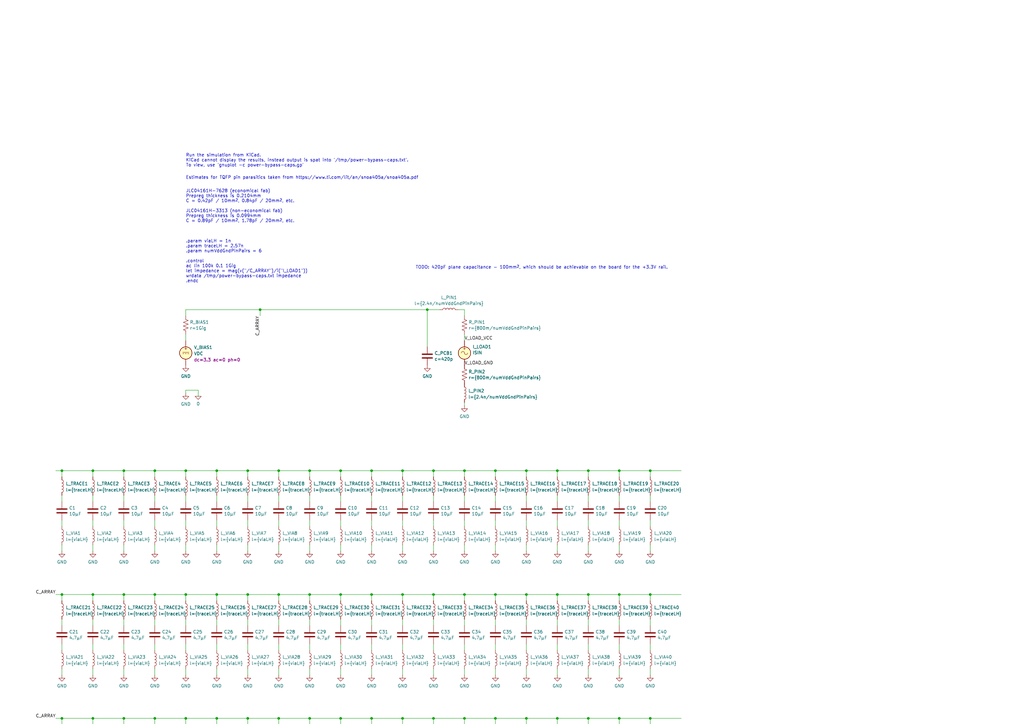
<source format=kicad_sch>
(kicad_sch (version 20230121) (generator eeschema)
  (paper "A3")
  (title_block (title "Bypass Capacitor Simulation") (company "Pete Restall <pete@restall.net>"))
  (junction (at 228.6 345.44))
  (junction (at 177.8 294.64))
  (junction (at 139.7 243.84))
  (junction (at 76.2 243.84))
  (junction (at 63.5 294.64))
  (junction (at 241.3 345.44))
  (junction (at 76.2 193.04))
  (junction (at 38.1 243.84))
  (junction (at 165.1 294.64))
  (junction (at 25.4 294.64))
  (junction (at 254 294.64))
  (junction (at 190.5 345.44))
  (junction (at 177.8 243.84))
  (junction (at 215.9 193.04))
  (junction (at 241.3 243.84))
  (junction (at 38.1 193.04))
  (junction (at 127 193.04))
  (junction (at 139.7 294.64))
  (junction (at 241.3 294.64))
  (junction (at 114.3 193.04))
  (junction (at 114.3 345.44))
  (junction (at 38.1 294.64))
  (junction (at 101.6 345.44))
  (junction (at 152.4 243.84))
  (junction (at 25.4 243.84))
  (junction (at 177.8 345.44))
  (junction (at 88.9 294.64))
  (junction (at 228.6 243.84))
  (junction (at 88.9 345.44))
  (junction (at 88.9 193.04))
  (junction (at 152.4 294.64))
  (junction (at 190.5 193.04))
  (junction (at 165.1 345.44))
  (junction (at 114.3 243.84))
  (junction (at 215.9 294.64))
  (junction (at 101.6 243.84))
  (junction (at 50.8 345.44))
  (junction (at 215.9 345.44))
  (junction (at 175.26 127))
  (junction (at 228.6 294.64))
  (junction (at 50.8 243.84))
  (junction (at 106.68 127))
  (junction (at 76.2 294.64))
  (junction (at 228.6 193.04))
  (junction (at 139.7 193.04))
  (junction (at 63.5 345.44))
  (junction (at 50.8 294.64))
  (junction (at 63.5 193.04))
  (junction (at 152.4 193.04))
  (junction (at 203.2 243.84))
  (junction (at 203.2 345.44))
  (junction (at 190.5 294.64))
  (junction (at 203.2 294.64))
  (junction (at 266.7 345.44))
  (junction (at 190.5 243.84))
  (junction (at 101.6 193.04))
  (junction (at 25.4 345.44))
  (junction (at 266.7 193.04))
  (junction (at 88.9 243.84))
  (junction (at 50.8 193.04))
  (junction (at 127 294.64))
  (junction (at 254 243.84))
  (junction (at 38.1 345.44))
  (junction (at 266.7 294.64))
  (junction (at 127 243.84))
  (junction (at 177.8 193.04))
  (junction (at 266.7 243.84))
  (junction (at 203.2 193.04))
  (junction (at 127 345.44))
  (junction (at 254 193.04))
  (junction (at 114.3 294.64))
  (junction (at 254 345.44))
  (junction (at 63.5 243.84))
  (junction (at 76.2 345.44))
  (junction (at 241.3 193.04))
  (junction (at 165.1 243.84))
  (junction (at 165.1 193.04))
  (junction (at 25.4 193.04))
  (junction (at 215.9 243.84))
  (junction (at 101.6 294.64))
  (wire (pts (xy 215.9 297.18) (xy 215.9 294.64)))
  (wire (pts (xy 241.3 294.64) (xy 254 294.64)))
  (wire (pts (xy 139.7 243.84) (xy 152.4 243.84)))
  (wire (pts (xy 203.2 203.2) (xy 203.2 205.74)))
  (wire (pts (xy 175.26 127) (xy 180.34 127)))
  (wire (pts (xy 241.3 256.54) (xy 241.3 254)))
  (wire (pts (xy 76.2 137.16) (xy 76.2 139.7)))
  (wire (pts (xy 203.2 193.04) (xy 203.2 195.58)))
  (wire (pts (xy 177.8 213.36) (xy 177.8 215.9)))
  (wire (pts (xy 203.2 223.52) (xy 203.2 226.06)))
  (wire (pts (xy 50.8 213.36) (xy 50.8 215.9)))
  (wire (pts (xy 114.3 223.52) (xy 114.3 226.06)))
  (wire (pts (xy 152.4 274.32) (xy 152.4 276.86)))
  (wire (pts (xy 215.9 203.2) (xy 215.9 205.74)))
  (wire (pts (xy 215.9 307.34) (xy 215.9 304.8)))
  (wire (pts (xy 139.7 375.92) (xy 139.7 378.46)))
  (wire (pts (xy 139.7 264.16) (xy 139.7 266.7)))
  (wire (pts (xy 177.8 294.64) (xy 190.5 294.64)))
  (wire (pts (xy 266.7 345.44) (xy 266.7 347.98)))
  (wire (pts (xy 165.1 294.64) (xy 177.8 294.64)))
  (wire (pts (xy 177.8 243.84) (xy 190.5 243.84)))
  (wire (pts (xy 228.6 375.92) (xy 228.6 378.46)))
  (wire (pts (xy 127 193.04) (xy 127 195.58)))
  (wire (pts (xy 165.1 325.12) (xy 165.1 327.66)))
  (wire (pts (xy 101.6 365.76) (xy 101.6 368.3)))
  (wire (pts (xy 38.1 203.2) (xy 38.1 205.74)))
  (wire (pts (xy 127 345.44) (xy 127 347.98)))
  (wire (pts (xy 177.8 307.34) (xy 177.8 304.8)))
  (wire (pts (xy 25.4 203.2) (xy 25.4 205.74)))
  (wire (pts (xy 139.7 294.64) (xy 152.4 294.64)))
  (wire (pts (xy 25.4 325.12) (xy 25.4 327.66)))
  (wire (pts (xy 63.5 307.34) (xy 63.5 304.8)))
  (wire (pts (xy 114.3 345.44) (xy 127 345.44)))
  (wire (pts (xy 38.1 325.12) (xy 38.1 327.66)))
  (wire (pts (xy 165.1 223.52) (xy 165.1 226.06)))
  (wire (pts (xy 25.4 314.96) (xy 25.4 317.5)))
  (wire (pts (xy 76.2 294.64) (xy 88.9 294.64)))
  (wire (pts (xy 203.2 243.84) (xy 215.9 243.84)))
  (wire (pts (xy 241.3 307.34) (xy 241.3 304.8)))
  (wire (pts (xy 152.4 203.2) (xy 152.4 205.74)))
  (wire (pts (xy 50.8 297.18) (xy 50.8 294.64)))
  (wire (pts (xy 50.8 274.32) (xy 50.8 276.86)))
  (wire (pts (xy 266.7 375.92) (xy 266.7 378.46)))
  (wire (pts (xy 127 294.64) (xy 139.7 294.64)))
  (wire (pts (xy 76.2 274.32) (xy 76.2 276.86)))
  (wire (pts (xy 215.9 193.04) (xy 215.9 195.58)))
  (wire (pts (xy 25.4 355.6) (xy 25.4 358.14)))
  (wire (pts (xy 63.5 274.32) (xy 63.5 276.86)))
  (wire (pts (xy 25.4 193.04) (xy 38.1 193.04)))
  (wire (pts (xy 25.4 213.36) (xy 25.4 215.9)))
  (wire (pts (xy 215.9 193.04) (xy 228.6 193.04)))
  (wire (pts (xy 76.2 355.6) (xy 76.2 358.14)))
  (wire (pts (xy 152.4 294.64) (xy 165.1 294.64)))
  (wire (pts (xy 114.3 193.04) (xy 127 193.04)))
  (wire (pts (xy 266.7 355.6) (xy 266.7 358.14)))
  (wire (pts (xy 127 246.38) (xy 127 243.84)))
  (wire (pts (xy 114.3 264.16) (xy 114.3 266.7)))
  (wire (pts (xy 63.5 243.84) (xy 76.2 243.84)))
  (wire (pts (xy 50.8 345.44) (xy 50.8 347.98)))
  (wire (pts (xy 254 307.34) (xy 254 304.8)))
  (wire (pts (xy 63.5 213.36) (xy 63.5 215.9)))
  (wire (pts (xy 152.4 243.84) (xy 165.1 243.84)))
  (wire (pts (xy 203.2 325.12) (xy 203.2 327.66)))
  (wire (pts (xy 165.1 307.34) (xy 165.1 304.8)))
  (wire (pts (xy 177.8 375.92) (xy 177.8 378.46)))
  (wire (pts (xy 101.6 297.18) (xy 101.6 294.64)))
  (wire (pts (xy 177.8 256.54) (xy 177.8 254)))
  (wire (pts (xy 88.9 193.04) (xy 88.9 195.58)))
  (wire (pts (xy 63.5 223.52) (xy 63.5 226.06)))
  (wire (pts (xy 127 355.6) (xy 127 358.14)))
  (wire (pts (xy 139.7 193.04) (xy 139.7 195.58)))
  (wire (pts (xy 203.2 355.6) (xy 203.2 358.14)))
  (wire (pts (xy 152.4 325.12) (xy 152.4 327.66)))
  (wire (pts (xy 127 297.18) (xy 127 294.64)))
  (wire (pts (xy 139.7 307.34) (xy 139.7 304.8)))
  (wire (pts (xy 50.8 193.04) (xy 50.8 195.58)))
  (wire (pts (xy 114.3 375.92) (xy 114.3 378.46)))
  (wire (pts (xy 152.4 264.16) (xy 152.4 266.7)))
  (wire (pts (xy 139.7 325.12) (xy 139.7 327.66)))
  (wire (pts (xy 165.1 297.18) (xy 165.1 294.64)))
  (wire (pts (xy 88.9 355.6) (xy 88.9 358.14)))
  (wire (pts (xy 215.9 355.6) (xy 215.9 358.14)))
  (wire (pts (xy 190.5 365.76) (xy 190.5 368.3)))
  (wire (pts (xy 76.2 314.96) (xy 76.2 317.5)))
  (wire (pts (xy 88.9 246.38) (xy 88.9 243.84)))
  (wire (pts (xy 215.9 365.76) (xy 215.9 368.3)))
  (wire (pts (xy 139.7 314.96) (xy 139.7 317.5)))
  (wire (pts (xy 177.8 314.96) (xy 177.8 317.5)))
  (wire (pts (xy 203.2 345.44) (xy 203.2 347.98)))
  (wire (pts (xy 241.3 375.92) (xy 241.3 378.46)))
  (wire (pts (xy 63.5 314.96) (xy 63.5 317.5)))
  (wire (pts (xy 63.5 297.18) (xy 63.5 294.64)))
  (wire (pts (xy 50.8 264.16) (xy 50.8 266.7)))
  (wire (pts (xy 101.6 375.92) (xy 101.6 378.46)))
  (wire (pts (xy 190.5 264.16) (xy 190.5 266.7)))
  (wire (pts (xy 228.6 274.32) (xy 228.6 276.86)))
  (wire (pts (xy 177.8 193.04) (xy 177.8 195.58)))
  (wire (pts (xy 177.8 223.52) (xy 177.8 226.06)))
  (wire (pts (xy 254 256.54) (xy 254 254)))
  (wire (pts (xy 114.3 325.12) (xy 114.3 327.66)))
  (wire (pts (xy 165.1 274.32) (xy 165.1 276.86)))
  (wire (pts (xy 114.3 365.76) (xy 114.3 368.3)))
  (wire (pts (xy 63.5 256.54) (xy 63.5 254)))
  (wire (pts (xy 101.6 203.2) (xy 101.6 205.74)))
  (wire (pts (xy 254 345.44) (xy 266.7 345.44)))
  (wire (pts (xy 190.5 166.37) (xy 190.5 165.1)))
  (wire (pts (xy 190.5 203.2) (xy 190.5 205.74)))
  (wire (pts (xy 25.4 375.92) (xy 25.4 378.46)))
  (wire (pts (xy 241.3 203.2) (xy 241.3 205.74)))
  (wire (pts (xy 152.4 307.34) (xy 152.4 304.8)))
  (wire (pts (xy 254 264.16) (xy 254 266.7)))
  (wire (pts (xy 203.2 264.16) (xy 203.2 266.7)))
  (wire (pts (xy 241.3 193.04) (xy 241.3 195.58)))
  (wire (pts (xy 76.2 297.18) (xy 76.2 294.64)))
  (wire (pts (xy 215.9 274.32) (xy 215.9 276.86)))
  (wire (pts (xy 63.5 193.04) (xy 63.5 195.58)))
  (wire (pts (xy 50.8 375.92) (xy 50.8 378.46)))
  (wire (pts (xy 50.8 193.04) (xy 63.5 193.04)))
  (wire (pts (xy 228.6 213.36) (xy 228.6 215.9)))
  (wire (pts (xy 190.5 345.44) (xy 203.2 345.44)))
  (wire (pts (xy 266.7 203.2) (xy 266.7 205.74)))
  (wire (pts (xy 254 294.64) (xy 266.7 294.64)))
  (wire (pts (xy 76.2 325.12) (xy 76.2 327.66)))
  (wire (pts (xy 22.86 294.64) (xy 25.4 294.64)))
  (wire (pts (xy 38.1 193.04) (xy 38.1 195.58)))
  (wire (pts (xy 190.5 256.54) (xy 190.5 254)))
  (wire (pts (xy 177.8 345.44) (xy 177.8 347.98)))
  (wire (pts (xy 88.9 294.64) (xy 101.6 294.64)))
  (wire (pts (xy 177.8 297.18) (xy 177.8 294.64)))
  (wire (pts (xy 266.7 314.96) (xy 266.7 317.5)))
  (wire (pts (xy 254 297.18) (xy 254 294.64)))
  (wire (pts (xy 254 375.92) (xy 254 378.46)))
  (wire (pts (xy 88.9 203.2) (xy 88.9 205.74)))
  (wire (pts (xy 228.6 307.34) (xy 228.6 304.8)))
  (wire (pts (xy 50.8 355.6) (xy 50.8 358.14)))
  (wire (pts (xy 190.5 223.52) (xy 190.5 226.06)))
  (wire (pts (xy 165.1 193.04) (xy 177.8 193.04)))
  (wire (pts (xy 127 314.96) (xy 127 317.5)))
  (wire (pts (xy 25.4 294.64) (xy 38.1 294.64)))
  (wire (pts (xy 165.1 193.04) (xy 165.1 195.58)))
  (wire (pts (xy 165.1 365.76) (xy 165.1 368.3)))
  (wire (pts (xy 190.5 297.18) (xy 190.5 294.64)))
  (wire (pts (xy 165.1 314.96) (xy 165.1 317.5)))
  (wire (pts (xy 63.5 375.92) (xy 63.5 378.46)))
  (wire (pts (xy 254 314.96) (xy 254 317.5)))
  (wire (pts (xy 241.3 355.6) (xy 241.3 358.14)))
  (wire (pts (xy 101.6 243.84) (xy 114.3 243.84)))
  (wire (pts (xy 22.86 193.04) (xy 25.4 193.04)))
  (wire (pts (xy 187.96 127) (xy 190.5 127)))
  (wire (pts (xy 241.3 297.18) (xy 241.3 294.64)))
  (wire (pts (xy 190.5 213.36) (xy 190.5 215.9)))
  (wire (pts (xy 266.7 365.76) (xy 266.7 368.3)))
  (wire (pts (xy 81.28 162.56) (xy 81.28 160.02)))
  (wire (pts (xy 38.1 365.76) (xy 38.1 368.3)))
  (wire (pts (xy 38.1 314.96) (xy 38.1 317.5)))
  (wire (pts (xy 38.1 264.16) (xy 38.1 266.7)))
  (wire (pts (xy 50.8 314.96) (xy 50.8 317.5)))
  (wire (pts (xy 76.2 213.36) (xy 76.2 215.9)))
  (wire (pts (xy 215.9 246.38) (xy 215.9 243.84)))
  (wire (pts (xy 177.8 274.32) (xy 177.8 276.86)))
  (wire (pts (xy 63.5 264.16) (xy 63.5 266.7)))
  (wire (pts (xy 203.2 297.18) (xy 203.2 294.64)))
  (wire (pts (xy 106.68 127) (xy 175.26 127)))
  (wire (pts (xy 241.3 274.32) (xy 241.3 276.86)))
  (wire (pts (xy 152.4 355.6) (xy 152.4 358.14)))
  (wire (pts (xy 203.2 345.44) (xy 215.9 345.44)))
  (wire (pts (xy 241.3 246.38) (xy 241.3 243.84)))
  (wire (pts (xy 241.3 345.44) (xy 241.3 347.98)))
  (wire (pts (xy 101.6 307.34) (xy 101.6 304.8)))
  (wire (pts (xy 254 365.76) (xy 254 368.3)))
  (wire (pts (xy 190.5 243.84) (xy 203.2 243.84)))
  (wire (pts (xy 241.3 314.96) (xy 241.3 317.5)))
  (wire (pts (xy 266.7 294.64) (xy 279.4 294.64)))
  (wire (pts (xy 203.2 274.32) (xy 203.2 276.86)))
  (wire (pts (xy 63.5 355.6) (xy 63.5 358.14)))
  (wire (pts (xy 266.7 307.34) (xy 266.7 304.8)))
  (wire (pts (xy 50.8 325.12) (xy 50.8 327.66)))
  (wire (pts (xy 38.1 243.84) (xy 50.8 243.84)))
  (wire (pts (xy 38.1 294.64) (xy 50.8 294.64)))
  (wire (pts (xy 152.4 246.38) (xy 152.4 243.84)))
  (wire (pts (xy 76.2 246.38) (xy 76.2 243.84)))
  (wire (pts (xy 114.3 294.64) (xy 127 294.64)))
  (wire (pts (xy 76.2 193.04) (xy 76.2 195.58)))
  (wire (pts (xy 228.6 193.04) (xy 241.3 193.04)))
  (wire (pts (xy 165.1 213.36) (xy 165.1 215.9)))
  (wire (pts (xy 165.1 345.44) (xy 177.8 345.44)))
  (wire (pts (xy 152.4 256.54) (xy 152.4 254)))
  (wire (pts (xy 215.9 223.52) (xy 215.9 226.06)))
  (wire (pts (xy 228.6 246.38) (xy 228.6 243.84)))
  (wire (pts (xy 63.5 203.2) (xy 63.5 205.74)))
  (wire (pts (xy 203.2 314.96) (xy 203.2 317.5)))
  (wire (pts (xy 38.1 297.18) (xy 38.1 294.64)))
  (wire (pts (xy 76.2 307.34) (xy 76.2 304.8)))
  (wire (pts (xy 38.1 223.52) (xy 38.1 226.06)))
  (wire (pts (xy 127 256.54) (xy 127 254)))
  (wire (pts (xy 190.5 274.32) (xy 190.5 276.86)))
  (wire (pts (xy 50.8 307.34) (xy 50.8 304.8)))
  (wire (pts (xy 114.3 213.36) (xy 114.3 215.9)))
  (wire (pts (xy 101.6 256.54) (xy 101.6 254)))
  (wire (pts (xy 22.86 243.84) (xy 25.4 243.84)))
  (wire (pts (xy 25.4 256.54) (xy 25.4 254)))
  (wire (pts (xy 25.4 246.38) (xy 25.4 243.84)))
  (wire (pts (xy 139.7 274.32) (xy 139.7 276.86)))
  (wire (pts (xy 152.4 193.04) (xy 165.1 193.04)))
  (wire (pts (xy 254 193.04) (xy 254 195.58)))
  (wire (pts (xy 50.8 345.44) (xy 63.5 345.44)))
  (wire (pts (xy 101.6 355.6) (xy 101.6 358.14)))
  (wire (pts (xy 101.6 223.52) (xy 101.6 226.06)))
  (wire (pts (xy 88.9 256.54) (xy 88.9 254)))
  (wire (pts (xy 254 193.04) (xy 266.7 193.04)))
  (wire (pts (xy 228.6 355.6) (xy 228.6 358.14)))
  (wire (pts (xy 38.1 274.32) (xy 38.1 276.86)))
  (wire (pts (xy 175.26 142.24) (xy 175.26 127)))
  (wire (pts (xy 127 243.84) (xy 139.7 243.84)))
  (wire (pts (xy 241.3 243.84) (xy 254 243.84)))
  (wire (pts (xy 177.8 193.04) (xy 190.5 193.04)))
  (wire (pts (xy 228.6 223.52) (xy 228.6 226.06)))
  (wire (pts (xy 76.2 345.44) (xy 76.2 347.98)))
  (wire (pts (xy 101.6 264.16) (xy 101.6 266.7)))
  (wire (pts (xy 152.4 375.92) (xy 152.4 378.46)))
  (wire (pts (xy 254 274.32) (xy 254 276.86)))
  (wire (pts (xy 266.7 243.84) (xy 279.4 243.84)))
  (wire (pts (xy 266.7 213.36) (xy 266.7 215.9)))
  (wire (pts (xy 88.9 193.04) (xy 101.6 193.04)))
  (wire (pts (xy 127 325.12) (xy 127 327.66)))
  (wire (pts (xy 101.6 193.04) (xy 101.6 195.58)))
  (wire (pts (xy 215.9 294.64) (xy 228.6 294.64)))
  (wire (pts (xy 101.6 274.32) (xy 101.6 276.86)))
  (wire (pts (xy 190.5 307.34) (xy 190.5 304.8)))
  (wire (pts (xy 139.7 246.38) (xy 139.7 243.84)))
  (wire (pts (xy 25.4 365.76) (xy 25.4 368.3)))
  (wire (pts (xy 127 203.2) (xy 127 205.74)))
  (wire (pts (xy 152.4 345.44) (xy 165.1 345.44)))
  (wire (pts (xy 25.4 193.04) (xy 25.4 195.58)))
  (wire (pts (xy 203.2 213.36) (xy 203.2 215.9)))
  (wire (pts (xy 165.1 355.6) (xy 165.1 358.14)))
  (wire (pts (xy 215.9 213.36) (xy 215.9 215.9)))
  (wire (pts (xy 152.4 193.04) (xy 152.4 195.58)))
  (wire (pts (xy 254 223.52) (xy 254 226.06)))
  (wire (pts (xy 50.8 246.38) (xy 50.8 243.84)))
  (wire (pts (xy 228.6 264.16) (xy 228.6 266.7)))
  (wire (pts (xy 50.8 294.64) (xy 63.5 294.64)))
  (wire (pts (xy 88.9 223.52) (xy 88.9 226.06)))
  (wire (pts (xy 228.6 345.44) (xy 228.6 347.98)))
  (wire (pts (xy 114.3 243.84) (xy 127 243.84)))
  (wire (pts (xy 203.2 256.54) (xy 203.2 254)))
  (wire (pts (xy 254 213.36) (xy 254 215.9)))
  (wire (pts (xy 38.1 193.04) (xy 50.8 193.04)))
  (wire (pts (xy 215.9 345.44) (xy 228.6 345.44)))
  (wire (pts (xy 81.28 160.02) (xy 76.2 160.02)))
  (wire (pts (xy 76.2 203.2) (xy 76.2 205.74)))
  (wire (pts (xy 63.5 325.12) (xy 63.5 327.66)))
  (wire (pts (xy 190.5 193.04) (xy 203.2 193.04)))
  (wire (pts (xy 190.5 345.44) (xy 190.5 347.98)))
  (wire (pts (xy 22.86 345.44) (xy 25.4 345.44)))
  (wire (pts (xy 228.6 365.76) (xy 228.6 368.3)))
  (wire (pts (xy 241.3 223.52) (xy 241.3 226.06)))
  (wire (pts (xy 127 274.32) (xy 127 276.86)))
  (wire (pts (xy 203.2 307.34) (xy 203.2 304.8)))
  (wire (pts (xy 165.1 246.38) (xy 165.1 243.84)))
  (wire (pts (xy 50.8 243.84) (xy 63.5 243.84)))
  (wire (pts (xy 152.4 365.76) (xy 152.4 368.3)))
  (wire (pts (xy 152.4 297.18) (xy 152.4 294.64)))
  (wire (pts (xy 25.4 223.52) (xy 25.4 226.06)))
  (wire (pts (xy 63.5 345.44) (xy 76.2 345.44)))
  (wire (pts (xy 139.7 213.36) (xy 139.7 215.9)))
  (wire (pts (xy 203.2 193.04) (xy 215.9 193.04)))
  (wire (pts (xy 266.7 264.16) (xy 266.7 266.7)))
  (wire (pts (xy 101.6 213.36) (xy 101.6 215.9)))
  (wire (pts (xy 228.6 193.04) (xy 228.6 195.58)))
  (wire (pts (xy 114.3 256.54) (xy 114.3 254)))
  (wire (pts (xy 190.5 294.64) (xy 203.2 294.64)))
  (wire (pts (xy 266.7 246.38) (xy 266.7 243.84)))
  (wire (pts (xy 63.5 193.04) (xy 76.2 193.04)))
  (wire (pts (xy 25.4 274.32) (xy 25.4 276.86)))
  (wire (pts (xy 165.1 375.92) (xy 165.1 378.46)))
  (wire (pts (xy 88.9 243.84) (xy 101.6 243.84)))
  (wire (pts (xy 254 203.2) (xy 254 205.74)))
  (wire (pts (xy 76.2 365.76) (xy 76.2 368.3)))
  (wire (pts (xy 88.9 307.34) (xy 88.9 304.8)))
  (wire (pts (xy 88.9 375.92) (xy 88.9 378.46)))
  (wire (pts (xy 228.6 297.18) (xy 228.6 294.64)))
  (wire (pts (xy 177.8 365.76) (xy 177.8 368.3)))
  (wire (pts (xy 50.8 223.52) (xy 50.8 226.06)))
  (wire (pts (xy 215.9 264.16) (xy 215.9 266.7)))
  (wire (pts (xy 241.3 213.36) (xy 241.3 215.9)))
  (wire (pts (xy 76.2 223.52) (xy 76.2 226.06)))
  (wire (pts (xy 139.7 256.54) (xy 139.7 254)))
  (wire (pts (xy 88.9 325.12) (xy 88.9 327.66)))
  (wire (pts (xy 228.6 256.54) (xy 228.6 254)))
  (wire (pts (xy 228.6 203.2) (xy 228.6 205.74)))
  (wire (pts (xy 38.1 256.54) (xy 38.1 254)))
  (wire (pts (xy 76.2 256.54) (xy 76.2 254)))
  (wire (pts (xy 215.9 345.44) (xy 215.9 347.98)))
  (wire (pts (xy 165.1 264.16) (xy 165.1 266.7)))
  (wire (pts (xy 177.8 325.12) (xy 177.8 327.66)))
  (wire (pts (xy 50.8 365.76) (xy 50.8 368.3)))
  (wire (pts (xy 177.8 345.44) (xy 190.5 345.44)))
  (wire (pts (xy 215.9 375.92) (xy 215.9 378.46)))
  (wire (pts (xy 38.1 213.36) (xy 38.1 215.9)))
  (wire (pts (xy 88.9 297.18) (xy 88.9 294.64)))
  (wire (pts (xy 63.5 345.44) (xy 63.5 347.98)))
  (wire (pts (xy 190.5 127) (xy 190.5 129.54)))
  (wire (pts (xy 228.6 314.96) (xy 228.6 317.5)))
  (wire (pts (xy 76.2 375.92) (xy 76.2 378.46)))
  (wire (pts (xy 38.1 307.34) (xy 38.1 304.8)))
  (wire (pts (xy 215.9 256.54) (xy 215.9 254)))
  (wire (pts (xy 25.4 345.44) (xy 38.1 345.44)))
  (wire (pts (xy 76.2 127) (xy 106.68 127)))
  (wire (pts (xy 241.3 365.76) (xy 241.3 368.3)))
  (wire (pts (xy 190.5 137.16) (xy 190.5 139.7)))
  (wire (pts (xy 203.2 294.64) (xy 215.9 294.64)))
  (wire (pts (xy 152.4 223.52) (xy 152.4 226.06)))
  (wire (pts (xy 88.9 365.76) (xy 88.9 368.3)))
  (wire (pts (xy 266.7 297.18) (xy 266.7 294.64)))
  (wire (pts (xy 177.8 355.6) (xy 177.8 358.14)))
  (wire (pts (xy 165.1 243.84) (xy 177.8 243.84)))
  (wire (pts (xy 190.5 325.12) (xy 190.5 327.66)))
  (wire (pts (xy 76.2 345.44) (xy 88.9 345.44)))
  (wire (pts (xy 38.1 355.6) (xy 38.1 358.14)))
  (wire (pts (xy 203.2 246.38) (xy 203.2 243.84)))
  (wire (pts (xy 101.6 325.12) (xy 101.6 327.66)))
  (wire (pts (xy 152.4 213.36) (xy 152.4 215.9)))
  (wire (pts (xy 88.9 314.96) (xy 88.9 317.5)))
  (wire (pts (xy 127 264.16) (xy 127 266.7)))
  (wire (pts (xy 114.3 193.04) (xy 114.3 195.58)))
  (wire (pts (xy 88.9 213.36) (xy 88.9 215.9)))
  (wire (pts (xy 190.5 246.38) (xy 190.5 243.84)))
  (wire (pts (xy 139.7 297.18) (xy 139.7 294.64)))
  (wire (pts (xy 63.5 246.38) (xy 63.5 243.84)))
  (wire (pts (xy 139.7 345.44) (xy 139.7 347.98)))
  (wire (pts (xy 190.5 314.96) (xy 190.5 317.5)))
  (wire (pts (xy 228.6 325.12) (xy 228.6 327.66)))
  (wire (pts (xy 127 375.92) (xy 127 378.46)))
  (wire (pts (xy 76.2 127) (xy 76.2 129.54)))
  (wire (pts (xy 25.4 243.84) (xy 38.1 243.84)))
  (wire (pts (xy 165.1 203.2) (xy 165.1 205.74)))
  (wire (pts (xy 177.8 203.2) (xy 177.8 205.74)))
  (wire (pts (xy 203.2 365.76) (xy 203.2 368.3)))
  (wire (pts (xy 101.6 345.44) (xy 101.6 347.98)))
  (wire (pts (xy 114.3 314.96) (xy 114.3 317.5)))
  (wire (pts (xy 254 246.38) (xy 254 243.84)))
  (wire (pts (xy 177.8 264.16) (xy 177.8 266.7)))
  (wire (pts (xy 76.2 160.02) (xy 76.2 161.29)))
  (wire (pts (xy 266.7 345.44) (xy 279.4 345.44)))
  (wire (pts (xy 190.5 355.6) (xy 190.5 358.14)))
  (wire (pts (xy 114.3 246.38) (xy 114.3 243.84)))
  (wire (pts (xy 152.4 314.96) (xy 152.4 317.5)))
  (wire (pts (xy 38.1 375.92) (xy 38.1 378.46)))
  (wire (pts (xy 25.4 297.18) (xy 25.4 294.64)))
  (wire (pts (xy 228.6 243.84) (xy 241.3 243.84)))
  (wire (pts (xy 165.1 256.54) (xy 165.1 254)))
  (wire (pts (xy 101.6 294.64) (xy 114.3 294.64)))
  (wire (pts (xy 114.3 355.6) (xy 114.3 358.14)))
  (wire (pts (xy 114.3 307.34) (xy 114.3 304.8)))
  (wire (pts (xy 228.6 294.64) (xy 241.3 294.64)))
  (wire (pts (xy 38.1 345.44) (xy 38.1 347.98)))
  (wire (pts (xy 127 345.44) (xy 139.7 345.44)))
  (wire (pts (xy 101.6 246.38) (xy 101.6 243.84)))
  (wire (pts (xy 50.8 203.2) (xy 50.8 205.74)))
  (wire (pts (xy 38.1 246.38) (xy 38.1 243.84)))
  (wire (pts (xy 254 355.6) (xy 254 358.14)))
  (wire (pts (xy 88.9 345.44) (xy 88.9 347.98)))
  (wire (pts (xy 127 213.36) (xy 127 215.9)))
  (wire (pts (xy 63.5 294.64) (xy 76.2 294.64)))
  (wire (pts (xy 76.2 243.84) (xy 88.9 243.84)))
  (wire (pts (xy 215.9 243.84) (xy 228.6 243.84)))
  (wire (pts (xy 215.9 325.12) (xy 215.9 327.66)))
  (wire (pts (xy 101.6 193.04) (xy 114.3 193.04)))
  (wire (pts (xy 177.8 246.38) (xy 177.8 243.84)))
  (wire (pts (xy 165.1 345.44) (xy 165.1 347.98)))
  (wire (pts (xy 106.68 127) (xy 106.68 129.54)))
  (wire (pts (xy 76.2 193.04) (xy 88.9 193.04)))
  (wire (pts (xy 266.7 193.04) (xy 279.4 193.04)))
  (wire (pts (xy 203.2 375.92) (xy 203.2 378.46)))
  (wire (pts (xy 254 325.12) (xy 254 327.66)))
  (wire (pts (xy 127 223.52) (xy 127 226.06)))
  (wire (pts (xy 114.3 345.44) (xy 114.3 347.98)))
  (wire (pts (xy 101.6 345.44) (xy 114.3 345.44)))
  (wire (pts (xy 266.7 274.32) (xy 266.7 276.86)))
  (wire (pts (xy 63.5 365.76) (xy 63.5 368.3)))
  (wire (pts (xy 25.4 307.34) (xy 25.4 304.8)))
  (wire (pts (xy 139.7 365.76) (xy 139.7 368.3)))
  (wire (pts (xy 215.9 314.96) (xy 215.9 317.5)))
  (wire (pts (xy 50.8 256.54) (xy 50.8 254)))
  (wire (pts (xy 38.1 345.44) (xy 50.8 345.44)))
  (wire (pts (xy 114.3 203.2) (xy 114.3 205.74)))
  (wire (pts (xy 266.7 256.54) (xy 266.7 254)))
  (wire (pts (xy 127 193.04) (xy 139.7 193.04)))
  (wire (pts (xy 254 243.84) (xy 266.7 243.84)))
  (wire (pts (xy 254 345.44) (xy 254 347.98)))
  (wire (pts (xy 88.9 264.16) (xy 88.9 266.7)))
  (wire (pts (xy 139.7 223.52) (xy 139.7 226.06)))
  (wire (pts (xy 101.6 314.96) (xy 101.6 317.5)))
  (wire (pts (xy 25.4 345.44) (xy 25.4 347.98)))
  (wire (pts (xy 127 307.34) (xy 127 304.8)))
  (wire (pts (xy 127 365.76) (xy 127 368.3)))
  (wire (pts (xy 190.5 193.04) (xy 190.5 195.58)))
  (wire (pts (xy 139.7 355.6) (xy 139.7 358.14)))
  (wire (pts (xy 88.9 274.32) (xy 88.9 276.86)))
  (wire (pts (xy 266.7 325.12) (xy 266.7 327.66)))
  (wire (pts (xy 25.4 264.16) (xy 25.4 266.7)))
  (wire (pts (xy 266.7 193.04) (xy 266.7 195.58)))
  (wire (pts (xy 241.3 345.44) (xy 254 345.44)))
  (wire (pts (xy 139.7 203.2) (xy 139.7 205.74)))
  (wire (pts (xy 241.3 325.12) (xy 241.3 327.66)))
  (wire (pts (xy 190.5 375.92) (xy 190.5 378.46)))
  (wire (pts (xy 76.2 264.16) (xy 76.2 266.7)))
  (wire (pts (xy 114.3 274.32) (xy 114.3 276.86)))
  (wire (pts (xy 88.9 345.44) (xy 101.6 345.44)))
  (wire (pts (xy 114.3 297.18) (xy 114.3 294.64)))
  (wire (pts (xy 241.3 193.04) (xy 254 193.04)))
  (wire (pts (xy 152.4 345.44) (xy 152.4 347.98)))
  (wire (pts (xy 241.3 264.16) (xy 241.3 266.7)))
  (wire (pts (xy 139.7 193.04) (xy 152.4 193.04)))
  (wire (pts (xy 266.7 223.52) (xy 266.7 226.06)))
  (wire (pts (xy 228.6 345.44) (xy 241.3 345.44)))
  (text "TODO: 420pF plane capacitance - 100mm^{2}, which should be achievable on the board for the +3.3V rail." (at 170.434 110.49 0) (effects (font (size 1.27 1.27)) (justify left bottom)))
  (text "JLC04161H-7628 (economical fab)\nPrepreg thickness is 0.2104mm\nC = 0.42pF / 10mm^{2}, 0.84pF / 20mm^{2}, etc.\n\nJLC04161H-3313 (non-economical fab)\nPrepreg thickness is 0.0994mm\nC = 0.89pF / 10mm^{2}, 1.78pF / 20mm^{2}, etc.\n" (at 76.2 91.44 0) (effects (font (size 1.27 1.27)) (justify left bottom)))
  (text ".param viaLH = 1n\n.param traceLH = 2.57n\n.param numVddGndPinPairs = 6\n\n.control\nac lin 100k 0.1 1Gig\nlet impedance = mag(v(\"/C_ARRAY\")/i(\"I_LOAD1\"))\nwrdata /tmp/power-bypass-caps.txt impedance\n.endc" (at 76.2 116.078 0) (effects (font (size 1.27 1.27)) (justify left bottom)))
  (text "Estimates for TQFP pin parasitics taken from https://www.ti.com/lit/an/snoa405a/snoa405a.pdf" (at 76.2 73.66 0) (effects (font (size 1.27 1.27)) (justify left bottom)))
  (text "Run the simulation from KiCad.\nKiCad cannot display the results, instead output is spat into '/tmp/power-bypass-caps.txt'.\nTo view, use 'gnuplot -c power-bypass-caps.gp'" (at 76.2 68.58 0) (effects (font (size 1.27 1.27)) (justify left bottom)))
  (label "C_ARRAY" (at 22.86 294.64 180))
  (label "C_ARRAY" (at 106.68 129.54 270))
  (label "V_LOAD_GND" (at 190.5 149.86 0))
  (label "C_ARRAY" (at 22.86 243.84 180))
  (label "V_LOAD_VCC" (at 190.5 139.7 0))
  (label "C_ARRAY" (at 22.86 345.44 180))
  (symbol (lib_id "restall-generic-capacitors:capacitor-unpolarised") (at 88.9 209.55 0) (unit 1)
    (property "Reference" "C6" (at 91.821 208.3379 0) (effects (justify left)))
    (property "Value" "10μF" (at 91.821 210.7621 0) (effects (justify left)))
    (property "Footprint" "restall-generic-capacitors:unpolarised-nominal-0402-1005" (effects hide))
    (property "Label" "??μF±10% 10V X7R" (effects hide))
    (property "Tolerance" "±10%" (effects hide))
    (property "VoltageRating" "10V" (effects hide))
    (property "TemperatureCoefficient" "X7R" (effects hide))
    (property "Dielectric" "MLCC" (effects hide))
    (property "Package" "0402" (effects hide))
    (property "Sim.Device" "SUBCKT" (effects hide))
    (property "Sim.Pins" "1=1 2=2" (effects hide))
    (property "Sim.Library" "CL21A106KOQNNN_Precise_DC3.3V_25degC_P.lib" (effects hide))
    (property "Sim.Name" "CL21A106KOQNNN_Precise_DC3.3V_25degC" (effects hide))
  )
  (symbol (lib_id "restall-generic-capacitors:capacitor-unpolarised") (at 254 260.35 0) (unit 1)
    (property "Reference" "C39" (at 256.921 259.1379 0) (effects (justify left)))
    (property "Value" "4.7μF" (at 256.921 261.5621 0) (effects (justify left)))
    (property "Footprint" "restall-generic-capacitors:unpolarised-nominal-0402-1005" (effects hide))
    (property "Label" "??μF±10% 10V X7R" (effects hide))
    (property "Tolerance" "±10%" (effects hide))
    (property "VoltageRating" "10V" (effects hide))
    (property "TemperatureCoefficient" "X7R" (effects hide))
    (property "Dielectric" "MLCC" (effects hide))
    (property "Package" "0402" (effects hide))
    (property "Sim.Device" "SUBCKT" (effects hide))
    (property "Sim.Pins" "1=1 2=2" (effects hide))
    (property "Sim.Library" "CL05A475MP5NRN_Precise_DC3.3V_25degC_P.lib" (effects hide))
    (property "Sim.Name" "CL05A475MP5NRN_Precise_DC3.3V_25degC" (effects hide))
  )
  (symbol (lib_id "restall-generic-capacitors:capacitor-unpolarised") (at 215.9 361.95 0) (unit 1)
    (property "Reference" "C76" (at 218.821 360.7379 0) (effects (justify left)))
    (property "Value" "22μF" (at 218.821 363.1621 0) (effects (justify left)))
    (property "Footprint" "restall-generic-capacitors:unpolarised-nominal-0402-1005" (effects hide))
    (property "Label" "??μF±10% 10V X7R" (effects hide))
    (property "Tolerance" "±10%" (effects hide))
    (property "VoltageRating" "10V" (effects hide))
    (property "TemperatureCoefficient" "X7R" (effects hide))
    (property "Dielectric" "MLCC" (effects hide))
    (property "Package" "0402" (effects hide))
    (property "Sim.Device" "SUBCKT" (effects hide))
    (property "Sim.Pins" "1=1 2=2" (effects hide))
    (property "Sim.Library" "CL21A226MPQNNN_Precise_DC3.3V_25degC_P.lib" (effects hide))
    (property "Sim.Name" "CL21A226MPQNNN_Precise_DC3.3V_25degC" (effects hide))
  )
  (symbol (lib_id "restall-generic-inductors:l-air") (at 177.8 270.51 0) (unit 1)
    (property "Reference" "L_VIA33" (at 179.324 269.494 0) (effects (justify left)))
    (property "Value" "${SIM.PARAMS}" (at 179.324 272.034 0) (effects (justify left)))
    (property "Label" "??A_{RMS} / ??A_{SAT}, ??mΩ±??% @ DC" (effects hide))
    (property "Tolerance" "±20%" (effects hide))
    (property "Core" "Air" (effects hide))
    (property "Package" "???" (effects hide))
    (property "DCR" "??mΩ±20%" (effects hide))
    (property "I_{RMS}" "??A" (effects hide))
    (property "I_{SAT}" "??A" (effects hide))
    (property "Sim.Device" "L" (effects hide))
    (property "Sim.Type" "=" (effects hide))
    (property "Sim.Params" "l={viaLH}" (effects hide))
    (property "Sim.Pins" "1=+ 2=-" (effects hide))
  )
  (symbol (lib_id "restall-generic-capacitors:capacitor-unpolarised") (at 76.2 311.15 0) (unit 1)
    (property "Reference" "C45" (at 79.121 309.9379 0) (effects (justify left)))
    (property "Value" "4.7μF" (at 79.121 312.3621 0) (effects (justify left)))
    (property "Footprint" "restall-generic-capacitors:unpolarised-nominal-0402-1005" (effects hide))
    (property "Label" "??μF±10% 10V X7R" (effects hide))
    (property "Tolerance" "±10%" (effects hide))
    (property "VoltageRating" "10V" (effects hide))
    (property "TemperatureCoefficient" "X7R" (effects hide))
    (property "Dielectric" "MLCC" (effects hide))
    (property "Package" "0402" (effects hide))
    (property "Sim.Device" "SUBCKT" (effects hide))
    (property "Sim.Pins" "1=1 2=2" (effects hide))
    (property "Sim.Library" "CL05A475MP5NRN_Precise_DC3.3V_25degC_P.lib" (effects hide))
    (property "Sim.Name" "CL05A475MP5NRN_Precise_DC3.3V_25degC" (effects hide))
  )
  (symbol (lib_id "restall-generic-capacitors:capacitor-unpolarised") (at 165.1 260.35 0) (unit 1)
    (property "Reference" "C32" (at 168.021 259.1379 0) (effects (justify left)))
    (property "Value" "4.7μF" (at 168.021 261.5621 0) (effects (justify left)))
    (property "Footprint" "restall-generic-capacitors:unpolarised-nominal-0402-1005" (effects hide))
    (property "Label" "??μF±10% 10V X7R" (effects hide))
    (property "Tolerance" "±10%" (effects hide))
    (property "VoltageRating" "10V" (effects hide))
    (property "TemperatureCoefficient" "X7R" (effects hide))
    (property "Dielectric" "MLCC" (effects hide))
    (property "Package" "0402" (effects hide))
    (property "Sim.Device" "SUBCKT" (effects hide))
    (property "Sim.Pins" "1=1 2=2" (effects hide))
    (property "Sim.Library" "CL05A475MP5NRN_Precise_DC3.3V_25degC_P.lib" (effects hide))
    (property "Sim.Name" "CL05A475MP5NRN_Precise_DC3.3V_25degC" (effects hide))
  )
  (symbol (lib_id "restall-generic-inductors:l-air") (at 88.9 321.31 0) (unit 1)
    (property "Reference" "L_VIA46" (at 90.424 320.294 0) (effects (justify left)))
    (property "Value" "${SIM.PARAMS}" (at 90.424 322.834 0) (effects (justify left)))
    (property "Label" "??A_{RMS} / ??A_{SAT}, ??mΩ±??% @ DC" (effects hide))
    (property "Tolerance" "±20%" (effects hide))
    (property "Core" "Air" (effects hide))
    (property "Package" "???" (effects hide))
    (property "DCR" "??mΩ±20%" (effects hide))
    (property "I_{RMS}" "??A" (effects hide))
    (property "I_{SAT}" "??A" (effects hide))
    (property "Sim.Device" "L" (effects hide))
    (property "Sim.Type" "=" (effects hide))
    (property "Sim.Params" "l={viaLH}" (effects hide))
    (property "Sim.Pins" "1=+ 2=-" (effects hide))
  )
  (symbol (lib_id "restall-generic-inductors:l-air") (at 139.7 321.31 0) (unit 1)
    (property "Reference" "L_VIA50" (at 141.224 320.294 0) (effects (justify left)))
    (property "Value" "${SIM.PARAMS}" (at 141.224 322.834 0) (effects (justify left)))
    (property "Label" "??A_{RMS} / ??A_{SAT}, ??mΩ±??% @ DC" (effects hide))
    (property "Tolerance" "±20%" (effects hide))
    (property "Core" "Air" (effects hide))
    (property "Package" "???" (effects hide))
    (property "DCR" "??mΩ±20%" (effects hide))
    (property "I_{RMS}" "??A" (effects hide))
    (property "I_{SAT}" "??A" (effects hide))
    (property "Sim.Device" "L" (effects hide))
    (property "Sim.Type" "=" (effects hide))
    (property "Sim.Params" "l={viaLH}" (effects hide))
    (property "Sim.Pins" "1=+ 2=-" (effects hide))
  )
  (symbol (lib_id "restall-generic-inductors:l-air") (at 76.2 351.79 0) (unit 1)
    (property "Reference" "L_TRACE65" (at 77.724 350.774 0) (effects (justify left)))
    (property "Value" "${SIM.PARAMS}" (at 77.724 353.314 0) (effects (justify left)))
    (property "Label" "??A_{RMS} / ??A_{SAT}, ??mΩ±??% @ DC" (effects hide))
    (property "Tolerance" "±20%" (effects hide))
    (property "Core" "Air" (effects hide))
    (property "Package" "???" (effects hide))
    (property "DCR" "??mΩ±20%" (effects hide))
    (property "I_{RMS}" "??A" (effects hide))
    (property "I_{SAT}" "??A" (effects hide))
    (property "Sim.Device" "L" (effects hide))
    (property "Sim.Type" "=" (effects hide))
    (property "Sim.Params" "l={traceLH}" (effects hide))
    (property "Sim.Pins" "1=+ 2=-" (effects hide))
  )
  (symbol (lib_id "restall-generic-inductors:l-air") (at 165.1 250.19 0) (unit 1)
    (property "Reference" "L_TRACE32" (at 166.624 249.174 0) (effects (justify left)))
    (property "Value" "${SIM.PARAMS}" (at 166.624 251.714 0) (effects (justify left)))
    (property "Label" "??A_{RMS} / ??A_{SAT}, ??mΩ±??% @ DC" (effects hide))
    (property "Tolerance" "±20%" (effects hide))
    (property "Core" "Air" (effects hide))
    (property "Package" "???" (effects hide))
    (property "DCR" "??mΩ±20%" (effects hide))
    (property "I_{RMS}" "??A" (effects hide))
    (property "I_{SAT}" "??A" (effects hide))
    (property "Sim.Device" "L" (effects hide))
    (property "Sim.Type" "=" (effects hide))
    (property "Sim.Params" "l={traceLH}" (effects hide))
    (property "Sim.Pins" "1=+ 2=-" (effects hide))
  )
  (symbol (lib_id "power:GND") (at 165.1 378.46 0) (unit 1)
    (property "Reference" "#PWR075" (effects hide))
    (property "Value" "GND" (at 165.1 382.9034 0))
  )
  (symbol (lib_id "restall-generic-capacitors:capacitor-unpolarised") (at 76.2 209.55 0) (unit 1)
    (property "Reference" "C5" (at 79.121 208.3379 0) (effects (justify left)))
    (property "Value" "10μF" (at 79.121 210.7621 0) (effects (justify left)))
    (property "Footprint" "restall-generic-capacitors:unpolarised-nominal-0402-1005" (effects hide))
    (property "Label" "??μF±10% 10V X7R" (effects hide))
    (property "Tolerance" "±10%" (effects hide))
    (property "VoltageRating" "10V" (effects hide))
    (property "TemperatureCoefficient" "X7R" (effects hide))
    (property "Dielectric" "MLCC" (effects hide))
    (property "Package" "0402" (effects hide))
    (property "Sim.Device" "SUBCKT" (effects hide))
    (property "Sim.Pins" "1=1 2=2" (effects hide))
    (property "Sim.Library" "CL21A106KOQNNN_Precise_DC3.3V_25degC_P.lib" (effects hide))
    (property "Sim.Name" "CL21A106KOQNNN_Precise_DC3.3V_25degC" (effects hide))
  )
  (symbol (lib_id "restall-generic-inductors:l-air") (at 228.6 300.99 0) (unit 1)
    (property "Reference" "L_TRACE57" (at 230.124 299.974 0) (effects (justify left)))
    (property "Value" "${SIM.PARAMS}" (at 230.124 302.514 0) (effects (justify left)))
    (property "Label" "??A_{RMS} / ??A_{SAT}, ??mΩ±??% @ DC" (effects hide))
    (property "Tolerance" "±20%" (effects hide))
    (property "Core" "Air" (effects hide))
    (property "Package" "???" (effects hide))
    (property "DCR" "??mΩ±20%" (effects hide))
    (property "I_{RMS}" "??A" (effects hide))
    (property "I_{SAT}" "??A" (effects hide))
    (property "Sim.Device" "L" (effects hide))
    (property "Sim.Type" "=" (effects hide))
    (property "Sim.Params" "l={traceLH}" (effects hide))
    (property "Sim.Pins" "1=+ 2=-" (effects hide))
  )
  (symbol (lib_id "power:GND") (at 25.4 327.66 0) (unit 1)
    (property "Reference" "#PWR044" (effects hide))
    (property "Value" "GND" (at 25.4 332.1034 0))
  )
  (symbol (lib_id "restall-generic-capacitors:capacitor-unpolarised") (at 190.5 311.15 0) (unit 1)
    (property "Reference" "C54" (at 193.421 309.9379 0) (effects (justify left)))
    (property "Value" "4.7μF" (at 193.421 312.3621 0) (effects (justify left)))
    (property "Footprint" "restall-generic-capacitors:unpolarised-nominal-0402-1005" (effects hide))
    (property "Label" "??μF±10% 10V X7R" (effects hide))
    (property "Tolerance" "±10%" (effects hide))
    (property "VoltageRating" "10V" (effects hide))
    (property "TemperatureCoefficient" "X7R" (effects hide))
    (property "Dielectric" "MLCC" (effects hide))
    (property "Package" "0402" (effects hide))
    (property "Sim.Device" "SUBCKT" (effects hide))
    (property "Sim.Pins" "1=1 2=2" (effects hide))
    (property "Sim.Library" "CL05A475MP5NRN_Precise_DC3.3V_25degC_P.lib" (effects hide))
    (property "Sim.Name" "CL05A475MP5NRN_Precise_DC3.3V_25degC" (effects hide))
  )
  (symbol (lib_id "restall-generic-inductors:l-air") (at 215.9 270.51 0) (unit 1)
    (property "Reference" "L_VIA36" (at 217.424 269.494 0) (effects (justify left)))
    (property "Value" "${SIM.PARAMS}" (at 217.424 272.034 0) (effects (justify left)))
    (property "Label" "??A_{RMS} / ??A_{SAT}, ??mΩ±??% @ DC" (effects hide))
    (property "Tolerance" "±20%" (effects hide))
    (property "Core" "Air" (effects hide))
    (property "Package" "???" (effects hide))
    (property "DCR" "??mΩ±20%" (effects hide))
    (property "I_{RMS}" "??A" (effects hide))
    (property "I_{SAT}" "??A" (effects hide))
    (property "Sim.Device" "L" (effects hide))
    (property "Sim.Type" "=" (effects hide))
    (property "Sim.Params" "l={viaLH}" (effects hide))
    (property "Sim.Pins" "1=+ 2=-" (effects hide))
  )
  (symbol (lib_id "restall-generic-inductors:l-air") (at 25.4 270.51 0) (unit 1)
    (property "Reference" "L_VIA21" (at 26.924 269.494 0) (effects (justify left)))
    (property "Value" "${SIM.PARAMS}" (at 26.924 272.034 0) (effects (justify left)))
    (property "Label" "??A_{RMS} / ??A_{SAT}, ??mΩ±??% @ DC" (effects hide))
    (property "Tolerance" "±20%" (effects hide))
    (property "Core" "Air" (effects hide))
    (property "Package" "???" (effects hide))
    (property "DCR" "??mΩ±20%" (effects hide))
    (property "I_{RMS}" "??A" (effects hide))
    (property "I_{SAT}" "??A" (effects hide))
    (property "Sim.Device" "L" (effects hide))
    (property "Sim.Type" "=" (effects hide))
    (property "Sim.Params" "l={viaLH}" (effects hide))
    (property "Sim.Pins" "1=+ 2=-" (effects hide))
  )
  (symbol (lib_id "restall-generic-inductors:l-air") (at 190.5 250.19 0) (unit 1)
    (property "Reference" "L_TRACE34" (at 192.024 249.174 0) (effects (justify left)))
    (property "Value" "${SIM.PARAMS}" (at 192.024 251.714 0) (effects (justify left)))
    (property "Label" "??A_{RMS} / ??A_{SAT}, ??mΩ±??% @ DC" (effects hide))
    (property "Tolerance" "±20%" (effects hide))
    (property "Core" "Air" (effects hide))
    (property "Package" "???" (effects hide))
    (property "DCR" "??mΩ±20%" (effects hide))
    (property "I_{RMS}" "??A" (effects hide))
    (property "I_{SAT}" "??A" (effects hide))
    (property "Sim.Device" "L" (effects hide))
    (property "Sim.Type" "=" (effects hide))
    (property "Sim.Params" "l={traceLH}" (effects hide))
    (property "Sim.Pins" "1=+ 2=-" (effects hide))
  )
  (symbol (lib_id "restall-generic-inductors:l-air") (at 203.2 372.11 0) (unit 1)
    (property "Reference" "L_VIA75" (at 204.724 371.094 0) (effects (justify left)))
    (property "Value" "${SIM.PARAMS}" (at 204.724 373.634 0) (effects (justify left)))
    (property "Label" "??A_{RMS} / ??A_{SAT}, ??mΩ±??% @ DC" (effects hide))
    (property "Tolerance" "±20%" (effects hide))
    (property "Core" "Air" (effects hide))
    (property "Package" "???" (effects hide))
    (property "DCR" "??mΩ±20%" (effects hide))
    (property "I_{RMS}" "??A" (effects hide))
    (property "I_{SAT}" "??A" (effects hide))
    (property "Sim.Device" "L" (effects hide))
    (property "Sim.Type" "=" (effects hide))
    (property "Sim.Params" "l={viaLH}" (effects hide))
    (property "Sim.Pins" "1=+ 2=-" (effects hide))
  )
  (symbol (lib_id "restall-generic-capacitors:capacitor-unpolarised") (at 228.6 311.15 0) (unit 1)
    (property "Reference" "C57" (at 231.521 309.9379 0) (effects (justify left)))
    (property "Value" "4.7μF" (at 231.521 312.3621 0) (effects (justify left)))
    (property "Footprint" "restall-generic-capacitors:unpolarised-nominal-0402-1005" (effects hide))
    (property "Label" "??μF±10% 10V X7R" (effects hide))
    (property "Tolerance" "±10%" (effects hide))
    (property "VoltageRating" "10V" (effects hide))
    (property "TemperatureCoefficient" "X7R" (effects hide))
    (property "Dielectric" "MLCC" (effects hide))
    (property "Package" "0402" (effects hide))
    (property "Sim.Device" "SUBCKT" (effects hide))
    (property "Sim.Pins" "1=1 2=2" (effects hide))
    (property "Sim.Library" "CL05A475MP5NRN_Precise_DC3.3V_25degC_P.lib" (effects hide))
    (property "Sim.Name" "CL05A475MP5NRN_Precise_DC3.3V_25degC" (effects hide))
  )
  (symbol (lib_id "restall-generic-capacitors:capacitor-unpolarised") (at 152.4 260.35 0) (unit 1)
    (property "Reference" "C31" (at 155.321 259.1379 0) (effects (justify left)))
    (property "Value" "4.7μF" (at 155.321 261.5621 0) (effects (justify left)))
    (property "Footprint" "restall-generic-capacitors:unpolarised-nominal-0402-1005" (effects hide))
    (property "Label" "??μF±10% 10V X7R" (effects hide))
    (property "Tolerance" "±10%" (effects hide))
    (property "VoltageRating" "10V" (effects hide))
    (property "TemperatureCoefficient" "X7R" (effects hide))
    (property "Dielectric" "MLCC" (effects hide))
    (property "Package" "0402" (effects hide))
    (property "Sim.Device" "SUBCKT" (effects hide))
    (property "Sim.Pins" "1=1 2=2" (effects hide))
    (property "Sim.Library" "CL05A475MP5NRN_Precise_DC3.3V_25degC_P.lib" (effects hide))
    (property "Sim.Name" "CL05A475MP5NRN_Precise_DC3.3V_25degC" (effects hide))
  )
  (symbol (lib_id "restall-generic-inductors:l-air") (at 76.2 199.39 0) (unit 1)
    (property "Reference" "L_TRACE5" (at 77.724 198.374 0) (effects (justify left)))
    (property "Value" "${SIM.PARAMS}" (at 77.724 200.914 0) (effects (justify left)))
    (property "Label" "??A_{RMS} / ??A_{SAT}, ??mΩ±??% @ DC" (effects hide))
    (property "Tolerance" "±20%" (effects hide))
    (property "Core" "Air" (effects hide))
    (property "Package" "???" (effects hide))
    (property "DCR" "??mΩ±20%" (effects hide))
    (property "I_{RMS}" "??A" (effects hide))
    (property "I_{SAT}" "??A" (effects hide))
    (property "Sim.Device" "L" (effects hide))
    (property "Sim.Type" "=" (effects hide))
    (property "Sim.Params" "l={traceLH}" (effects hide))
    (property "Sim.Pins" "1=+ 2=-" (effects hide))
  )
  (symbol (lib_id "restall-generic-inductors:l-air") (at 215.9 372.11 0) (unit 1)
    (property "Reference" "L_VIA76" (at 217.424 371.094 0) (effects (justify left)))
    (property "Value" "${SIM.PARAMS}" (at 217.424 373.634 0) (effects (justify left)))
    (property "Label" "??A_{RMS} / ??A_{SAT}, ??mΩ±??% @ DC" (effects hide))
    (property "Tolerance" "±20%" (effects hide))
    (property "Core" "Air" (effects hide))
    (property "Package" "???" (effects hide))
    (property "DCR" "??mΩ±20%" (effects hide))
    (property "I_{RMS}" "??A" (effects hide))
    (property "I_{SAT}" "??A" (effects hide))
    (property "Sim.Device" "L" (effects hide))
    (property "Sim.Type" "=" (effects hide))
    (property "Sim.Params" "l={viaLH}" (effects hide))
    (property "Sim.Pins" "1=+ 2=-" (effects hide))
  )
  (symbol (lib_id "power:GND") (at 215.9 378.46 0) (unit 1)
    (property "Reference" "#PWR079" (effects hide))
    (property "Value" "GND" (at 215.9 382.9034 0))
  )
  (symbol (lib_id "restall-generic-inductors:l-air") (at 38.1 372.11 0) (unit 1)
    (property "Reference" "L_VIA62" (at 39.624 371.094 0) (effects (justify left)))
    (property "Value" "${SIM.PARAMS}" (at 39.624 373.634 0) (effects (justify left)))
    (property "Label" "??A_{RMS} / ??A_{SAT}, ??mΩ±??% @ DC" (effects hide))
    (property "Tolerance" "±20%" (effects hide))
    (property "Core" "Air" (effects hide))
    (property "Package" "???" (effects hide))
    (property "DCR" "??mΩ±20%" (effects hide))
    (property "I_{RMS}" "??A" (effects hide))
    (property "I_{SAT}" "??A" (effects hide))
    (property "Sim.Device" "L" (effects hide))
    (property "Sim.Type" "=" (effects hide))
    (property "Sim.Params" "l={viaLH}" (effects hide))
    (property "Sim.Pins" "1=+ 2=-" (effects hide))
  )
  (symbol (lib_id "power:GND") (at 127 378.46 0) (unit 1)
    (property "Reference" "#PWR072" (effects hide))
    (property "Value" "GND" (at 127 382.9034 0))
  )
  (symbol (lib_id "power:GND") (at 88.9 378.46 0) (unit 1)
    (property "Reference" "#PWR069" (effects hide))
    (property "Value" "GND" (at 88.9 382.9034 0))
  )
  (symbol (lib_id "power:GND") (at 190.5 378.46 0) (unit 1)
    (property "Reference" "#PWR077" (effects hide))
    (property "Value" "GND" (at 190.5 382.9034 0))
  )
  (symbol (lib_id "restall-generic-capacitors:capacitor-unpolarised") (at 152.4 209.55 0) (unit 1)
    (property "Reference" "C11" (at 155.321 208.3379 0) (effects (justify left)))
    (property "Value" "10μF" (at 155.321 210.7621 0) (effects (justify left)))
    (property "Footprint" "restall-generic-capacitors:unpolarised-nominal-0402-1005" (effects hide))
    (property "Label" "??μF±10% 10V X7R" (effects hide))
    (property "Tolerance" "±10%" (effects hide))
    (property "VoltageRating" "10V" (effects hide))
    (property "TemperatureCoefficient" "X7R" (effects hide))
    (property "Dielectric" "MLCC" (effects hide))
    (property "Package" "0402" (effects hide))
    (property "Sim.Device" "SUBCKT" (effects hide))
    (property "Sim.Pins" "1=1 2=2" (effects hide))
    (property "Sim.Library" "CL21A106KOQNNN_Precise_DC3.3V_25degC_P.lib" (effects hide))
    (property "Sim.Name" "CL21A106KOQNNN_Precise_DC3.3V_25degC" (effects hide))
  )
  (symbol (lib_id "restall-generic-capacitors:capacitor-unpolarised") (at 190.5 209.55 0) (unit 1)
    (property "Reference" "C14" (at 193.421 208.3379 0) (effects (justify left)))
    (property "Value" "10μF" (at 193.421 210.7621 0) (effects (justify left)))
    (property "Footprint" "restall-generic-capacitors:unpolarised-nominal-0402-1005" (effects hide))
    (property "Label" "??μF±10% 10V X7R" (effects hide))
    (property "Tolerance" "±10%" (effects hide))
    (property "VoltageRating" "10V" (effects hide))
    (property "TemperatureCoefficient" "X7R" (effects hide))
    (property "Dielectric" "MLCC" (effects hide))
    (property "Package" "0402" (effects hide))
    (property "Sim.Device" "SUBCKT" (effects hide))
    (property "Sim.Pins" "1=1 2=2" (effects hide))
    (property "Sim.Library" "CL21A106KOQNNN_Precise_DC3.3V_25degC_P.lib" (effects hide))
    (property "Sim.Name" "CL21A106KOQNNN_Precise_DC3.3V_25degC" (effects hide))
  )
  (symbol (lib_id "restall-generic-inductors:l-air") (at 101.6 270.51 0) (unit 1)
    (property "Reference" "L_VIA27" (at 103.124 269.494 0) (effects (justify left)))
    (property "Value" "${SIM.PARAMS}" (at 103.124 272.034 0) (effects (justify left)))
    (property "Label" "??A_{RMS} / ??A_{SAT}, ??mΩ±??% @ DC" (effects hide))
    (property "Tolerance" "±20%" (effects hide))
    (property "Core" "Air" (effects hide))
    (property "Package" "???" (effects hide))
    (property "DCR" "??mΩ±20%" (effects hide))
    (property "I_{RMS}" "??A" (effects hide))
    (property "I_{SAT}" "??A" (effects hide))
    (property "Sim.Device" "L" (effects hide))
    (property "Sim.Type" "=" (effects hide))
    (property "Sim.Params" "l={viaLH}" (effects hide))
    (property "Sim.Pins" "1=+ 2=-" (effects hide))
  )
  (symbol (lib_id "power:GND") (at 76.2 161.29 0) (unit 1)
    (property "Reference" "#PWR01" (effects hide))
    (property "Value" "GND" (at 76.2 165.7334 0))
  )
  (symbol (lib_id "restall-generic-inductors:l-air") (at 190.5 351.79 0) (unit 1)
    (property "Reference" "L_TRACE74" (at 192.024 350.774 0) (effects (justify left)))
    (property "Value" "${SIM.PARAMS}" (at 192.024 353.314 0) (effects (justify left)))
    (property "Label" "??A_{RMS} / ??A_{SAT}, ??mΩ±??% @ DC" (effects hide))
    (property "Tolerance" "±20%" (effects hide))
    (property "Core" "Air" (effects hide))
    (property "Package" "???" (effects hide))
    (property "DCR" "??mΩ±20%" (effects hide))
    (property "I_{RMS}" "??A" (effects hide))
    (property "I_{SAT}" "??A" (effects hide))
    (property "Sim.Device" "L" (effects hide))
    (property "Sim.Type" "=" (effects hide))
    (property "Sim.Params" "l={traceLH}" (effects hide))
    (property "Sim.Pins" "1=+ 2=-" (effects hide))
  )
  (symbol (lib_id "power:GND") (at 228.6 276.86 0) (unit 1)
    (property "Reference" "#PWR040" (effects hide))
    (property "Value" "GND" (at 228.6 281.3034 0))
  )
  (symbol (lib_id "restall-generic-inductors:l-air") (at 152.4 321.31 0) (unit 1)
    (property "Reference" "L_VIA51" (at 153.924 320.294 0) (effects (justify left)))
    (property "Value" "${SIM.PARAMS}" (at 153.924 322.834 0) (effects (justify left)))
    (property "Label" "??A_{RMS} / ??A_{SAT}, ??mΩ±??% @ DC" (effects hide))
    (property "Tolerance" "±20%" (effects hide))
    (property "Core" "Air" (effects hide))
    (property "Package" "???" (effects hide))
    (property "DCR" "??mΩ±20%" (effects hide))
    (property "I_{RMS}" "??A" (effects hide))
    (property "I_{SAT}" "??A" (effects hide))
    (property "Sim.Device" "L" (effects hide))
    (property "Sim.Type" "=" (effects hide))
    (property "Sim.Params" "l={viaLH}" (effects hide))
    (property "Sim.Pins" "1=+ 2=-" (effects hide))
  )
  (symbol (lib_id "restall-generic-inductors:l-air") (at 254 250.19 0) (unit 1)
    (property "Reference" "L_TRACE39" (at 255.524 249.174 0) (effects (justify left)))
    (property "Value" "${SIM.PARAMS}" (at 255.524 251.714 0) (effects (justify left)))
    (property "Label" "??A_{RMS} / ??A_{SAT}, ??mΩ±??% @ DC" (effects hide))
    (property "Tolerance" "±20%" (effects hide))
    (property "Core" "Air" (effects hide))
    (property "Package" "???" (effects hide))
    (property "DCR" "??mΩ±20%" (effects hide))
    (property "I_{RMS}" "??A" (effects hide))
    (property "I_{SAT}" "??A" (effects hide))
    (property "Sim.Device" "L" (effects hide))
    (property "Sim.Type" "=" (effects hide))
    (property "Sim.Params" "l={traceLH}" (effects hide))
    (property "Sim.Pins" "1=+ 2=-" (effects hide))
  )
  (symbol (lib_id "power:GND") (at 38.1 378.46 0) (unit 1)
    (property "Reference" "#PWR065" (effects hide))
    (property "Value" "GND" (at 38.1 382.9034 0))
  )
  (symbol (lib_id "power:GND") (at 139.7 226.06 0) (unit 1)
    (property "Reference" "#PWR015" (effects hide))
    (property "Value" "GND" (at 139.7 230.5034 0))
  )
  (symbol (lib_id "restall-generic-capacitors:capacitor-unpolarised") (at 38.1 260.35 0) (unit 1)
    (property "Reference" "C22" (at 41.021 259.1379 0) (effects (justify left)))
    (property "Value" "4.7μF" (at 41.021 261.5621 0) (effects (justify left)))
    (property "Footprint" "restall-generic-capacitors:unpolarised-nominal-0402-1005" (effects hide))
    (property "Label" "??μF±10% 10V X7R" (effects hide))
    (property "Tolerance" "±10%" (effects hide))
    (property "VoltageRating" "10V" (effects hide))
    (property "TemperatureCoefficient" "X7R" (effects hide))
    (property "Dielectric" "MLCC" (effects hide))
    (property "Package" "0402" (effects hide))
    (property "Sim.Device" "SUBCKT" (effects hide))
    (property "Sim.Pins" "1=1 2=2" (effects hide))
    (property "Sim.Library" "CL05A475MP5NRN_Precise_DC3.3V_25degC_P.lib" (effects hide))
    (property "Sim.Name" "CL05A475MP5NRN_Precise_DC3.3V_25degC" (effects hide))
  )
  (symbol (lib_id "power:GND") (at 254 327.66 0) (unit 1)
    (property "Reference" "#PWR062" (effects hide))
    (property "Value" "GND" (at 254 332.1034 0))
  )
  (symbol (lib_id "restall-generic-capacitors:capacitor-unpolarised") (at 266.7 361.95 0) (unit 1)
    (property "Reference" "C80" (at 269.621 360.7379 0) (effects (justify left)))
    (property "Value" "22μF" (at 269.621 363.1621 0) (effects (justify left)))
    (property "Footprint" "restall-generic-capacitors:unpolarised-nominal-0402-1005" (effects hide))
    (property "Label" "??μF±10% 10V X7R" (effects hide))
    (property "Tolerance" "±10%" (effects hide))
    (property "VoltageRating" "10V" (effects hide))
    (property "TemperatureCoefficient" "X7R" (effects hide))
    (property "Dielectric" "MLCC" (effects hide))
    (property "Package" "0402" (effects hide))
    (property "Sim.Device" "SUBCKT" (effects hide))
    (property "Sim.Pins" "1=1 2=2" (effects hide))
    (property "Sim.Library" "CL21A226MPQNNN_Precise_DC3.3V_25degC_P.lib" (effects hide))
    (property "Sim.Name" "CL21A226MPQNNN_Precise_DC3.3V_25degC" (effects hide))
  )
  (symbol (lib_id "restall-generic-inductors:l-air") (at 215.9 219.71 0) (unit 1)
    (property "Reference" "L_VIA16" (at 217.424 218.694 0) (effects (justify left)))
    (property "Value" "${SIM.PARAMS}" (at 217.424 221.234 0) (effects (justify left)))
    (property "Label" "??A_{RMS} / ??A_{SAT}, ??mΩ±??% @ DC" (effects hide))
    (property "Tolerance" "±20%" (effects hide))
    (property "Core" "Air" (effects hide))
    (property "Package" "???" (effects hide))
    (property "DCR" "??mΩ±20%" (effects hide))
    (property "I_{RMS}" "??A" (effects hide))
    (property "I_{SAT}" "??A" (effects hide))
    (property "Sim.Device" "L" (effects hide))
    (property "Sim.Type" "=" (effects hide))
    (property "Sim.Params" "l={viaLH}" (effects hide))
    (property "Sim.Pins" "1=+ 2=-" (effects hide))
  )
  (symbol (lib_id "restall-generic-inductors:l-air") (at 88.9 250.19 0) (unit 1)
    (property "Reference" "L_TRACE26" (at 90.424 249.174 0) (effects (justify left)))
    (property "Value" "${SIM.PARAMS}" (at 90.424 251.714 0) (effects (justify left)))
    (property "Label" "??A_{RMS} / ??A_{SAT}, ??mΩ±??% @ DC" (effects hide))
    (property "Tolerance" "±20%" (effects hide))
    (property "Core" "Air" (effects hide))
    (property "Package" "???" (effects hide))
    (property "DCR" "??mΩ±20%" (effects hide))
    (property "I_{RMS}" "??A" (effects hide))
    (property "I_{SAT}" "??A" (effects hide))
    (property "Sim.Device" "L" (effects hide))
    (property "Sim.Type" "=" (effects hide))
    (property "Sim.Params" "l={traceLH}" (effects hide))
    (property "Sim.Pins" "1=+ 2=-" (effects hide))
  )
  (symbol (lib_id "restall-generic-inductors:l-air") (at 254 372.11 0) (unit 1)
    (property "Reference" "L_VIA79" (at 255.524 371.094 0) (effects (justify left)))
    (property "Value" "${SIM.PARAMS}" (at 255.524 373.634 0) (effects (justify left)))
    (property "Label" "??A_{RMS} / ??A_{SAT}, ??mΩ±??% @ DC" (effects hide))
    (property "Tolerance" "±20%" (effects hide))
    (property "Core" "Air" (effects hide))
    (property "Package" "???" (effects hide))
    (property "DCR" "??mΩ±20%" (effects hide))
    (property "I_{RMS}" "??A" (effects hide))
    (property "I_{SAT}" "??A" (effects hide))
    (property "Sim.Device" "L" (effects hide))
    (property "Sim.Type" "=" (effects hide))
    (property "Sim.Params" "l={viaLH}" (effects hide))
    (property "Sim.Pins" "1=+ 2=-" (effects hide))
  )
  (symbol (lib_id "restall-generic-capacitors:capacitor-unpolarised") (at 127 361.95 0) (unit 1)
    (property "Reference" "C69" (at 129.921 360.7379 0) (effects (justify left)))
    (property "Value" "22μF" (at 129.921 363.1621 0) (effects (justify left)))
    (property "Footprint" "restall-generic-capacitors:unpolarised-nominal-0402-1005" (effects hide))
    (property "Label" "??μF±10% 10V X7R" (effects hide))
    (property "Tolerance" "±10%" (effects hide))
    (property "VoltageRating" "10V" (effects hide))
    (property "TemperatureCoefficient" "X7R" (effects hide))
    (property "Dielectric" "MLCC" (effects hide))
    (property "Package" "0402" (effects hide))
    (property "Sim.Device" "SUBCKT" (effects hide))
    (property "Sim.Pins" "1=1 2=2" (effects hide))
    (property "Sim.Library" "CL21A226MPQNNN_Precise_DC3.3V_25degC_P.lib" (effects hide))
    (property "Sim.Name" "CL21A226MPQNNN_Precise_DC3.3V_25degC" (effects hide))
  )
  (symbol (lib_id "restall-generic-inductors:l-air") (at 177.8 250.19 0) (unit 1)
    (property "Reference" "L_TRACE33" (at 179.324 249.174 0) (effects (justify left)))
    (property "Value" "${SIM.PARAMS}" (at 179.324 251.714 0) (effects (justify left)))
    (property "Label" "??A_{RMS} / ??A_{SAT}, ??mΩ±??% @ DC" (effects hide))
    (property "Tolerance" "±20%" (effects hide))
    (property "Core" "Air" (effects hide))
    (property "Package" "???" (effects hide))
    (property "DCR" "??mΩ±20%" (effects hide))
    (property "I_{RMS}" "??A" (effects hide))
    (property "I_{SAT}" "??A" (effects hide))
    (property "Sim.Device" "L" (effects hide))
    (property "Sim.Type" "=" (effects hide))
    (property "Sim.Params" "l={traceLH}" (effects hide))
    (property "Sim.Pins" "1=+ 2=-" (effects hide))
  )
  (symbol (lib_id "power:GND") (at 76.2 276.86 0) (unit 1)
    (property "Reference" "#PWR028" (effects hide))
    (property "Value" "GND" (at 76.2 281.3034 0))
  )
  (symbol (lib_id "restall-generic-inductors:l-air") (at 152.4 199.39 0) (unit 1)
    (property "Reference" "L_TRACE11" (at 153.924 198.374 0) (effects (justify left)))
    (property "Value" "${SIM.PARAMS}" (at 153.924 200.914 0) (effects (justify left)))
    (property "Label" "??A_{RMS} / ??A_{SAT}, ??mΩ±??% @ DC" (effects hide))
    (property "Tolerance" "±20%" (effects hide))
    (property "Core" "Air" (effects hide))
    (property "Package" "???" (effects hide))
    (property "DCR" "??mΩ±20%" (effects hide))
    (property "I_{RMS}" "??A" (effects hide))
    (property "I_{SAT}" "??A" (effects hide))
    (property "Sim.Device" "L" (effects hide))
    (property "Sim.Type" "=" (effects hide))
    (property "Sim.Params" "l={traceLH}" (effects hide))
    (property "Sim.Pins" "1=+ 2=-" (effects hide))
  )
  (symbol (lib_id "power:GND") (at 114.3 378.46 0) (unit 1)
    (property "Reference" "#PWR071" (effects hide))
    (property "Value" "GND" (at 114.3 382.9034 0))
  )
  (symbol (lib_id "restall-generic-inductors:l-air") (at 50.8 351.79 0) (unit 1)
    (property "Reference" "L_TRACE63" (at 52.324 350.774 0) (effects (justify left)))
    (property "Value" "${SIM.PARAMS}" (at 52.324 353.314 0) (effects (justify left)))
    (property "Label" "??A_{RMS} / ??A_{SAT}, ??mΩ±??% @ DC" (effects hide))
    (property "Tolerance" "±20%" (effects hide))
    (property "Core" "Air" (effects hide))
    (property "Package" "???" (effects hide))
    (property "DCR" "??mΩ±20%" (effects hide))
    (property "I_{RMS}" "??A" (effects hide))
    (property "I_{SAT}" "??A" (effects hide))
    (property "Sim.Device" "L" (effects hide))
    (property "Sim.Type" "=" (effects hide))
    (property "Sim.Params" "l={traceLH}" (effects hide))
    (property "Sim.Pins" "1=+ 2=-" (effects hide))
  )
  (symbol (lib_id "restall-generic-capacitors:capacitor-unpolarised") (at 50.8 209.55 0) (unit 1)
    (property "Reference" "C3" (at 53.721 208.3379 0) (effects (justify left)))
    (property "Value" "10μF" (at 53.721 210.7621 0) (effects (justify left)))
    (property "Footprint" "restall-generic-capacitors:unpolarised-nominal-0402-1005" (effects hide))
    (property "Label" "??μF±10% 10V X7R" (effects hide))
    (property "Tolerance" "±10%" (effects hide))
    (property "VoltageRating" "10V" (effects hide))
    (property "TemperatureCoefficient" "X7R" (effects hide))
    (property "Dielectric" "MLCC" (effects hide))
    (property "Package" "0402" (effects hide))
    (property "Sim.Device" "SUBCKT" (effects hide))
    (property "Sim.Pins" "1=1 2=2" (effects hide))
    (property "Sim.Library" "CL21A106KOQNNN_Precise_DC3.3V_25degC_P.lib" (effects hide))
    (property "Sim.Name" "CL21A106KOQNNN_Precise_DC3.3V_25degC" (effects hide))
  )
  (symbol (lib_id "restall-generic-capacitors:capacitor-unpolarised") (at 139.7 209.55 0) (unit 1)
    (property "Reference" "C10" (at 142.621 208.3379 0) (effects (justify left)))
    (property "Value" "10μF" (at 142.621 210.7621 0) (effects (justify left)))
    (property "Footprint" "restall-generic-capacitors:unpolarised-nominal-0402-1005" (effects hide))
    (property "Label" "??μF±10% 10V X7R" (effects hide))
    (property "Tolerance" "±10%" (effects hide))
    (property "VoltageRating" "10V" (effects hide))
    (property "TemperatureCoefficient" "X7R" (effects hide))
    (property "Dielectric" "MLCC" (effects hide))
    (property "Package" "0402" (effects hide))
    (property "Sim.Device" "SUBCKT" (effects hide))
    (property "Sim.Pins" "1=1 2=2" (effects hide))
    (property "Sim.Library" "CL21A106KOQNNN_Precise_DC3.3V_25degC_P.lib" (effects hide))
    (property "Sim.Name" "CL21A106KOQNNN_Precise_DC3.3V_25degC" (effects hide))
  )
  (symbol (lib_id "restall-generic-inductors:l-air") (at 88.9 270.51 0) (unit 1)
    (property "Reference" "L_VIA26" (at 90.424 269.494 0) (effects (justify left)))
    (property "Value" "${SIM.PARAMS}" (at 90.424 272.034 0) (effects (justify left)))
    (property "Label" "??A_{RMS} / ??A_{SAT}, ??mΩ±??% @ DC" (effects hide))
    (property "Tolerance" "±20%" (effects hide))
    (property "Core" "Air" (effects hide))
    (property "Package" "???" (effects hide))
    (property "DCR" "??mΩ±20%" (effects hide))
    (property "I_{RMS}" "??A" (effects hide))
    (property "I_{SAT}" "??A" (effects hide))
    (property "Sim.Device" "L" (effects hide))
    (property "Sim.Type" "=" (effects hide))
    (property "Sim.Params" "l={viaLH}" (effects hide))
    (property "Sim.Pins" "1=+ 2=-" (effects hide))
  )
  (symbol (lib_id "restall-generic-inductors:l-air") (at 114.3 199.39 0) (unit 1)
    (property "Reference" "L_TRACE8" (at 115.824 198.374 0) (effects (justify left)))
    (property "Value" "${SIM.PARAMS}" (at 115.824 200.914 0) (effects (justify left)))
    (property "Label" "??A_{RMS} / ??A_{SAT}, ??mΩ±??% @ DC" (effects hide))
    (property "Tolerance" "±20%" (effects hide))
    (property "Core" "Air" (effects hide))
    (property "Package" "???" (effects hide))
    (property "DCR" "??mΩ±20%" (effects hide))
    (property "I_{RMS}" "??A" (effects hide))
    (property "I_{SAT}" "??A" (effects hide))
    (property "Sim.Device" "L" (effects hide))
    (property "Sim.Type" "=" (effects hide))
    (property "Sim.Params" "l={traceLH}" (effects hide))
    (property "Sim.Pins" "1=+ 2=-" (effects hide))
  )
  (symbol (lib_id "power:GND") (at 25.4 276.86 0) (unit 1)
    (property "Reference" "#PWR03" (effects hide))
    (property "Value" "GND" (at 25.4 281.3034 0))
  )
  (symbol (lib_id "restall-generic-inductors:l-air") (at 184.15 127 90) (unit 1)
    (property "Reference" "L_PIN1" (at 184.15 122.0358 90))
    (property "Value" "${SIM.PARAMS}" (at 184.15 124.46 90))
    (property "Label" "??A_{RMS} / ??A_{SAT}, ??mΩ±??% @ DC" (effects hide))
    (property "Tolerance" "±20%" (effects hide))
    (property "Core" "Air" (effects hide))
    (property "Package" "???" (effects hide))
    (property "DCR" "??mΩ±20%" (effects hide))
    (property "I_{RMS}" "??A" (effects hide))
    (property "I_{SAT}" "??A" (effects hide))
    (property "Sim.Device" "L" (effects hide))
    (property "Sim.Type" "=" (effects hide))
    (property "Sim.Params" "l={2.4n/numVddGndPinPairs}" (effects hide))
    (property "Sim.Pins" "1=+ 2=-" (effects hide))
  )
  (symbol (lib_id "power:GND") (at 190.5 327.66 0) (unit 1)
    (property "Reference" "#PWR057" (effects hide))
    (property "Value" "GND" (at 190.5 332.1034 0))
  )
  (symbol (lib_id "restall-generic-inductors:l-air") (at 152.4 372.11 0) (unit 1)
    (property "Reference" "L_VIA71" (at 153.924 371.094 0) (effects (justify left)))
    (property "Value" "${SIM.PARAMS}" (at 153.924 373.634 0) (effects (justify left)))
    (property "Label" "??A_{RMS} / ??A_{SAT}, ??mΩ±??% @ DC" (effects hide))
    (property "Tolerance" "±20%" (effects hide))
    (property "Core" "Air" (effects hide))
    (property "Package" "???" (effects hide))
    (property "DCR" "??mΩ±20%" (effects hide))
    (property "I_{RMS}" "??A" (effects hide))
    (property "I_{SAT}" "??A" (effects hide))
    (property "Sim.Device" "L" (effects hide))
    (property "Sim.Type" "=" (effects hide))
    (property "Sim.Params" "l={viaLH}" (effects hide))
    (property "Sim.Pins" "1=+ 2=-" (effects hide))
  )
  (symbol (lib_id "restall-generic-inductors:l-air") (at 63.5 372.11 0) (unit 1)
    (property "Reference" "L_VIA64" (at 65.024 371.094 0) (effects (justify left)))
    (property "Value" "${SIM.PARAMS}" (at 65.024 373.634 0) (effects (justify left)))
    (property "Label" "??A_{RMS} / ??A_{SAT}, ??mΩ±??% @ DC" (effects hide))
    (property "Tolerance" "±20%" (effects hide))
    (property "Core" "Air" (effects hide))
    (property "Package" "???" (effects hide))
    (property "DCR" "??mΩ±20%" (effects hide))
    (property "I_{RMS}" "??A" (effects hide))
    (property "I_{SAT}" "??A" (effects hide))
    (property "Sim.Device" "L" (effects hide))
    (property "Sim.Type" "=" (effects hide))
    (property "Sim.Params" "l={viaLH}" (effects hide))
    (property "Sim.Pins" "1=+ 2=-" (effects hide))
  )
  (symbol (lib_id "power:GND") (at 228.6 327.66 0) (unit 1)
    (property "Reference" "#PWR060" (effects hide))
    (property "Value" "GND" (at 228.6 332.1034 0))
  )
  (symbol (lib_id "restall-generic-inductors:l-air") (at 139.7 219.71 0) (unit 1)
    (property "Reference" "L_VIA10" (at 141.224 218.694 0) (effects (justify left)))
    (property "Value" "${SIM.PARAMS}" (at 141.224 221.234 0) (effects (justify left)))
    (property "Label" "??A_{RMS} / ??A_{SAT}, ??mΩ±??% @ DC" (effects hide))
    (property "Tolerance" "±20%" (effects hide))
    (property "Core" "Air" (effects hide))
    (property "Package" "???" (effects hide))
    (property "DCR" "??mΩ±20%" (effects hide))
    (property "I_{RMS}" "??A" (effects hide))
    (property "I_{SAT}" "??A" (effects hide))
    (property "Sim.Device" "L" (effects hide))
    (property "Sim.Type" "=" (effects hide))
    (property "Sim.Params" "l={viaLH}" (effects hide))
    (property "Sim.Pins" "1=+ 2=-" (effects hide))
  )
  (symbol (lib_id "power:GND") (at 152.4 276.86 0) (unit 1)
    (property "Reference" "#PWR034" (effects hide))
    (property "Value" "GND" (at 152.4 281.3034 0))
  )
  (symbol (lib_id "power:GND") (at 241.3 226.06 0) (unit 1)
    (property "Reference" "#PWR023" (effects hide))
    (property "Value" "GND" (at 241.3 230.5034 0))
  )
  (symbol (lib_id "restall-generic-inductors:l-air") (at 190.5 300.99 0) (unit 1)
    (property "Reference" "L_TRACE54" (at 192.024 299.974 0) (effects (justify left)))
    (property "Value" "${SIM.PARAMS}" (at 192.024 302.514 0) (effects (justify left)))
    (property "Label" "??A_{RMS} / ??A_{SAT}, ??mΩ±??% @ DC" (effects hide))
    (property "Tolerance" "±20%" (effects hide))
    (property "Core" "Air" (effects hide))
    (property "Package" "???" (effects hide))
    (property "DCR" "??mΩ±20%" (effects hide))
    (property "I_{RMS}" "??A" (effects hide))
    (property "I_{SAT}" "??A" (effects hide))
    (property "Sim.Device" "L" (effects hide))
    (property "Sim.Type" "=" (effects hide))
    (property "Sim.Params" "l={traceLH}" (effects hide))
    (property "Sim.Pins" "1=+ 2=-" (effects hide))
  )
  (symbol (lib_id "restall-generic-capacitors:capacitor-unpolarised") (at 76.2 361.95 0) (unit 1)
    (property "Reference" "C65" (at 79.121 360.7379 0) (effects (justify left)))
    (property "Value" "22μF" (at 79.121 363.1621 0) (effects (justify left)))
    (property "Footprint" "restall-generic-capacitors:unpolarised-nominal-0402-1005" (effects hide))
    (property "Label" "??μF±10% 10V X7R" (effects hide))
    (property "Tolerance" "±10%" (effects hide))
    (property "VoltageRating" "10V" (effects hide))
    (property "TemperatureCoefficient" "X7R" (effects hide))
    (property "Dielectric" "MLCC" (effects hide))
    (property "Package" "0402" (effects hide))
    (property "Sim.Device" "SUBCKT" (effects hide))
    (property "Sim.Pins" "1=1 2=2" (effects hide))
    (property "Sim.Library" "CL21A226MPQNNN_Precise_DC3.3V_25degC_P.lib" (effects hide))
    (property "Sim.Name" "CL21A226MPQNNN_Precise_DC3.3V_25degC" (effects hide))
  )
  (symbol (lib_id "restall-generic-inductors:l-air") (at 190.5 161.29 0) (unit 1)
    (property "Reference" "L_PIN2" (at 192.024 160.274 0) (effects (justify left)))
    (property "Value" "${SIM.PARAMS}" (at 192.024 162.814 0) (effects (justify left)))
    (property "Label" "??A_{RMS} / ??A_{SAT}, ??mΩ±??% @ DC" (effects hide))
    (property "Tolerance" "±20%" (effects hide))
    (property "Core" "Air" (effects hide))
    (property "Package" "???" (effects hide))
    (property "DCR" "??mΩ±20%" (effects hide))
    (property "I_{RMS}" "??A" (effects hide))
    (property "I_{SAT}" "??A" (effects hide))
    (property "Sim.Device" "L" (effects hide))
    (property "Sim.Type" "=" (effects hide))
    (property "Sim.Params" "l={2.4n/numVddGndPinPairs}" (effects hide))
    (property "Sim.Pins" "1=+ 2=-" (effects hide))
  )
  (symbol (lib_id "restall-generic-inductors:l-air") (at 203.2 270.51 0) (unit 1)
    (property "Reference" "L_VIA35" (at 204.724 269.494 0) (effects (justify left)))
    (property "Value" "${SIM.PARAMS}" (at 204.724 272.034 0) (effects (justify left)))
    (property "Label" "??A_{RMS} / ??A_{SAT}, ??mΩ±??% @ DC" (effects hide))
    (property "Tolerance" "±20%" (effects hide))
    (property "Core" "Air" (effects hide))
    (property "Package" "???" (effects hide))
    (property "DCR" "??mΩ±20%" (effects hide))
    (property "I_{RMS}" "??A" (effects hide))
    (property "I_{SAT}" "??A" (effects hide))
    (property "Sim.Device" "L" (effects hide))
    (property "Sim.Type" "=" (effects hide))
    (property "Sim.Params" "l={viaLH}" (effects hide))
    (property "Sim.Pins" "1=+ 2=-" (effects hide))
  )
  (symbol (lib_id "restall-generic-inductors:l-air") (at 177.8 199.39 0) (unit 1)
    (property "Reference" "L_TRACE13" (at 179.324 198.374 0) (effects (justify left)))
    (property "Value" "${SIM.PARAMS}" (at 179.324 200.914 0) (effects (justify left)))
    (property "Label" "??A_{RMS} / ??A_{SAT}, ??mΩ±??% @ DC" (effects hide))
    (property "Tolerance" "±20%" (effects hide))
    (property "Core" "Air" (effects hide))
    (property "Package" "???" (effects hide))
    (property "DCR" "??mΩ±20%" (effects hide))
    (property "I_{RMS}" "??A" (effects hide))
    (property "I_{SAT}" "??A" (effects hide))
    (property "Sim.Device" "L" (effects hide))
    (property "Sim.Type" "=" (effects hide))
    (property "Sim.Params" "l={traceLH}" (effects hide))
    (property "Sim.Pins" "1=+ 2=-" (effects hide))
  )
  (symbol (lib_id "restall-generic-capacitors:capacitor-unpolarised") (at 203.2 311.15 0) (unit 1)
    (property "Reference" "C55" (at 206.121 309.9379 0) (effects (justify left)))
    (property "Value" "4.7μF" (at 206.121 312.3621 0) (effects (justify left)))
    (property "Footprint" "restall-generic-capacitors:unpolarised-nominal-0402-1005" (effects hide))
    (property "Label" "??μF±10% 10V X7R" (effects hide))
    (property "Tolerance" "±10%" (effects hide))
    (property "VoltageRating" "10V" (effects hide))
    (property "TemperatureCoefficient" "X7R" (effects hide))
    (property "Dielectric" "MLCC" (effects hide))
    (property "Package" "0402" (effects hide))
    (property "Sim.Device" "SUBCKT" (effects hide))
    (property "Sim.Pins" "1=1 2=2" (effects hide))
    (property "Sim.Library" "CL05A475MP5NRN_Precise_DC3.3V_25degC_P.lib" (effects hide))
    (property "Sim.Name" "CL05A475MP5NRN_Precise_DC3.3V_25degC" (effects hide))
  )
  (symbol (lib_id "restall-generic-inductors:l-air") (at 241.3 300.99 0) (unit 1)
    (property "Reference" "L_TRACE58" (at 242.824 299.974 0) (effects (justify left)))
    (property "Value" "${SIM.PARAMS}" (at 242.824 302.514 0) (effects (justify left)))
    (property "Label" "??A_{RMS} / ??A_{SAT}, ??mΩ±??% @ DC" (effects hide))
    (property "Tolerance" "±20%" (effects hide))
    (property "Core" "Air" (effects hide))
    (property "Package" "???" (effects hide))
    (property "DCR" "??mΩ±20%" (effects hide))
    (property "I_{RMS}" "??A" (effects hide))
    (property "I_{SAT}" "??A" (effects hide))
    (property "Sim.Device" "L" (effects hide))
    (property "Sim.Type" "=" (effects hide))
    (property "Sim.Params" "l={traceLH}" (effects hide))
    (property "Sim.Pins" "1=+ 2=-" (effects hide))
  )
  (symbol (lib_id "restall-generic-inductors:l-air") (at 139.7 250.19 0) (unit 1)
    (property "Reference" "L_TRACE30" (at 141.224 249.174 0) (effects (justify left)))
    (property "Value" "${SIM.PARAMS}" (at 141.224 251.714 0) (effects (justify left)))
    (property "Label" "??A_{RMS} / ??A_{SAT}, ??mΩ±??% @ DC" (effects hide))
    (property "Tolerance" "±20%" (effects hide))
    (property "Core" "Air" (effects hide))
    (property "Package" "???" (effects hide))
    (property "DCR" "??mΩ±20%" (effects hide))
    (property "I_{RMS}" "??A" (effects hide))
    (property "I_{SAT}" "??A" (effects hide))
    (property "Sim.Device" "L" (effects hide))
    (property "Sim.Type" "=" (effects hide))
    (property "Sim.Params" "l={traceLH}" (effects hide))
    (property "Sim.Pins" "1=+ 2=-" (effects hide))
  )
  (symbol (lib_id "power:GND") (at 25.4 378.46 0) (unit 1)
    (property "Reference" "#PWR064" (effects hide))
    (property "Value" "GND" (at 25.4 382.9034 0))
  )
  (symbol (lib_id "restall-generic-capacitors:capacitor-unpolarised") (at 76.2 260.35 0) (unit 1)
    (property "Reference" "C25" (at 79.121 259.1379 0) (effects (justify left)))
    (property "Value" "4.7μF" (at 79.121 261.5621 0) (effects (justify left)))
    (property "Footprint" "restall-generic-capacitors:unpolarised-nominal-0402-1005" (effects hide))
    (property "Label" "??μF±10% 10V X7R" (effects hide))
    (property "Tolerance" "±10%" (effects hide))
    (property "VoltageRating" "10V" (effects hide))
    (property "TemperatureCoefficient" "X7R" (effects hide))
    (property "Dielectric" "MLCC" (effects hide))
    (property "Package" "0402" (effects hide))
    (property "Sim.Device" "SUBCKT" (effects hide))
    (property "Sim.Pins" "1=1 2=2" (effects hide))
    (property "Sim.Library" "CL05A475MP5NRN_Precise_DC3.3V_25degC_P.lib" (effects hide))
    (property "Sim.Name" "CL05A475MP5NRN_Precise_DC3.3V_25degC" (effects hide))
  )
  (symbol (lib_id "restall-generic-inductors:l-air") (at 25.4 219.71 0) (unit 1)
    (property "Reference" "L_VIA1" (at 26.924 218.694 0) (effects (justify left)))
    (property "Value" "${SIM.PARAMS}" (at 26.924 221.234 0) (effects (justify left)))
    (property "Label" "??A_{RMS} / ??A_{SAT}, ??mΩ±??% @ DC" (effects hide))
    (property "Tolerance" "±20%" (effects hide))
    (property "Core" "Air" (effects hide))
    (property "Package" "???" (effects hide))
    (property "DCR" "??mΩ±20%" (effects hide))
    (property "I_{RMS}" "??A" (effects hide))
    (property "I_{SAT}" "??A" (effects hide))
    (property "Sim.Device" "L" (effects hide))
    (property "Sim.Type" "=" (effects hide))
    (property "Sim.Params" "l={viaLH}" (effects hide))
    (property "Sim.Pins" "1=+ 2=-" (effects hide))
  )
  (symbol (lib_id "Simulation_SPICE:VDC") (at 76.2 144.78 0) (unit 1)
    (property "Reference" "V_BIAS1" (at 79.502 142.4871 0) (effects (justify left)))
    (property "Value" "VDC" (at 79.502 145.024 0) (effects (justify left)))
    (property "Sim.Device" "V" (effects hide))
    (property "Sim.Type" "DC" (effects hide))
    (property "Sim.Params" "dc=3.3 ac=0 ph=0" (at 79.502 147.5609 0) (effects (justify left)))
    (property "Sim.Pins" "1=+ 2=-" (effects hide))
  )
  (symbol (lib_id "restall-generic-inductors:l-air") (at 101.6 219.71 0) (unit 1)
    (property "Reference" "L_VIA7" (at 103.124 218.694 0) (effects (justify left)))
    (property "Value" "${SIM.PARAMS}" (at 103.124 221.234 0) (effects (justify left)))
    (property "Label" "??A_{RMS} / ??A_{SAT}, ??mΩ±??% @ DC" (effects hide))
    (property "Tolerance" "±20%" (effects hide))
    (property "Core" "Air" (effects hide))
    (property "Package" "???" (effects hide))
    (property "DCR" "??mΩ±20%" (effects hide))
    (property "I_{RMS}" "??A" (effects hide))
    (property "I_{SAT}" "??A" (effects hide))
    (property "Sim.Device" "L" (effects hide))
    (property "Sim.Type" "=" (effects hide))
    (property "Sim.Params" "l={viaLH}" (effects hide))
    (property "Sim.Pins" "1=+ 2=-" (effects hide))
  )
  (symbol (lib_id "restall-generic-inductors:l-air") (at 50.8 199.39 0) (unit 1)
    (property "Reference" "L_TRACE3" (at 52.324 198.374 0) (effects (justify left)))
    (property "Value" "${SIM.PARAMS}" (at 52.324 200.914 0) (effects (justify left)))
    (property "Label" "??A_{RMS} / ??A_{SAT}, ??mΩ±??% @ DC" (effects hide))
    (property "Tolerance" "±20%" (effects hide))
    (property "Core" "Air" (effects hide))
    (property "Package" "???" (effects hide))
    (property "DCR" "??mΩ±20%" (effects hide))
    (property "I_{RMS}" "??A" (effects hide))
    (property "I_{SAT}" "??A" (effects hide))
    (property "Sim.Device" "L" (effects hide))
    (property "Sim.Type" "=" (effects hide))
    (property "Sim.Params" "l={traceLH}" (effects hide))
    (property "Sim.Pins" "1=+ 2=-" (effects hide))
  )
  (symbol (lib_id "restall-generic-inductors:l-air") (at 266.7 250.19 0) (unit 1)
    (property "Reference" "L_TRACE40" (at 268.224 249.174 0) (effects (justify left)))
    (property "Value" "${SIM.PARAMS}" (at 268.224 251.714 0) (effects (justify left)))
    (property "Label" "??A_{RMS} / ??A_{SAT}, ??mΩ±??% @ DC" (effects hide))
    (property "Tolerance" "±20%" (effects hide))
    (property "Core" "Air" (effects hide))
    (property "Package" "???" (effects hide))
    (property "DCR" "??mΩ±20%" (effects hide))
    (property "I_{RMS}" "??A" (effects hide))
    (property "I_{SAT}" "??A" (effects hide))
    (property "Sim.Device" "L" (effects hide))
    (property "Sim.Type" "=" (effects hide))
    (property "Sim.Params" "l={traceLH}" (effects hide))
    (property "Sim.Pins" "1=+ 2=-" (effects hide))
  )
  (symbol (lib_id "restall-generic-inductors:l-air") (at 76.2 250.19 0) (unit 1)
    (property "Reference" "L_TRACE25" (at 77.724 249.174 0) (effects (justify left)))
    (property "Value" "${SIM.PARAMS}" (at 77.724 251.714 0) (effects (justify left)))
    (property "Label" "??A_{RMS} / ??A_{SAT}, ??mΩ±??% @ DC" (effects hide))
    (property "Tolerance" "±20%" (effects hide))
    (property "Core" "Air" (effects hide))
    (property "Package" "???" (effects hide))
    (property "DCR" "??mΩ±20%" (effects hide))
    (property "I_{RMS}" "??A" (effects hide))
    (property "I_{SAT}" "??A" (effects hide))
    (property "Sim.Device" "L" (effects hide))
    (property "Sim.Type" "=" (effects hide))
    (property "Sim.Params" "l={traceLH}" (effects hide))
    (property "Sim.Pins" "1=+ 2=-" (effects hide))
  )
  (symbol (lib_id "restall-generic-inductors:l-air") (at 241.3 199.39 0) (unit 1)
    (property "Reference" "L_TRACE18" (at 242.824 198.374 0) (effects (justify left)))
    (property "Value" "${SIM.PARAMS}" (at 242.824 200.914 0) (effects (justify left)))
    (property "Label" "??A_{RMS} / ??A_{SAT}, ??mΩ±??% @ DC" (effects hide))
    (property "Tolerance" "±20%" (effects hide))
    (property "Core" "Air" (effects hide))
    (property "Package" "???" (effects hide))
    (property "DCR" "??mΩ±20%" (effects hide))
    (property "I_{RMS}" "??A" (effects hide))
    (property "I_{SAT}" "??A" (effects hide))
    (property "Sim.Device" "L" (effects hide))
    (property "Sim.Type" "=" (effects hide))
    (property "Sim.Params" "l={traceLH}" (effects hide))
    (property "Sim.Pins" "1=+ 2=-" (effects hide))
  )
  (symbol (lib_id "restall-generic-inductors:l-air") (at 25.4 300.99 0) (unit 1)
    (property "Reference" "L_TRACE41" (at 26.924 299.974 0) (effects (justify left)))
    (property "Value" "${SIM.PARAMS}" (at 26.924 302.514 0) (effects (justify left)))
    (property "Label" "??A_{RMS} / ??A_{SAT}, ??mΩ±??% @ DC" (effects hide))
    (property "Tolerance" "±20%" (effects hide))
    (property "Core" "Air" (effects hide))
    (property "Package" "???" (effects hide))
    (property "DCR" "??mΩ±20%" (effects hide))
    (property "I_{RMS}" "??A" (effects hide))
    (property "I_{SAT}" "??A" (effects hide))
    (property "Sim.Device" "L" (effects hide))
    (property "Sim.Type" "=" (effects hide))
    (property "Sim.Params" "l={traceLH}" (effects hide))
    (property "Sim.Pins" "1=+ 2=-" (effects hide))
  )
  (symbol (lib_id "power:GND") (at 165.1 276.86 0) (unit 1)
    (property "Reference" "#PWR035" (effects hide))
    (property "Value" "GND" (at 165.1 281.3034 0))
  )
  (symbol (lib_id "power:GND") (at 139.7 276.86 0) (unit 1)
    (property "Reference" "#PWR033" (effects hide))
    (property "Value" "GND" (at 139.7 281.3034 0))
  )
  (symbol (lib_id "restall-generic-inductors:l-air") (at 254 199.39 0) (unit 1)
    (property "Reference" "L_TRACE19" (at 255.524 198.374 0) (effects (justify left)))
    (property "Value" "${SIM.PARAMS}" (at 255.524 200.914 0) (effects (justify left)))
    (property "Label" "??A_{RMS} / ??A_{SAT}, ??mΩ±??% @ DC" (effects hide))
    (property "Tolerance" "±20%" (effects hide))
    (property "Core" "Air" (effects hide))
    (property "Package" "???" (effects hide))
    (property "DCR" "??mΩ±20%" (effects hide))
    (property "I_{RMS}" "??A" (effects hide))
    (property "I_{SAT}" "??A" (effects hide))
    (property "Sim.Device" "L" (effects hide))
    (property "Sim.Type" "=" (effects hide))
    (property "Sim.Params" "l={traceLH}" (effects hide))
    (property "Sim.Pins" "1=+ 2=-" (effects hide))
  )
  (symbol (lib_id "restall-generic-capacitors:capacitor-unpolarised") (at 101.6 311.15 0) (unit 1)
    (property "Reference" "C47" (at 104.521 309.9379 0) (effects (justify left)))
    (property "Value" "4.7μF" (at 104.521 312.3621 0) (effects (justify left)))
    (property "Footprint" "restall-generic-capacitors:unpolarised-nominal-0402-1005" (effects hide))
    (property "Label" "??μF±10% 10V X7R" (effects hide))
    (property "Tolerance" "±10%" (effects hide))
    (property "VoltageRating" "10V" (effects hide))
    (property "TemperatureCoefficient" "X7R" (effects hide))
    (property "Dielectric" "MLCC" (effects hide))
    (property "Package" "0402" (effects hide))
    (property "Sim.Device" "SUBCKT" (effects hide))
    (property "Sim.Pins" "1=1 2=2" (effects hide))
    (property "Sim.Library" "CL05A475MP5NRN_Precise_DC3.3V_25degC_P.lib" (effects hide))
    (property "Sim.Name" "CL05A475MP5NRN_Precise_DC3.3V_25degC" (effects hide))
  )
  (symbol (lib_id "restall-generic-capacitors:capacitor-unpolarised") (at 88.9 361.95 0) (unit 1)
    (property "Reference" "C66" (at 91.821 360.7379 0) (effects (justify left)))
    (property "Value" "22μF" (at 91.821 363.1621 0) (effects (justify left)))
    (property "Footprint" "restall-generic-capacitors:unpolarised-nominal-0402-1005" (effects hide))
    (property "Label" "??μF±10% 10V X7R" (effects hide))
    (property "Tolerance" "±10%" (effects hide))
    (property "VoltageRating" "10V" (effects hide))
    (property "TemperatureCoefficient" "X7R" (effects hide))
    (property "Dielectric" "MLCC" (effects hide))
    (property "Package" "0402" (effects hide))
    (property "Sim.Device" "SUBCKT" (effects hide))
    (property "Sim.Pins" "1=1 2=2" (effects hide))
    (property "Sim.Library" "CL21A226MPQNNN_Precise_DC3.3V_25degC_P.lib" (effects hide))
    (property "Sim.Name" "CL21A226MPQNNN_Precise_DC3.3V_25degC" (effects hide))
  )
  (symbol (lib_id "power:GND") (at 177.8 378.46 0) (unit 1)
    (property "Reference" "#PWR076" (effects hide))
    (property "Value" "GND" (at 177.8 382.9034 0))
  )
  (symbol (lib_id "power:GND") (at 101.6 327.66 0) (unit 1)
    (property "Reference" "#PWR050" (effects hide))
    (property "Value" "GND" (at 101.6 332.1034 0))
  )
  (symbol (lib_id "restall-generic-capacitors:capacitor-unpolarised") (at 50.8 361.95 0) (unit 1)
    (property "Reference" "C63" (at 53.721 360.7379 0) (effects (justify left)))
    (property "Value" "22μF" (at 53.721 363.1621 0) (effects (justify left)))
    (property "Footprint" "restall-generic-capacitors:unpolarised-nominal-0402-1005" (effects hide))
    (property "Label" "??μF±10% 10V X7R" (effects hide))
    (property "Tolerance" "±10%" (effects hide))
    (property "VoltageRating" "10V" (effects hide))
    (property "TemperatureCoefficient" "X7R" (effects hide))
    (property "Dielectric" "MLCC" (effects hide))
    (property "Package" "0402" (effects hide))
    (property "Sim.Device" "SUBCKT" (effects hide))
    (property "Sim.Pins" "1=1 2=2" (effects hide))
    (property "Sim.Library" "CL21A226MPQNNN_Precise_DC3.3V_25degC_P.lib" (effects hide))
    (property "Sim.Name" "CL21A226MPQNNN_Precise_DC3.3V_25degC" (effects hide))
  )
  (symbol (lib_id "restall-generic-capacitors:capacitor-unpolarised") (at 177.8 311.15 0) (unit 1)
    (property "Reference" "C53" (at 180.721 309.9379 0) (effects (justify left)))
    (property "Value" "4.7μF" (at 180.721 312.3621 0) (effects (justify left)))
    (property "Footprint" "restall-generic-capacitors:unpolarised-nominal-0402-1005" (effects hide))
    (property "Label" "??μF±10% 10V X7R" (effects hide))
    (property "Tolerance" "±10%" (effects hide))
    (property "VoltageRating" "10V" (effects hide))
    (property "TemperatureCoefficient" "X7R" (effects hide))
    (property "Dielectric" "MLCC" (effects hide))
    (property "Package" "0402" (effects hide))
    (property "Sim.Device" "SUBCKT" (effects hide))
    (property "Sim.Pins" "1=1 2=2" (effects hide))
    (property "Sim.Library" "CL05A475MP5NRN_Precise_DC3.3V_25degC_P.lib" (effects hide))
    (property "Sim.Name" "CL05A475MP5NRN_Precise_DC3.3V_25degC" (effects hide))
  )
  (symbol (lib_id "restall-generic-inductors:l-air") (at 228.6 250.19 0) (unit 1)
    (property "Reference" "L_TRACE37" (at 230.124 249.174 0) (effects (justify left)))
    (property "Value" "${SIM.PARAMS}" (at 230.124 251.714 0) (effects (justify left)))
    (property "Label" "??A_{RMS} / ??A_{SAT}, ??mΩ±??% @ DC" (effects hide))
    (property "Tolerance" "±20%" (effects hide))
    (property "Core" "Air" (effects hide))
    (property "Package" "???" (effects hide))
    (property "DCR" "??mΩ±20%" (effects hide))
    (property "I_{RMS}" "??A" (effects hide))
    (property "I_{SAT}" "??A" (effects hide))
    (property "Sim.Device" "L" (effects hide))
    (property "Sim.Type" "=" (effects hide))
    (property "Sim.Params" "l={traceLH}" (effects hide))
    (property "Sim.Pins" "1=+ 2=-" (effects hide))
  )
  (symbol (lib_id "restall-generic-resistors:resistor") (at 190.5 153.67 180) (unit 1)
    (property "Reference" "R_PIN2" (at 192.151 152.4579 0) (effects (justify right)))
    (property "Value" "${SIM.PARAMS}" (at 192.151 154.8821 0) (effects (justify right)))
    (property "Footprint" "restall-generic-resistors:nominal-0402-1005" (effects hide))
    (property "Label" "???kΩ±1% ???W" (effects hide))
    (property "Tolerance" "±1%" (effects hide))
    (property "PowerRating" "0.0625W" (effects hide))
    (property "TemperatureCoefficient" "±100ppm" (effects hide))
    (property "Construction" "Thick Film" (effects hide))
    (property "Package" "0402" (effects hide))
    (property "Sim.Device" "R" (effects hide))
    (property "Sim.Type" "=" (effects hide))
    (property "Sim.Params" "r={800m/numVddGndPinPairs}" (effects hide))
    (property "Sim.Pins" "1=+ 2=-" (effects hide))
  )
  (symbol (lib_id "restall-generic-capacitors:capacitor-unpolarised") (at 50.8 260.35 0) (unit 1)
    (property "Reference" "C23" (at 53.721 259.1379 0) (effects (justify left)))
    (property "Value" "4.7μF" (at 53.721 261.5621 0) (effects (justify left)))
    (property "Footprint" "restall-generic-capacitors:unpolarised-nominal-0402-1005" (effects hide))
    (property "Label" "??μF±10% 10V X7R" (effects hide))
    (property "Tolerance" "±10%" (effects hide))
    (property "VoltageRating" "10V" (effects hide))
    (property "TemperatureCoefficient" "X7R" (effects hide))
    (property "Dielectric" "MLCC" (effects hide))
    (property "Package" "0402" (effects hide))
    (property "Sim.Device" "SUBCKT" (effects hide))
    (property "Sim.Pins" "1=1 2=2" (effects hide))
    (property "Sim.Library" "CL05A475MP5NRN_Precise_DC3.3V_25degC_P.lib" (effects hide))
    (property "Sim.Name" "CL05A475MP5NRN_Precise_DC3.3V_25degC" (effects hide))
  )
  (symbol (lib_id "restall-generic-capacitors:capacitor-unpolarised") (at 63.5 209.55 0) (unit 1)
    (property "Reference" "C4" (at 66.421 208.3379 0) (effects (justify left)))
    (property "Value" "10μF" (at 66.421 210.7621 0) (effects (justify left)))
    (property "Footprint" "restall-generic-capacitors:unpolarised-nominal-0402-1005" (effects hide))
    (property "Label" "??μF±10% 10V X7R" (effects hide))
    (property "Tolerance" "±10%" (effects hide))
    (property "VoltageRating" "10V" (effects hide))
    (property "TemperatureCoefficient" "X7R" (effects hide))
    (property "Dielectric" "MLCC" (effects hide))
    (property "Package" "0402" (effects hide))
    (property "Sim.Device" "SUBCKT" (effects hide))
    (property "Sim.Pins" "1=1 2=2" (effects hide))
    (property "Sim.Library" "CL21A106KOQNNN_Precise_DC3.3V_25degC_P.lib" (effects hide))
    (property "Sim.Name" "CL21A106KOQNNN_Precise_DC3.3V_25degC" (effects hide))
  )
  (symbol (lib_id "restall-generic-capacitors:capacitor-unpolarised") (at 228.6 209.55 0) (unit 1)
    (property "Reference" "C17" (at 231.521 208.3379 0) (effects (justify left)))
    (property "Value" "10μF" (at 231.521 210.7621 0) (effects (justify left)))
    (property "Footprint" "restall-generic-capacitors:unpolarised-nominal-0402-1005" (effects hide))
    (property "Label" "??μF±10% 10V X7R" (effects hide))
    (property "Tolerance" "±10%" (effects hide))
    (property "VoltageRating" "10V" (effects hide))
    (property "TemperatureCoefficient" "X7R" (effects hide))
    (property "Dielectric" "MLCC" (effects hide))
    (property "Package" "0402" (effects hide))
    (property "Sim.Device" "SUBCKT" (effects hide))
    (property "Sim.Pins" "1=1 2=2" (effects hide))
    (property "Sim.Library" "CL21A106KOQNNN_Precise_DC3.3V_25degC_P.lib" (effects hide))
    (property "Sim.Name" "CL21A106KOQNNN_Precise_DC3.3V_25degC" (effects hide))
  )
  (symbol (lib_id "restall-generic-inductors:l-air") (at 114.3 219.71 0) (unit 1)
    (property "Reference" "L_VIA8" (at 115.824 218.694 0) (effects (justify left)))
    (property "Value" "${SIM.PARAMS}" (at 115.824 221.234 0) (effects (justify left)))
    (property "Label" "??A_{RMS} / ??A_{SAT}, ??mΩ±??% @ DC" (effects hide))
    (property "Tolerance" "±20%" (effects hide))
    (property "Core" "Air" (effects hide))
    (property "Package" "???" (effects hide))
    (property "DCR" "??mΩ±20%" (effects hide))
    (property "I_{RMS}" "??A" (effects hide))
    (property "I_{SAT}" "??A" (effects hide))
    (property "Sim.Device" "L" (effects hide))
    (property "Sim.Type" "=" (effects hide))
    (property "Sim.Params" "l={viaLH}" (effects hide))
    (property "Sim.Pins" "1=+ 2=-" (effects hide))
  )
  (symbol (lib_id "power:GND") (at 50.8 378.46 0) (unit 1)
    (property "Reference" "#PWR066" (effects hide))
    (property "Value" "GND" (at 50.8 382.9034 0))
  )
  (symbol (lib_id "restall-generic-capacitors:capacitor-unpolarised") (at 63.5 311.15 0) (unit 1)
    (property "Reference" "C44" (at 66.421 309.9379 0) (effects (justify left)))
    (property "Value" "4.7μF" (at 66.421 312.3621 0) (effects (justify left)))
    (property "Footprint" "restall-generic-capacitors:unpolarised-nominal-0402-1005" (effects hide))
    (property "Label" "??μF±10% 10V X7R" (effects hide))
    (property "Tolerance" "±10%" (effects hide))
    (property "VoltageRating" "10V" (effects hide))
    (property "TemperatureCoefficient" "X7R" (effects hide))
    (property "Dielectric" "MLCC" (effects hide))
    (property "Package" "0402" (effects hide))
    (property "Sim.Device" "SUBCKT" (effects hide))
    (property "Sim.Pins" "1=1 2=2" (effects hide))
    (property "Sim.Library" "CL05A475MP5NRN_Precise_DC3.3V_25degC_P.lib" (effects hide))
    (property "Sim.Name" "CL05A475MP5NRN_Precise_DC3.3V_25degC" (effects hide))
  )
  (symbol (lib_id "restall-generic-capacitors:capacitor-unpolarised") (at 127 260.35 0) (unit 1)
    (property "Reference" "C29" (at 129.921 259.1379 0) (effects (justify left)))
    (property "Value" "4.7μF" (at 129.921 261.5621 0) (effects (justify left)))
    (property "Footprint" "restall-generic-capacitors:unpolarised-nominal-0402-1005" (effects hide))
    (property "Label" "??μF±10% 10V X7R" (effects hide))
    (property "Tolerance" "±10%" (effects hide))
    (property "VoltageRating" "10V" (effects hide))
    (property "TemperatureCoefficient" "X7R" (effects hide))
    (property "Dielectric" "MLCC" (effects hide))
    (property "Package" "0402" (effects hide))
    (property "Sim.Device" "SUBCKT" (effects hide))
    (property "Sim.Pins" "1=1 2=2" (effects hide))
    (property "Sim.Library" "CL05A475MP5NRN_Precise_DC3.3V_25degC_P.lib" (effects hide))
    (property "Sim.Name" "CL05A475MP5NRN_Precise_DC3.3V_25degC" (effects hide))
  )
  (symbol (lib_id "restall-generic-inductors:l-air") (at 25.4 372.11 0) (unit 1)
    (property "Reference" "L_VIA61" (at 26.924 371.094 0) (effects (justify left)))
    (property "Value" "${SIM.PARAMS}" (at 26.924 373.634 0) (effects (justify left)))
    (property "Label" "??A_{RMS} / ??A_{SAT}, ??mΩ±??% @ DC" (effects hide))
    (property "Tolerance" "±20%" (effects hide))
    (property "Core" "Air" (effects hide))
    (property "Package" "???" (effects hide))
    (property "DCR" "??mΩ±20%" (effects hide))
    (property "I_{RMS}" "??A" (effects hide))
    (property "I_{SAT}" "??A" (effects hide))
    (property "Sim.Device" "L" (effects hide))
    (property "Sim.Type" "=" (effects hide))
    (property "Sim.Params" "l={viaLH}" (effects hide))
    (property "Sim.Pins" "1=+ 2=-" (effects hide))
  )
  (symbol (lib_id "restall-generic-capacitors:capacitor-unpolarised") (at 63.5 260.35 0) (unit 1)
    (property "Reference" "C24" (at 66.421 259.1379 0) (effects (justify left)))
    (property "Value" "4.7μF" (at 66.421 261.5621 0) (effects (justify left)))
    (property "Footprint" "restall-generic-capacitors:unpolarised-nominal-0402-1005" (effects hide))
    (property "Label" "??μF±10% 10V X7R" (effects hide))
    (property "Tolerance" "±10%" (effects hide))
    (property "VoltageRating" "10V" (effects hide))
    (property "TemperatureCoefficient" "X7R" (effects hide))
    (property "Dielectric" "MLCC" (effects hide))
    (property "Package" "0402" (effects hide))
    (property "Sim.Device" "SUBCKT" (effects hide))
    (property "Sim.Pins" "1=1 2=2" (effects hide))
    (property "Sim.Library" "CL05A475MP5NRN_Precise_DC3.3V_25degC_P.lib" (effects hide))
    (property "Sim.Name" "CL05A475MP5NRN_Precise_DC3.3V_25degC" (effects hide))
  )
  (symbol (lib_id "restall-generic-capacitors:capacitor-unpolarised") (at 38.1 209.55 0) (unit 1)
    (property "Reference" "C2" (at 41.021 208.3379 0) (effects (justify left)))
    (property "Value" "10μF" (at 41.021 210.7621 0) (effects (justify left)))
    (property "Footprint" "restall-generic-capacitors:unpolarised-nominal-0402-1005" (effects hide))
    (property "Label" "??μF±10% 10V X7R" (effects hide))
    (property "Tolerance" "±10%" (effects hide))
    (property "VoltageRating" "10V" (effects hide))
    (property "TemperatureCoefficient" "X7R" (effects hide))
    (property "Dielectric" "MLCC" (effects hide))
    (property "Package" "0402" (effects hide))
    (property "Sim.Device" "SUBCKT" (effects hide))
    (property "Sim.Pins" "1=1 2=2" (effects hide))
    (property "Sim.Library" "CL21A106KOQNNN_Precise_DC3.3V_25degC_P.lib" (effects hide))
    (property "Sim.Name" "CL21A106KOQNNN_Precise_DC3.3V_25degC" (effects hide))
  )
  (symbol (lib_id "restall-generic-inductors:l-air") (at 38.1 250.19 0) (unit 1)
    (property "Reference" "L_TRACE22" (at 39.624 249.174 0) (effects (justify left)))
    (property "Value" "${SIM.PARAMS}" (at 39.624 251.714 0) (effects (justify left)))
    (property "Label" "??A_{RMS} / ??A_{SAT}, ??mΩ±??% @ DC" (effects hide))
    (property "Tolerance" "±20%" (effects hide))
    (property "Core" "Air" (effects hide))
    (property "Package" "???" (effects hide))
    (property "DCR" "??mΩ±20%" (effects hide))
    (property "I_{RMS}" "??A" (effects hide))
    (property "I_{SAT}" "??A" (effects hide))
    (property "Sim.Device" "L" (effects hide))
    (property "Sim.Type" "=" (effects hide))
    (property "Sim.Params" "l={traceLH}" (effects hide))
    (property "Sim.Pins" "1=+ 2=-" (effects hide))
  )
  (symbol (lib_id "restall-generic-inductors:l-air") (at 139.7 351.79 0) (unit 1)
    (property "Reference" "L_TRACE70" (at 141.224 350.774 0) (effects (justify left)))
    (property "Value" "${SIM.PARAMS}" (at 141.224 353.314 0) (effects (justify left)))
    (property "Label" "??A_{RMS} / ??A_{SAT}, ??mΩ±??% @ DC" (effects hide))
    (property "Tolerance" "±20%" (effects hide))
    (property "Core" "Air" (effects hide))
    (property "Package" "???" (effects hide))
    (property "DCR" "??mΩ±20%" (effects hide))
    (property "I_{RMS}" "??A" (effects hide))
    (property "I_{SAT}" "??A" (effects hide))
    (property "Sim.Device" "L" (effects hide))
    (property "Sim.Type" "=" (effects hide))
    (property "Sim.Params" "l={traceLH}" (effects hide))
    (property "Sim.Pins" "1=+ 2=-" (effects hide))
  )
  (symbol (lib_id "power:GND") (at 165.1 327.66 0) (unit 1)
    (property "Reference" "#PWR055" (effects hide))
    (property "Value" "GND" (at 165.1 332.1034 0))
  )
  (symbol (lib_id "power:GND") (at 241.3 327.66 0) (unit 1)
    (property "Reference" "#PWR061" (effects hide))
    (property "Value" "GND" (at 241.3 332.1034 0))
  )
  (symbol (lib_id "restall-generic-inductors:l-air") (at 177.8 219.71 0) (unit 1)
    (property "Reference" "L_VIA13" (at 179.324 218.694 0) (effects (justify left)))
    (property "Value" "${SIM.PARAMS}" (at 179.324 221.234 0) (effects (justify left)))
    (property "Label" "??A_{RMS} / ??A_{SAT}, ??mΩ±??% @ DC" (effects hide))
    (property "Tolerance" "±20%" (effects hide))
    (property "Core" "Air" (effects hide))
    (property "Package" "???" (effects hide))
    (property "DCR" "??mΩ±20%" (effects hide))
    (property "I_{RMS}" "??A" (effects hide))
    (property "I_{SAT}" "??A" (effects hide))
    (property "Sim.Device" "L" (effects hide))
    (property "Sim.Type" "=" (effects hide))
    (property "Sim.Params" "l={viaLH}" (effects hide))
    (property "Sim.Pins" "1=+ 2=-" (effects hide))
  )
  (symbol (lib_id "restall-generic-capacitors:capacitor-unpolarised") (at 38.1 361.95 0) (unit 1)
    (property "Reference" "C62" (at 41.021 360.7379 0) (effects (justify left)))
    (property "Value" "22μF" (at 41.021 363.1621 0) (effects (justify left)))
    (property "Footprint" "restall-generic-capacitors:unpolarised-nominal-0402-1005" (effects hide))
    (property "Label" "??μF±10% 10V X7R" (effects hide))
    (property "Tolerance" "±10%" (effects hide))
    (property "VoltageRating" "10V" (effects hide))
    (property "TemperatureCoefficient" "X7R" (effects hide))
    (property "Dielectric" "MLCC" (effects hide))
    (property "Package" "0402" (effects hide))
    (property "Sim.Device" "SUBCKT" (effects hide))
    (property "Sim.Pins" "1=1 2=2" (effects hide))
    (property "Sim.Library" "CL21A226MPQNNN_Precise_DC3.3V_25degC_P.lib" (effects hide))
    (property "Sim.Name" "CL21A226MPQNNN_Precise_DC3.3V_25degC" (effects hide))
  )
  (symbol (lib_id "power:GND") (at 254 276.86 0) (unit 1)
    (property "Reference" "#PWR042" (effects hide))
    (property "Value" "GND" (at 254 281.3034 0))
  )
  (symbol (lib_id "restall-generic-capacitors:capacitor-unpolarised") (at 177.8 260.35 0) (unit 1)
    (property "Reference" "C33" (at 180.721 259.1379 0) (effects (justify left)))
    (property "Value" "4.7μF" (at 180.721 261.5621 0) (effects (justify left)))
    (property "Footprint" "restall-generic-capacitors:unpolarised-nominal-0402-1005" (effects hide))
    (property "Label" "??μF±10% 10V X7R" (effects hide))
    (property "Tolerance" "±10%" (effects hide))
    (property "VoltageRating" "10V" (effects hide))
    (property "TemperatureCoefficient" "X7R" (effects hide))
    (property "Dielectric" "MLCC" (effects hide))
    (property "Package" "0402" (effects hide))
    (property "Sim.Device" "SUBCKT" (effects hide))
    (property "Sim.Pins" "1=1 2=2" (effects hide))
    (property "Sim.Library" "CL05A475MP5NRN_Precise_DC3.3V_25degC_P.lib" (effects hide))
    (property "Sim.Name" "CL05A475MP5NRN_Precise_DC3.3V_25degC" (effects hide))
  )
  (symbol (lib_id "power:GND") (at 76.2 226.06 0) (unit 1)
    (property "Reference" "#PWR010" (effects hide))
    (property "Value" "GND" (at 76.2 230.5034 0))
  )
  (symbol (lib_id "power:GND") (at 38.1 327.66 0) (unit 1)
    (property "Reference" "#PWR045" (effects hide))
    (property "Value" "GND" (at 38.1 332.1034 0))
  )
  (symbol (lib_id "restall-generic-inductors:l-air") (at 241.3 321.31 0) (unit 1)
    (property "Reference" "L_VIA58" (at 242.824 320.294 0) (effects (justify left)))
    (property "Value" "${SIM.PARAMS}" (at 242.824 322.834 0) (effects (justify left)))
    (property "Label" "??A_{RMS} / ??A_{SAT}, ??mΩ±??% @ DC" (effects hide))
    (property "Tolerance" "±20%" (effects hide))
    (property "Core" "Air" (effects hide))
    (property "Package" "???" (effects hide))
    (property "DCR" "??mΩ±20%" (effects hide))
    (property "I_{RMS}" "??A" (effects hide))
    (property "I_{SAT}" "??A" (effects hide))
    (property "Sim.Device" "L" (effects hide))
    (property "Sim.Type" "=" (effects hide))
    (property "Sim.Params" "l={viaLH}" (effects hide))
    (property "Sim.Pins" "1=+ 2=-" (effects hide))
  )
  (symbol (lib_id "restall-generic-capacitors:capacitor-unpolarised") (at 254 361.95 0) (unit 1)
    (property "Reference" "C79" (at 256.921 360.7379 0) (effects (justify left)))
    (property "Value" "22μF" (at 256.921 363.1621 0) (effects (justify left)))
    (property "Footprint" "restall-generic-capacitors:unpolarised-nominal-0402-1005" (effects hide))
    (property "Label" "??μF±10% 10V X7R" (effects hide))
    (property "Tolerance" "±10%" (effects hide))
    (property "VoltageRating" "10V" (effects hide))
    (property "TemperatureCoefficient" "X7R" (effects hide))
    (property "Dielectric" "MLCC" (effects hide))
    (property "Package" "0402" (effects hide))
    (property "Sim.Device" "SUBCKT" (effects hide))
    (property "Sim.Pins" "1=1 2=2" (effects hide))
    (property "Sim.Library" "CL21A226MPQNNN_Precise_DC3.3V_25degC_P.lib" (effects hide))
    (property "Sim.Name" "CL21A226MPQNNN_Precise_DC3.3V_25degC" (effects hide))
  )
  (symbol (lib_id "restall-generic-inductors:l-air") (at 254 270.51 0) (unit 1)
    (property "Reference" "L_VIA39" (at 255.524 269.494 0) (effects (justify left)))
    (property "Value" "${SIM.PARAMS}" (at 255.524 272.034 0) (effects (justify left)))
    (property "Label" "??A_{RMS} / ??A_{SAT}, ??mΩ±??% @ DC" (effects hide))
    (property "Tolerance" "±20%" (effects hide))
    (property "Core" "Air" (effects hide))
    (property "Package" "???" (effects hide))
    (property "DCR" "??mΩ±20%" (effects hide))
    (property "I_{RMS}" "??A" (effects hide))
    (property "I_{SAT}" "??A" (effects hide))
    (property "Sim.Device" "L" (effects hide))
    (property "Sim.Type" "=" (effects hide))
    (property "Sim.Params" "l={viaLH}" (effects hide))
    (property "Sim.Pins" "1=+ 2=-" (effects hide))
  )
  (symbol (lib_id "restall-generic-inductors:l-air") (at 101.6 372.11 0) (unit 1)
    (property "Reference" "L_VIA67" (at 103.124 371.094 0) (effects (justify left)))
    (property "Value" "${SIM.PARAMS}" (at 103.124 373.634 0) (effects (justify left)))
    (property "Label" "??A_{RMS} / ??A_{SAT}, ??mΩ±??% @ DC" (effects hide))
    (property "Tolerance" "±20%" (effects hide))
    (property "Core" "Air" (effects hide))
    (property "Package" "???" (effects hide))
    (property "DCR" "??mΩ±20%" (effects hide))
    (property "I_{RMS}" "??A" (effects hide))
    (property "I_{SAT}" "??A" (effects hide))
    (property "Sim.Device" "L" (effects hide))
    (property "Sim.Type" "=" (effects hide))
    (property "Sim.Params" "l={viaLH}" (effects hide))
    (property "Sim.Pins" "1=+ 2=-" (effects hide))
  )
  (symbol (lib_id "restall-generic-capacitors:capacitor-unpolarised") (at 266.7 209.55 0) (unit 1)
    (property "Reference" "C20" (at 269.621 208.3379 0) (effects (justify left)))
    (property "Value" "10μF" (at 269.621 210.7621 0) (effects (justify left)))
    (property "Footprint" "restall-generic-capacitors:unpolarised-nominal-0402-1005" (effects hide))
    (property "Label" "??μF±10% 10V X7R" (effects hide))
    (property "Tolerance" "±10%" (effects hide))
    (property "VoltageRating" "10V" (effects hide))
    (property "TemperatureCoefficient" "X7R" (effects hide))
    (property "Dielectric" "MLCC" (effects hide))
    (property "Package" "0402" (effects hide))
    (property "Sim.Device" "SUBCKT" (effects hide))
    (property "Sim.Pins" "1=1 2=2" (effects hide))
    (property "Sim.Library" "CL21A106KOQNNN_Precise_DC3.3V_25degC_P.lib" (effects hide))
    (property "Sim.Name" "CL21A106KOQNNN_Precise_DC3.3V_25degC" (effects hide))
  )
  (symbol (lib_id "restall-generic-capacitors:capacitor-unpolarised") (at 241.3 361.95 0) (unit 1)
    (property "Reference" "C78" (at 244.221 360.7379 0) (effects (justify left)))
    (property "Value" "22μF" (at 244.221 363.1621 0) (effects (justify left)))
    (property "Footprint" "restall-generic-capacitors:unpolarised-nominal-0402-1005" (effects hide))
    (property "Label" "??μF±10% 10V X7R" (effects hide))
    (property "Tolerance" "±10%" (effects hide))
    (property "VoltageRating" "10V" (effects hide))
    (property "TemperatureCoefficient" "X7R" (effects hide))
    (property "Dielectric" "MLCC" (effects hide))
    (property "Package" "0402" (effects hide))
    (property "Sim.Device" "SUBCKT" (effects hide))
    (property "Sim.Pins" "1=1 2=2" (effects hide))
    (property "Sim.Library" "CL21A226MPQNNN_Precise_DC3.3V_25degC_P.lib" (effects hide))
    (property "Sim.Name" "CL21A226MPQNNN_Precise_DC3.3V_25degC" (effects hide))
  )
  (symbol (lib_id "restall-generic-capacitors:capacitor-unpolarised") (at 228.6 260.35 0) (unit 1)
    (property "Reference" "C37" (at 231.521 259.1379 0) (effects (justify left)))
    (property "Value" "4.7μF" (at 231.521 261.5621 0) (effects (justify left)))
    (property "Footprint" "restall-generic-capacitors:unpolarised-nominal-0402-1005" (effects hide))
    (property "Label" "??μF±10% 10V X7R" (effects hide))
    (property "Tolerance" "±10%" (effects hide))
    (property "VoltageRating" "10V" (effects hide))
    (property "TemperatureCoefficient" "X7R" (effects hide))
    (property "Dielectric" "MLCC" (effects hide))
    (property "Package" "0402" (effects hide))
    (property "Sim.Device" "SUBCKT" (effects hide))
    (property "Sim.Pins" "1=1 2=2" (effects hide))
    (property "Sim.Library" "CL05A475MP5NRN_Precise_DC3.3V_25degC_P.lib" (effects hide))
    (property "Sim.Name" "CL05A475MP5NRN_Precise_DC3.3V_25degC" (effects hide))
  )
  (symbol (lib_id "restall-generic-inductors:l-air") (at 152.4 270.51 0) (unit 1)
    (property "Reference" "L_VIA31" (at 153.924 269.494 0) (effects (justify left)))
    (property "Value" "${SIM.PARAMS}" (at 153.924 272.034 0) (effects (justify left)))
    (property "Label" "??A_{RMS} / ??A_{SAT}, ??mΩ±??% @ DC" (effects hide))
    (property "Tolerance" "±20%" (effects hide))
    (property "Core" "Air" (effects hide))
    (property "Package" "???" (effects hide))
    (property "DCR" "??mΩ±20%" (effects hide))
    (property "I_{RMS}" "??A" (effects hide))
    (property "I_{SAT}" "??A" (effects hide))
    (property "Sim.Device" "L" (effects hide))
    (property "Sim.Type" "=" (effects hide))
    (property "Sim.Params" "l={viaLH}" (effects hide))
    (property "Sim.Pins" "1=+ 2=-" (effects hide))
  )
  (symbol (lib_id "restall-generic-inductors:l-air") (at 266.7 321.31 0) (unit 1)
    (property "Reference" "L_VIA60" (at 268.224 320.294 0) (effects (justify left)))
    (property "Value" "${SIM.PARAMS}" (at 268.224 322.834 0) (effects (justify left)))
    (property "Label" "??A_{RMS} / ??A_{SAT}, ??mΩ±??% @ DC" (effects hide))
    (property "Tolerance" "±20%" (effects hide))
    (property "Core" "Air" (effects hide))
    (property "Package" "???" (effects hide))
    (property "DCR" "??mΩ±20%" (effects hide))
    (property "I_{RMS}" "??A" (effects hide))
    (property "I_{SAT}" "??A" (effects hide))
    (property "Sim.Device" "L" (effects hide))
    (property "Sim.Type" "=" (effects hide))
    (property "Sim.Params" "l={viaLH}" (effects hide))
    (property "Sim.Pins" "1=+ 2=-" (effects hide))
  )
  (symbol (lib_id "restall-generic-inductors:l-air") (at 228.6 270.51 0) (unit 1)
    (property "Reference" "L_VIA37" (at 230.124 269.494 0) (effects (justify left)))
    (property "Value" "${SIM.PARAMS}" (at 230.124 272.034 0) (effects (justify left)))
    (property "Label" "??A_{RMS} / ??A_{SAT}, ??mΩ±??% @ DC" (effects hide))
    (property "Tolerance" "±20%" (effects hide))
    (property "Core" "Air" (effects hide))
    (property "Package" "???" (effects hide))
    (property "DCR" "??mΩ±20%" (effects hide))
    (property "I_{RMS}" "??A" (effects hide))
    (property "I_{SAT}" "??A" (effects hide))
    (property "Sim.Device" "L" (effects hide))
    (property "Sim.Type" "=" (effects hide))
    (property "Sim.Params" "l={viaLH}" (effects hide))
    (property "Sim.Pins" "1=+ 2=-" (effects hide))
  )
  (symbol (lib_id "restall-generic-capacitors:capacitor-unpolarised") (at 114.3 209.55 0) (unit 1)
    (property "Reference" "C8" (at 117.221 208.3379 0) (effects (justify left)))
    (property "Value" "10μF" (at 117.221 210.7621 0) (effects (justify left)))
    (property "Footprint" "restall-generic-capacitors:unpolarised-nominal-0402-1005" (effects hide))
    (property "Label" "??μF±10% 10V X7R" (effects hide))
    (property "Tolerance" "±10%" (effects hide))
    (property "VoltageRating" "10V" (effects hide))
    (property "TemperatureCoefficient" "X7R" (effects hide))
    (property "Dielectric" "MLCC" (effects hide))
    (property "Package" "0402" (effects hide))
    (property "Sim.Device" "SUBCKT" (effects hide))
    (property "Sim.Pins" "1=1 2=2" (effects hide))
    (property "Sim.Library" "CL21A106KOQNNN_Precise_DC3.3V_25degC_P.lib" (effects hide))
    (property "Sim.Name" "CL21A106KOQNNN_Precise_DC3.3V_25degC" (effects hide))
  )
  (symbol (lib_id "restall-generic-inductors:l-air") (at 50.8 372.11 0) (unit 1)
    (property "Reference" "L_VIA63" (at 52.324 371.094 0) (effects (justify left)))
    (property "Value" "${SIM.PARAMS}" (at 52.324 373.634 0) (effects (justify left)))
    (property "Label" "??A_{RMS} / ??A_{SAT}, ??mΩ±??% @ DC" (effects hide))
    (property "Tolerance" "±20%" (effects hide))
    (property "Core" "Air" (effects hide))
    (property "Package" "???" (effects hide))
    (property "DCR" "??mΩ±20%" (effects hide))
    (property "I_{RMS}" "??A" (effects hide))
    (property "I_{SAT}" "??A" (effects hide))
    (property "Sim.Device" "L" (effects hide))
    (property "Sim.Type" "=" (effects hide))
    (property "Sim.Params" "l={viaLH}" (effects hide))
    (property "Sim.Pins" "1=+ 2=-" (effects hide))
  )
  (symbol (lib_id "restall-generic-inductors:l-air") (at 266.7 372.11 0) (unit 1)
    (property "Reference" "L_VIA80" (at 268.224 371.094 0) (effects (justify left)))
    (property "Value" "${SIM.PARAMS}" (at 268.224 373.634 0) (effects (justify left)))
    (property "Label" "??A_{RMS} / ??A_{SAT}, ??mΩ±??% @ DC" (effects hide))
    (property "Tolerance" "±20%" (effects hide))
    (property "Core" "Air" (effects hide))
    (property "Package" "???" (effects hide))
    (property "DCR" "??mΩ±20%" (effects hide))
    (property "I_{RMS}" "??A" (effects hide))
    (property "I_{SAT}" "??A" (effects hide))
    (property "Sim.Device" "L" (effects hide))
    (property "Sim.Type" "=" (effects hide))
    (property "Sim.Params" "l={viaLH}" (effects hide))
    (property "Sim.Pins" "1=+ 2=-" (effects hide))
  )
  (symbol (lib_id "restall-generic-inductors:l-air") (at 114.3 351.79 0) (unit 1)
    (property "Reference" "L_TRACE68" (at 115.824 350.774 0) (effects (justify left)))
    (property "Value" "${SIM.PARAMS}" (at 115.824 353.314 0) (effects (justify left)))
    (property "Label" "??A_{RMS} / ??A_{SAT}, ??mΩ±??% @ DC" (effects hide))
    (property "Tolerance" "±20%" (effects hide))
    (property "Core" "Air" (effects hide))
    (property "Package" "???" (effects hide))
    (property "DCR" "??mΩ±20%" (effects hide))
    (property "I_{RMS}" "??A" (effects hide))
    (property "I_{SAT}" "??A" (effects hide))
    (property "Sim.Device" "L" (effects hide))
    (property "Sim.Type" "=" (effects hide))
    (property "Sim.Params" "l={traceLH}" (effects hide))
    (property "Sim.Pins" "1=+ 2=-" (effects hide))
  )
  (symbol (lib_id "restall-generic-inductors:l-air") (at 101.6 351.79 0) (unit 1)
    (property "Reference" "L_TRACE67" (at 103.124 350.774 0) (effects (justify left)))
    (property "Value" "${SIM.PARAMS}" (at 103.124 353.314 0) (effects (justify left)))
    (property "Label" "??A_{RMS} / ??A_{SAT}, ??mΩ±??% @ DC" (effects hide))
    (property "Tolerance" "±20%" (effects hide))
    (property "Core" "Air" (effects hide))
    (property "Package" "???" (effects hide))
    (property "DCR" "??mΩ±20%" (effects hide))
    (property "I_{RMS}" "??A" (effects hide))
    (property "I_{SAT}" "??A" (effects hide))
    (property "Sim.Device" "L" (effects hide))
    (property "Sim.Type" "=" (effects hide))
    (property "Sim.Params" "l={traceLH}" (effects hide))
    (property "Sim.Pins" "1=+ 2=-" (effects hide))
  )
  (symbol (lib_id "power:GND") (at 177.8 327.66 0) (unit 1)
    (property "Reference" "#PWR056" (effects hide))
    (property "Value" "GND" (at 177.8 332.1034 0))
  )
  (symbol (lib_id "power:GND") (at 101.6 378.46 0) (unit 1)
    (property "Reference" "#PWR070" (effects hide))
    (property "Value" "GND" (at 101.6 382.9034 0))
  )
  (symbol (lib_id "power:GND") (at 190.5 226.06 0) (unit 1)
    (property "Reference" "#PWR019" (effects hide))
    (property "Value" "GND" (at 190.5 230.5034 0))
  )
  (symbol (lib_id "restall-generic-inductors:l-air") (at 177.8 300.99 0) (unit 1)
    (property "Reference" "L_TRACE53" (at 179.324 299.974 0) (effects (justify left)))
    (property "Value" "${SIM.PARAMS}" (at 179.324 302.514 0) (effects (justify left)))
    (property "Label" "??A_{RMS} / ??A_{SAT}, ??mΩ±??% @ DC" (effects hide))
    (property "Tolerance" "±20%" (effects hide))
    (property "Core" "Air" (effects hide))
    (property "Package" "???" (effects hide))
    (property "DCR" "??mΩ±20%" (effects hide))
    (property "I_{RMS}" "??A" (effects hide))
    (property "I_{SAT}" "??A" (effects hide))
    (property "Sim.Device" "L" (effects hide))
    (property "Sim.Type" "=" (effects hide))
    (property "Sim.Params" "l={traceLH}" (effects hide))
    (property "Sim.Pins" "1=+ 2=-" (effects hide))
  )
  (symbol (lib_id "power:GND") (at 139.7 327.66 0) (unit 1)
    (property "Reference" "#PWR053" (effects hide))
    (property "Value" "GND" (at 139.7 332.1034 0))
  )
  (symbol (lib_id "power:GND") (at 152.4 327.66 0) (unit 1)
    (property "Reference" "#PWR054" (effects hide))
    (property "Value" "GND" (at 152.4 332.1034 0))
  )
  (symbol (lib_id "restall-generic-inductors:l-air") (at 228.6 372.11 0) (unit 1)
    (property "Reference" "L_VIA77" (at 230.124 371.094 0) (effects (justify left)))
    (property "Value" "${SIM.PARAMS}" (at 230.124 373.634 0) (effects (justify left)))
    (property "Label" "??A_{RMS} / ??A_{SAT}, ??mΩ±??% @ DC" (effects hide))
    (property "Tolerance" "±20%" (effects hide))
    (property "Core" "Air" (effects hide))
    (property "Package" "???" (effects hide))
    (property "DCR" "??mΩ±20%" (effects hide))
    (property "I_{RMS}" "??A" (effects hide))
    (property "I_{SAT}" "??A" (effects hide))
    (property "Sim.Device" "L" (effects hide))
    (property "Sim.Type" "=" (effects hide))
    (property "Sim.Params" "l={viaLH}" (effects hide))
    (property "Sim.Pins" "1=+ 2=-" (effects hide))
  )
  (symbol (lib_id "restall-generic-inductors:l-air") (at 165.1 372.11 0) (unit 1)
    (property "Reference" "L_VIA72" (at 166.624 371.094 0) (effects (justify left)))
    (property "Value" "${SIM.PARAMS}" (at 166.624 373.634 0) (effects (justify left)))
    (property "Label" "??A_{RMS} / ??A_{SAT}, ??mΩ±??% @ DC" (effects hide))
    (property "Tolerance" "±20%" (effects hide))
    (property "Core" "Air" (effects hide))
    (property "Package" "???" (effects hide))
    (property "DCR" "??mΩ±20%" (effects hide))
    (property "I_{RMS}" "??A" (effects hide))
    (property "I_{SAT}" "??A" (effects hide))
    (property "Sim.Device" "L" (effects hide))
    (property "Sim.Type" "=" (effects hide))
    (property "Sim.Params" "l={viaLH}" (effects hide))
    (property "Sim.Pins" "1=+ 2=-" (effects hide))
  )
  (symbol (lib_id "restall-generic-capacitors:capacitor-unpolarised") (at 114.3 260.35 0) (unit 1)
    (property "Reference" "C28" (at 117.221 259.1379 0) (effects (justify left)))
    (property "Value" "4.7μF" (at 117.221 261.5621 0) (effects (justify left)))
    (property "Footprint" "restall-generic-capacitors:unpolarised-nominal-0402-1005" (effects hide))
    (property "Label" "??μF±10% 10V X7R" (effects hide))
    (property "Tolerance" "±10%" (effects hide))
    (property "VoltageRating" "10V" (effects hide))
    (property "TemperatureCoefficient" "X7R" (effects hide))
    (property "Dielectric" "MLCC" (effects hide))
    (property "Package" "0402" (effects hide))
    (property "Sim.Device" "SUBCKT" (effects hide))
    (property "Sim.Pins" "1=1 2=2" (effects hide))
    (property "Sim.Library" "CL05A475MP5NRN_Precise_DC3.3V_25degC_P.lib" (effects hide))
    (property "Sim.Name" "CL05A475MP5NRN_Precise_DC3.3V_25degC" (effects hide))
  )
  (symbol (lib_id "restall-generic-inductors:l-air") (at 266.7 199.39 0) (unit 1)
    (property "Reference" "L_TRACE20" (at 268.224 198.374 0) (effects (justify left)))
    (property "Value" "${SIM.PARAMS}" (at 268.224 200.914 0) (effects (justify left)))
    (property "Label" "??A_{RMS} / ??A_{SAT}, ??mΩ±??% @ DC" (effects hide))
    (property "Tolerance" "±20%" (effects hide))
    (property "Core" "Air" (effects hide))
    (property "Package" "???" (effects hide))
    (property "DCR" "??mΩ±20%" (effects hide))
    (property "I_{RMS}" "??A" (effects hide))
    (property "I_{SAT}" "??A" (effects hide))
    (property "Sim.Device" "L" (effects hide))
    (property "Sim.Type" "=" (effects hide))
    (property "Sim.Params" "l={traceLH}" (effects hide))
    (property "Sim.Pins" "1=+ 2=-" (effects hide))
  )
  (symbol (lib_id "restall-generic-inductors:l-air") (at 114.3 300.99 0) (unit 1)
    (property "Reference" "L_TRACE48" (at 115.824 299.974 0) (effects (justify left)))
    (property "Value" "${SIM.PARAMS}" (at 115.824 302.514 0) (effects (justify left)))
    (property "Label" "??A_{RMS} / ??A_{SAT}, ??mΩ±??% @ DC" (effects hide))
    (property "Tolerance" "±20%" (effects hide))
    (property "Core" "Air" (effects hide))
    (property "Package" "???" (effects hide))
    (property "DCR" "??mΩ±20%" (effects hide))
    (property "I_{RMS}" "??A" (effects hide))
    (property "I_{SAT}" "??A" (effects hide))
    (property "Sim.Device" "L" (effects hide))
    (property "Sim.Type" "=" (effects hide))
    (property "Sim.Params" "l={traceLH}" (effects hide))
    (property "Sim.Pins" "1=+ 2=-" (effects hide))
  )
  (symbol (lib_id "power:GND") (at 50.8 226.06 0) (unit 1)
    (property "Reference" "#PWR08" (effects hide))
    (property "Value" "GND" (at 50.8 230.5034 0))
  )
  (symbol (lib_id "restall-generic-inductors:l-air") (at 228.6 199.39 0) (unit 1)
    (property "Reference" "L_TRACE17" (at 230.124 198.374 0) (effects (justify left)))
    (property "Value" "${SIM.PARAMS}" (at 230.124 200.914 0) (effects (justify left)))
    (property "Label" "??A_{RMS} / ??A_{SAT}, ??mΩ±??% @ DC" (effects hide))
    (property "Tolerance" "±20%" (effects hide))
    (property "Core" "Air" (effects hide))
    (property "Package" "???" (effects hide))
    (property "DCR" "??mΩ±20%" (effects hide))
    (property "I_{RMS}" "??A" (effects hide))
    (property "I_{SAT}" "??A" (effects hide))
    (property "Sim.Device" "L" (effects hide))
    (property "Sim.Type" "=" (effects hide))
    (property "Sim.Params" "l={traceLH}" (effects hide))
    (property "Sim.Pins" "1=+ 2=-" (effects hide))
  )
  (symbol (lib_id "restall-generic-capacitors:capacitor-unpolarised") (at 215.9 311.15 0) (unit 1)
    (property "Reference" "C56" (at 218.821 309.9379 0) (effects (justify left)))
    (property "Value" "4.7μF" (at 218.821 312.3621 0) (effects (justify left)))
    (property "Footprint" "restall-generic-capacitors:unpolarised-nominal-0402-1005" (effects hide))
    (property "Label" "??μF±10% 10V X7R" (effects hide))
    (property "Tolerance" "±10%" (effects hide))
    (property "VoltageRating" "10V" (effects hide))
    (property "TemperatureCoefficient" "X7R" (effects hide))
    (property "Dielectric" "MLCC" (effects hide))
    (property "Package" "0402" (effects hide))
    (property "Sim.Device" "SUBCKT" (effects hide))
    (property "Sim.Pins" "1=1 2=2" (effects hide))
    (property "Sim.Library" "CL05A475MP5NRN_Precise_DC3.3V_25degC_P.lib" (effects hide))
    (property "Sim.Name" "CL05A475MP5NRN_Precise_DC3.3V_25degC" (effects hide))
  )
  (symbol (lib_id "power:GND") (at 76.2 378.46 0) (unit 1)
    (property "Reference" "#PWR068" (effects hide))
    (property "Value" "GND" (at 76.2 382.9034 0))
  )
  (symbol (lib_id "power:GND") (at 114.3 226.06 0) (unit 1)
    (property "Reference" "#PWR013" (effects hide))
    (property "Value" "GND" (at 114.3 230.5034 0))
  )
  (symbol (lib_id "restall-generic-capacitors:capacitor-unpolarised") (at 177.8 209.55 0) (unit 1)
    (property "Reference" "C13" (at 180.721 208.3379 0) (effects (justify left)))
    (property "Value" "10μF" (at 180.721 210.7621 0) (effects (justify left)))
    (property "Footprint" "restall-generic-capacitors:unpolarised-nominal-0402-1005" (effects hide))
    (property "Label" "??μF±10% 10V X7R" (effects hide))
    (property "Tolerance" "±10%" (effects hide))
    (property "VoltageRating" "10V" (effects hide))
    (property "TemperatureCoefficient" "X7R" (effects hide))
    (property "Dielectric" "MLCC" (effects hide))
    (property "Package" "0402" (effects hide))
    (property "Sim.Device" "SUBCKT" (effects hide))
    (property "Sim.Pins" "1=1 2=2" (effects hide))
    (property "Sim.Library" "CL21A106KOQNNN_Precise_DC3.3V_25degC_P.lib" (effects hide))
    (property "Sim.Name" "CL21A106KOQNNN_Precise_DC3.3V_25degC" (effects hide))
  )
  (symbol (lib_id "restall-generic-inductors:l-air") (at 101.6 300.99 0) (unit 1)
    (property "Reference" "L_TRACE47" (at 103.124 299.974 0) (effects (justify left)))
    (property "Value" "${SIM.PARAMS}" (at 103.124 302.514 0) (effects (justify left)))
    (property "Label" "??A_{RMS} / ??A_{SAT}, ??mΩ±??% @ DC" (effects hide))
    (property "Tolerance" "±20%" (effects hide))
    (property "Core" "Air" (effects hide))
    (property "Package" "???" (effects hide))
    (property "DCR" "??mΩ±20%" (effects hide))
    (property "I_{RMS}" "??A" (effects hide))
    (property "I_{SAT}" "??A" (effects hide))
    (property "Sim.Device" "L" (effects hide))
    (property "Sim.Type" "=" (effects hide))
    (property "Sim.Params" "l={traceLH}" (effects hide))
    (property "Sim.Pins" "1=+ 2=-" (effects hide))
  )
  (symbol (lib_id "restall-generic-inductors:l-air") (at 63.5 219.71 0) (unit 1)
    (property "Reference" "L_VIA4" (at 65.024 218.694 0) (effects (justify left)))
    (property "Value" "${SIM.PARAMS}" (at 65.024 221.234 0) (effects (justify left)))
    (property "Label" "??A_{RMS} / ??A_{SAT}, ??mΩ±??% @ DC" (effects hide))
    (property "Tolerance" "±20%" (effects hide))
    (property "Core" "Air" (effects hide))
    (property "Package" "???" (effects hide))
    (property "DCR" "??mΩ±20%" (effects hide))
    (property "I_{RMS}" "??A" (effects hide))
    (property "I_{SAT}" "??A" (effects hide))
    (property "Sim.Device" "L" (effects hide))
    (property "Sim.Type" "=" (effects hide))
    (property "Sim.Params" "l={viaLH}" (effects hide))
    (property "Sim.Pins" "1=+ 2=-" (effects hide))
  )
  (symbol (lib_id "power:GND") (at 177.8 226.06 0) (unit 1)
    (property "Reference" "#PWR018" (effects hide))
    (property "Value" "GND" (at 177.8 230.5034 0))
  )
  (symbol (lib_id "restall-generic-capacitors:capacitor-unpolarised") (at 101.6 260.35 0) (unit 1)
    (property "Reference" "C27" (at 104.521 259.1379 0) (effects (justify left)))
    (property "Value" "4.7μF" (at 104.521 261.5621 0) (effects (justify left)))
    (property "Footprint" "restall-generic-capacitors:unpolarised-nominal-0402-1005" (effects hide))
    (property "Label" "??μF±10% 10V X7R" (effects hide))
    (property "Tolerance" "±10%" (effects hide))
    (property "VoltageRating" "10V" (effects hide))
    (property "TemperatureCoefficient" "X7R" (effects hide))
    (property "Dielectric" "MLCC" (effects hide))
    (property "Package" "0402" (effects hide))
    (property "Sim.Device" "SUBCKT" (effects hide))
    (property "Sim.Pins" "1=1 2=2" (effects hide))
    (property "Sim.Library" "CL05A475MP5NRN_Precise_DC3.3V_25degC_P.lib" (effects hide))
    (property "Sim.Name" "CL05A475MP5NRN_Precise_DC3.3V_25degC" (effects hide))
  )
  (symbol (lib_id "restall-generic-inductors:l-air") (at 88.9 199.39 0) (unit 1)
    (property "Reference" "L_TRACE6" (at 90.424 198.374 0) (effects (justify left)))
    (property "Value" "${SIM.PARAMS}" (at 90.424 200.914 0) (effects (justify left)))
    (property "Label" "??A_{RMS} / ??A_{SAT}, ??mΩ±??% @ DC" (effects hide))
    (property "Tolerance" "±20%" (effects hide))
    (property "Core" "Air" (effects hide))
    (property "Package" "???" (effects hide))
    (property "DCR" "??mΩ±20%" (effects hide))
    (property "I_{RMS}" "??A" (effects hide))
    (property "I_{SAT}" "??A" (effects hide))
    (property "Sim.Device" "L" (effects hide))
    (property "Sim.Type" "=" (effects hide))
    (property "Sim.Params" "l={traceLH}" (effects hide))
    (property "Sim.Pins" "1=+ 2=-" (effects hide))
  )
  (symbol (lib_id "power:GND") (at 215.9 276.86 0) (unit 1)
    (property "Reference" "#PWR039" (effects hide))
    (property "Value" "GND" (at 215.9 281.3034 0))
  )
  (symbol (lib_id "restall-generic-inductors:l-air") (at 215.9 199.39 0) (unit 1)
    (property "Reference" "L_TRACE16" (at 217.424 198.374 0) (effects (justify left)))
    (property "Value" "${SIM.PARAMS}" (at 217.424 200.914 0) (effects (justify left)))
    (property "Label" "??A_{RMS} / ??A_{SAT}, ??mΩ±??% @ DC" (effects hide))
    (property "Tolerance" "±20%" (effects hide))
    (property "Core" "Air" (effects hide))
    (property "Package" "???" (effects hide))
    (property "DCR" "??mΩ±20%" (effects hide))
    (property "I_{RMS}" "??A" (effects hide))
    (property "I_{SAT}" "??A" (effects hide))
    (property "Sim.Device" "L" (effects hide))
    (property "Sim.Type" "=" (effects hide))
    (property "Sim.Params" "l={traceLH}" (effects hide))
    (property "Sim.Pins" "1=+ 2=-" (effects hide))
  )
  (symbol (lib_id "restall-generic-inductors:l-air") (at 50.8 321.31 0) (unit 1)
    (property "Reference" "L_VIA43" (at 52.324 320.294 0) (effects (justify left)))
    (property "Value" "${SIM.PARAMS}" (at 52.324 322.834 0) (effects (justify left)))
    (property "Label" "??A_{RMS} / ??A_{SAT}, ??mΩ±??% @ DC" (effects hide))
    (property "Tolerance" "±20%" (effects hide))
    (property "Core" "Air" (effects hide))
    (property "Package" "???" (effects hide))
    (property "DCR" "??mΩ±20%" (effects hide))
    (property "I_{RMS}" "??A" (effects hide))
    (property "I_{SAT}" "??A" (effects hide))
    (property "Sim.Device" "L" (effects hide))
    (property "Sim.Type" "=" (effects hide))
    (property "Sim.Params" "l={viaLH}" (effects hide))
    (property "Sim.Pins" "1=+ 2=-" (effects hide))
  )
  (symbol (lib_id "restall-generic-capacitors:capacitor-unpolarised") (at 152.4 361.95 0) (unit 1)
    (property "Reference" "C71" (at 155.321 360.7379 0) (effects (justify left)))
    (property "Value" "22μF" (at 155.321 363.1621 0) (effects (justify left)))
    (property "Footprint" "restall-generic-capacitors:unpolarised-nominal-0402-1005" (effects hide))
    (property "Label" "??μF±10% 10V X7R" (effects hide))
    (property "Tolerance" "±10%" (effects hide))
    (property "VoltageRating" "10V" (effects hide))
    (property "TemperatureCoefficient" "X7R" (effects hide))
    (property "Dielectric" "MLCC" (effects hide))
    (property "Package" "0402" (effects hide))
    (property "Sim.Device" "SUBCKT" (effects hide))
    (property "Sim.Pins" "1=1 2=2" (effects hide))
    (property "Sim.Library" "CL21A226MPQNNN_Precise_DC3.3V_25degC_P.lib" (effects hide))
    (property "Sim.Name" "CL21A226MPQNNN_Precise_DC3.3V_25degC" (effects hide))
  )
  (symbol (lib_id "restall-generic-inductors:l-air") (at 88.9 351.79 0) (unit 1)
    (property "Reference" "L_TRACE66" (at 90.424 350.774 0) (effects (justify left)))
    (property "Value" "${SIM.PARAMS}" (at 90.424 353.314 0) (effects (justify left)))
    (property "Label" "??A_{RMS} / ??A_{SAT}, ??mΩ±??% @ DC" (effects hide))
    (property "Tolerance" "±20%" (effects hide))
    (property "Core" "Air" (effects hide))
    (property "Package" "???" (effects hide))
    (property "DCR" "??mΩ±20%" (effects hide))
    (property "I_{RMS}" "??A" (effects hide))
    (property "I_{SAT}" "??A" (effects hide))
    (property "Sim.Device" "L" (effects hide))
    (property "Sim.Type" "=" (effects hide))
    (property "Sim.Params" "l={traceLH}" (effects hide))
    (property "Sim.Pins" "1=+ 2=-" (effects hide))
  )
  (symbol (lib_id "restall-generic-inductors:l-air") (at 266.7 219.71 0) (unit 1)
    (property "Reference" "L_VIA20" (at 268.224 218.694 0) (effects (justify left)))
    (property "Value" "${SIM.PARAMS}" (at 268.224 221.234 0) (effects (justify left)))
    (property "Label" "??A_{RMS} / ??A_{SAT}, ??mΩ±??% @ DC" (effects hide))
    (property "Tolerance" "±20%" (effects hide))
    (property "Core" "Air" (effects hide))
    (property "Package" "???" (effects hide))
    (property "DCR" "??mΩ±20%" (effects hide))
    (property "I_{RMS}" "??A" (effects hide))
    (property "I_{SAT}" "??A" (effects hide))
    (property "Sim.Device" "L" (effects hide))
    (property "Sim.Type" "=" (effects hide))
    (property "Sim.Params" "l={viaLH}" (effects hide))
    (property "Sim.Pins" "1=+ 2=-" (effects hide))
  )
  (symbol (lib_id "restall-generic-inductors:l-air") (at 127 321.31 0) (unit 1)
    (property "Reference" "L_VIA49" (at 128.524 320.294 0) (effects (justify left)))
    (property "Value" "${SIM.PARAMS}" (at 128.524 322.834 0) (effects (justify left)))
    (property "Label" "??A_{RMS} / ??A_{SAT}, ??mΩ±??% @ DC" (effects hide))
    (property "Tolerance" "±20%" (effects hide))
    (property "Core" "Air" (effects hide))
    (property "Package" "???" (effects hide))
    (property "DCR" "??mΩ±20%" (effects hide))
    (property "I_{RMS}" "??A" (effects hide))
    (property "I_{SAT}" "??A" (effects hide))
    (property "Sim.Device" "L" (effects hide))
    (property "Sim.Type" "=" (effects hide))
    (property "Sim.Params" "l={viaLH}" (effects hide))
    (property "Sim.Pins" "1=+ 2=-" (effects hide))
  )
  (symbol (lib_id "restall-generic-inductors:l-air") (at 50.8 250.19 0) (unit 1)
    (property "Reference" "L_TRACE23" (at 52.324 249.174 0) (effects (justify left)))
    (property "Value" "${SIM.PARAMS}" (at 52.324 251.714 0) (effects (justify left)))
    (property "Label" "??A_{RMS} / ??A_{SAT}, ??mΩ±??% @ DC" (effects hide))
    (property "Tolerance" "±20%" (effects hide))
    (property "Core" "Air" (effects hide))
    (property "Package" "???" (effects hide))
    (property "DCR" "??mΩ±20%" (effects hide))
    (property "I_{RMS}" "??A" (effects hide))
    (property "I_{SAT}" "??A" (effects hide))
    (property "Sim.Device" "L" (effects hide))
    (property "Sim.Type" "=" (effects hide))
    (property "Sim.Params" "l={traceLH}" (effects hide))
    (property "Sim.Pins" "1=+ 2=-" (effects hide))
  )
  (symbol (lib_id "restall-generic-capacitors:capacitor-unpolarised") (at 241.3 311.15 0) (unit 1)
    (property "Reference" "C58" (at 244.221 309.9379 0) (effects (justify left)))
    (property "Value" "4.7μF" (at 244.221 312.3621 0) (effects (justify left)))
    (property "Footprint" "restall-generic-capacitors:unpolarised-nominal-0402-1005" (effects hide))
    (property "Label" "??μF±10% 10V X7R" (effects hide))
    (property "Tolerance" "±10%" (effects hide))
    (property "VoltageRating" "10V" (effects hide))
    (property "TemperatureCoefficient" "X7R" (effects hide))
    (property "Dielectric" "MLCC" (effects hide))
    (property "Package" "0402" (effects hide))
    (property "Sim.Device" "SUBCKT" (effects hide))
    (property "Sim.Pins" "1=1 2=2" (effects hide))
    (property "Sim.Library" "CL05A475MP5NRN_Precise_DC3.3V_25degC_P.lib" (effects hide))
    (property "Sim.Name" "CL05A475MP5NRN_Precise_DC3.3V_25degC" (effects hide))
  )
  (symbol (lib_id "restall-generic-capacitors:capacitor-unpolarised") (at 266.7 311.15 0) (unit 1)
    (property "Reference" "C60" (at 269.621 309.9379 0) (effects (justify left)))
    (property "Value" "4.7μF" (at 269.621 312.3621 0) (effects (justify left)))
    (property "Footprint" "restall-generic-capacitors:unpolarised-nominal-0402-1005" (effects hide))
    (property "Label" "??μF±10% 10V X7R" (effects hide))
    (property "Tolerance" "±10%" (effects hide))
    (property "VoltageRating" "10V" (effects hide))
    (property "TemperatureCoefficient" "X7R" (effects hide))
    (property "Dielectric" "MLCC" (effects hide))
    (property "Package" "0402" (effects hide))
    (property "Sim.Device" "SUBCKT" (effects hide))
    (property "Sim.Pins" "1=1 2=2" (effects hide))
    (property "Sim.Library" "CL05A475MP5NRN_Precise_DC3.3V_25degC_P.lib" (effects hide))
    (property "Sim.Name" "CL05A475MP5NRN_Precise_DC3.3V_25degC" (effects hide))
  )
  (symbol (lib_id "restall-generic-inductors:l-air") (at 203.2 351.79 0) (unit 1)
    (property "Reference" "L_TRACE75" (at 204.724 350.774 0) (effects (justify left)))
    (property "Value" "${SIM.PARAMS}" (at 204.724 353.314 0) (effects (justify left)))
    (property "Label" "??A_{RMS} / ??A_{SAT}, ??mΩ±??% @ DC" (effects hide))
    (property "Tolerance" "±20%" (effects hide))
    (property "Core" "Air" (effects hide))
    (property "Package" "???" (effects hide))
    (property "DCR" "??mΩ±20%" (effects hide))
    (property "I_{RMS}" "??A" (effects hide))
    (property "I_{SAT}" "??A" (effects hide))
    (property "Sim.Device" "L" (effects hide))
    (property "Sim.Type" "=" (effects hide))
    (property "Sim.Params" "l={traceLH}" (effects hide))
    (property "Sim.Pins" "1=+ 2=-" (effects hide))
  )
  (symbol (lib_id "restall-generic-capacitors:capacitor-unpolarised") (at 38.1 311.15 0) (unit 1)
    (property "Reference" "C42" (at 41.021 309.9379 0) (effects (justify left)))
    (property "Value" "4.7μF" (at 41.021 312.3621 0) (effects (justify left)))
    (property "Footprint" "restall-generic-capacitors:unpolarised-nominal-0402-1005" (effects hide))
    (property "Label" "??μF±10% 10V X7R" (effects hide))
    (property "Tolerance" "±10%" (effects hide))
    (property "VoltageRating" "10V" (effects hide))
    (property "TemperatureCoefficient" "X7R" (effects hide))
    (property "Dielectric" "MLCC" (effects hide))
    (property "Package" "0402" (effects hide))
    (property "Sim.Device" "SUBCKT" (effects hide))
    (property "Sim.Pins" "1=1 2=2" (effects hide))
    (property "Sim.Library" "CL05A475MP5NRN_Precise_DC3.3V_25degC_P.lib" (effects hide))
    (property "Sim.Name" "CL05A475MP5NRN_Precise_DC3.3V_25degC" (effects hide))
  )
  (symbol (lib_id "power:GND") (at 152.4 226.06 0) (unit 1)
    (property "Reference" "#PWR016" (effects hide))
    (property "Value" "GND" (at 152.4 230.5034 0))
  )
  (symbol (lib_id "restall-generic-capacitors:capacitor-unpolarised") (at 88.9 311.15 0) (unit 1)
    (property "Reference" "C46" (at 91.821 309.9379 0) (effects (justify left)))
    (property "Value" "4.7μF" (at 91.821 312.3621 0) (effects (justify left)))
    (property "Footprint" "restall-generic-capacitors:unpolarised-nominal-0402-1005" (effects hide))
    (property "Label" "??μF±10% 10V X7R" (effects hide))
    (property "Tolerance" "±10%" (effects hide))
    (property "VoltageRating" "10V" (effects hide))
    (property "TemperatureCoefficient" "X7R" (effects hide))
    (property "Dielectric" "MLCC" (effects hide))
    (property "Package" "0402" (effects hide))
    (property "Sim.Device" "SUBCKT" (effects hide))
    (property "Sim.Pins" "1=1 2=2" (effects hide))
    (property "Sim.Library" "CL05A475MP5NRN_Precise_DC3.3V_25degC_P.lib" (effects hide))
    (property "Sim.Name" "CL05A475MP5NRN_Precise_DC3.3V_25degC" (effects hide))
  )
  (symbol (lib_id "restall-generic-inductors:l-air") (at 127 219.71 0) (unit 1)
    (property "Reference" "L_VIA9" (at 128.524 218.694 0) (effects (justify left)))
    (property "Value" "${SIM.PARAMS}" (at 128.524 221.234 0) (effects (justify left)))
    (property "Label" "??A_{RMS} / ??A_{SAT}, ??mΩ±??% @ DC" (effects hide))
    (property "Tolerance" "±20%" (effects hide))
    (property "Core" "Air" (effects hide))
    (property "Package" "???" (effects hide))
    (property "DCR" "??mΩ±20%" (effects hide))
    (property "I_{RMS}" "??A" (effects hide))
    (property "I_{SAT}" "??A" (effects hide))
    (property "Sim.Device" "L" (effects hide))
    (property "Sim.Type" "=" (effects hide))
    (property "Sim.Params" "l={viaLH}" (effects hide))
    (property "Sim.Pins" "1=+ 2=-" (effects hide))
  )
  (symbol (lib_id "restall-generic-inductors:l-air") (at 152.4 219.71 0) (unit 1)
    (property "Reference" "L_VIA11" (at 153.924 218.694 0) (effects (justify left)))
    (property "Value" "${SIM.PARAMS}" (at 153.924 221.234 0) (effects (justify left)))
    (property "Label" "??A_{RMS} / ??A_{SAT}, ??mΩ±??% @ DC" (effects hide))
    (property "Tolerance" "±20%" (effects hide))
    (property "Core" "Air" (effects hide))
    (property "Package" "???" (effects hide))
    (property "DCR" "??mΩ±20%" (effects hide))
    (property "I_{RMS}" "??A" (effects hide))
    (property "I_{SAT}" "??A" (effects hide))
    (property "Sim.Device" "L" (effects hide))
    (property "Sim.Type" "=" (effects hide))
    (property "Sim.Params" "l={viaLH}" (effects hide))
    (property "Sim.Pins" "1=+ 2=-" (effects hide))
  )
  (symbol (lib_id "restall-generic-inductors:l-air") (at 190.5 372.11 0) (unit 1)
    (property "Reference" "L_VIA74" (at 192.024 371.094 0) (effects (justify left)))
    (property "Value" "${SIM.PARAMS}" (at 192.024 373.634 0) (effects (justify left)))
    (property "Label" "??A_{RMS} / ??A_{SAT}, ??mΩ±??% @ DC" (effects hide))
    (property "Tolerance" "±20%" (effects hide))
    (property "Core" "Air" (effects hide))
    (property "Package" "???" (effects hide))
    (property "DCR" "??mΩ±20%" (effects hide))
    (property "I_{RMS}" "??A" (effects hide))
    (property "I_{SAT}" "??A" (effects hide))
    (property "Sim.Device" "L" (effects hide))
    (property "Sim.Type" "=" (effects hide))
    (property "Sim.Params" "l={viaLH}" (effects hide))
    (property "Sim.Pins" "1=+ 2=-" (effects hide))
  )
  (symbol (lib_id "power:GND") (at 241.3 276.86 0) (unit 1)
    (property "Reference" "#PWR041" (effects hide))
    (property "Value" "GND" (at 241.3 281.3034 0))
  )
  (symbol (lib_id "restall-generic-capacitors:capacitor-unpolarised") (at 215.9 260.35 0) (unit 1)
    (property "Reference" "C36" (at 218.821 259.1379 0) (effects (justify left)))
    (property "Value" "4.7μF" (at 218.821 261.5621 0) (effects (justify left)))
    (property "Footprint" "restall-generic-capacitors:unpolarised-nominal-0402-1005" (effects hide))
    (property "Label" "??μF±10% 10V X7R" (effects hide))
    (property "Tolerance" "±10%" (effects hide))
    (property "VoltageRating" "10V" (effects hide))
    (property "TemperatureCoefficient" "X7R" (effects hide))
    (property "Dielectric" "MLCC" (effects hide))
    (property "Package" "0402" (effects hide))
    (property "Sim.Device" "SUBCKT" (effects hide))
    (property "Sim.Pins" "1=1 2=2" (effects hide))
    (property "Sim.Library" "CL05A475MP5NRN_Precise_DC3.3V_25degC_P.lib" (effects hide))
    (property "Sim.Name" "CL05A475MP5NRN_Precise_DC3.3V_25degC" (effects hide))
  )
  (symbol (lib_id "restall-generic-inductors:l-air") (at 114.3 321.31 0) (unit 1)
    (property "Reference" "L_VIA48" (at 115.824 320.294 0) (effects (justify left)))
    (property "Value" "${SIM.PARAMS}" (at 115.824 322.834 0) (effects (justify left)))
    (property "Label" "??A_{RMS} / ??A_{SAT}, ??mΩ±??% @ DC" (effects hide))
    (property "Tolerance" "±20%" (effects hide))
    (property "Core" "Air" (effects hide))
    (property "Package" "???" (effects hide))
    (property "DCR" "??mΩ±20%" (effects hide))
    (property "I_{RMS}" "??A" (effects hide))
    (property "I_{SAT}" "??A" (effects hide))
    (property "Sim.Device" "L" (effects hide))
    (property "Sim.Type" "=" (effects hide))
    (property "Sim.Params" "l={viaLH}" (effects hide))
    (property "Sim.Pins" "1=+ 2=-" (effects hide))
  )
  (symbol (lib_id "restall-generic-inductors:l-air") (at 190.5 219.71 0) (unit 1)
    (property "Reference" "L_VIA14" (at 192.024 218.694 0) (effects (justify left)))
    (property "Value" "${SIM.PARAMS}" (at 192.024 221.234 0) (effects (justify left)))
    (property "Label" "??A_{RMS} / ??A_{SAT}, ??mΩ±??% @ DC" (effects hide))
    (property "Tolerance" "±20%" (effects hide))
    (property "Core" "Air" (effects hide))
    (property "Package" "???" (effects hide))
    (property "DCR" "??mΩ±20%" (effects hide))
    (property "I_{RMS}" "??A" (effects hide))
    (property "I_{SAT}" "??A" (effects hide))
    (property "Sim.Device" "L" (effects hide))
    (property "Sim.Type" "=" (effects hide))
    (property "Sim.Params" "l={viaLH}" (effects hide))
    (property "Sim.Pins" "1=+ 2=-" (effects hide))
  )
  (symbol (lib_id "restall-generic-capacitors:capacitor-unpolarised") (at 190.5 361.95 0) (unit 1)
    (property "Reference" "C74" (at 193.421 360.7379 0) (effects (justify left)))
    (property "Value" "22μF" (at 193.421 363.1621 0) (effects (justify left)))
    (property "Footprint" "restall-generic-capacitors:unpolarised-nominal-0402-1005" (effects hide))
    (property "Label" "??μF±10% 10V X7R" (effects hide))
    (property "Tolerance" "±10%" (effects hide))
    (property "VoltageRating" "10V" (effects hide))
    (property "TemperatureCoefficient" "X7R" (effects hide))
    (property "Dielectric" "MLCC" (effects hide))
    (property "Package" "0402" (effects hide))
    (property "Sim.Device" "SUBCKT" (effects hide))
    (property "Sim.Pins" "1=1 2=2" (effects hide))
    (property "Sim.Library" "CL21A226MPQNNN_Precise_DC3.3V_25degC_P.lib" (effects hide))
    (property "Sim.Name" "CL21A226MPQNNN_Precise_DC3.3V_25degC" (effects hide))
  )
  (symbol (lib_id "restall-generic-inductors:l-air") (at 228.6 219.71 0) (unit 1)
    (property "Reference" "L_VIA17" (at 230.124 218.694 0) (effects (justify left)))
    (property "Value" "${SIM.PARAMS}" (at 230.124 221.234 0) (effects (justify left)))
    (property "Label" "??A_{RMS} / ??A_{SAT}, ??mΩ±??% @ DC" (effects hide))
    (property "Tolerance" "±20%" (effects hide))
    (property "Core" "Air" (effects hide))
    (property "Package" "???" (effects hide))
    (property "DCR" "??mΩ±20%" (effects hide))
    (property "I_{RMS}" "??A" (effects hide))
    (property "I_{SAT}" "??A" (effects hide))
    (property "Sim.Device" "L" (effects hide))
    (property "Sim.Type" "=" (effects hide))
    (property "Sim.Params" "l={viaLH}" (effects hide))
    (property "Sim.Pins" "1=+ 2=-" (effects hide))
  )
  (symbol (lib_id "power:GND") (at 88.9 276.86 0) (unit 1)
    (property "Reference" "#PWR029" (effects hide))
    (property "Value" "GND" (at 88.9 281.3034 0))
  )
  (symbol (lib_id "restall-generic-inductors:l-air") (at 127 250.19 0) (unit 1)
    (property "Reference" "L_TRACE29" (at 128.524 249.174 0) (effects (justify left)))
    (property "Value" "${SIM.PARAMS}" (at 128.524 251.714 0) (effects (justify left)))
    (property "Label" "??A_{RMS} / ??A_{SAT}, ??mΩ±??% @ DC" (effects hide))
    (property "Tolerance" "±20%" (effects hide))
    (property "Core" "Air" (effects hide))
    (property "Package" "???" (effects hide))
    (property "DCR" "??mΩ±20%" (effects hide))
    (property "I_{RMS}" "??A" (effects hide))
    (property "I_{SAT}" "??A" (effects hide))
    (property "Sim.Device" "L" (effects hide))
    (property "Sim.Type" "=" (effects hide))
    (property "Sim.Params" "l={traceLH}" (effects hide))
    (property "Sim.Pins" "1=+ 2=-" (effects hide))
  )
  (symbol (lib_id "restall-generic-inductors:l-air") (at 203.2 300.99 0) (unit 1)
    (property "Reference" "L_TRACE55" (at 204.724 299.974 0) (effects (justify left)))
    (property "Value" "${SIM.PARAMS}" (at 204.724 302.514 0) (effects (justify left)))
    (property "Label" "??A_{RMS} / ??A_{SAT}, ??mΩ±??% @ DC" (effects hide))
    (property "Tolerance" "±20%" (effects hide))
    (property "Core" "Air" (effects hide))
    (property "Package" "???" (effects hide))
    (property "DCR" "??mΩ±20%" (effects hide))
    (property "I_{RMS}" "??A" (effects hide))
    (property "I_{SAT}" "??A" (effects hide))
    (property "Sim.Device" "L" (effects hide))
    (property "Sim.Type" "=" (effects hide))
    (property "Sim.Params" "l={traceLH}" (effects hide))
    (property "Sim.Pins" "1=+ 2=-" (effects hide))
  )
  (symbol (lib_id "restall-generic-capacitors:capacitor-unpolarised") (at 215.9 209.55 0) (unit 1)
    (property "Reference" "C16" (at 218.821 208.3379 0) (effects (justify left)))
    (property "Value" "10μF" (at 218.821 210.7621 0) (effects (justify left)))
    (property "Footprint" "restall-generic-capacitors:unpolarised-nominal-0402-1005" (effects hide))
    (property "Label" "??μF±10% 10V X7R" (effects hide))
    (property "Tolerance" "±10%" (effects hide))
    (property "VoltageRating" "10V" (effects hide))
    (property "TemperatureCoefficient" "X7R" (effects hide))
    (property "Dielectric" "MLCC" (effects hide))
    (property "Package" "0402" (effects hide))
    (property "Sim.Device" "SUBCKT" (effects hide))
    (property "Sim.Pins" "1=1 2=2" (effects hide))
    (property "Sim.Library" "CL21A106KOQNNN_Precise_DC3.3V_25degC_P.lib" (effects hide))
    (property "Sim.Name" "CL21A106KOQNNN_Precise_DC3.3V_25degC" (effects hide))
  )
  (symbol (lib_id "restall-generic-capacitors:capacitor-unpolarised") (at 50.8 311.15 0) (unit 1)
    (property "Reference" "C43" (at 53.721 309.9379 0) (effects (justify left)))
    (property "Value" "4.7μF" (at 53.721 312.3621 0) (effects (justify left)))
    (property "Footprint" "restall-generic-capacitors:unpolarised-nominal-0402-1005" (effects hide))
    (property "Label" "??μF±10% 10V X7R" (effects hide))
    (property "Tolerance" "±10%" (effects hide))
    (property "VoltageRating" "10V" (effects hide))
    (property "TemperatureCoefficient" "X7R" (effects hide))
    (property "Dielectric" "MLCC" (effects hide))
    (property "Package" "0402" (effects hide))
    (property "Sim.Device" "SUBCKT" (effects hide))
    (property "Sim.Pins" "1=1 2=2" (effects hide))
    (property "Sim.Library" "CL05A475MP5NRN_Precise_DC3.3V_25degC_P.lib" (effects hide))
    (property "Sim.Name" "CL05A475MP5NRN_Precise_DC3.3V_25degC" (effects hide))
  )
  (symbol (lib_id "restall-generic-capacitors:capacitor-unpolarised") (at 165.1 311.15 0) (unit 1)
    (property "Reference" "C52" (at 168.021 309.9379 0) (effects (justify left)))
    (property "Value" "4.7μF" (at 168.021 312.3621 0) (effects (justify left)))
    (property "Footprint" "restall-generic-capacitors:unpolarised-nominal-0402-1005" (effects hide))
    (property "Label" "??μF±10% 10V X7R" (effects hide))
    (property "Tolerance" "±10%" (effects hide))
    (property "VoltageRating" "10V" (effects hide))
    (property "TemperatureCoefficient" "X7R" (effects hide))
    (property "Dielectric" "MLCC" (effects hide))
    (property "Package" "0402" (effects hide))
    (property "Sim.Device" "SUBCKT" (effects hide))
    (property "Sim.Pins" "1=1 2=2" (effects hide))
    (property "Sim.Library" "CL05A475MP5NRN_Precise_DC3.3V_25degC_P.lib" (effects hide))
    (property "Sim.Name" "CL05A475MP5NRN_Precise_DC3.3V_25degC" (effects hide))
  )
  (symbol (lib_id "power:GND") (at 254 378.46 0) (unit 1)
    (property "Reference" "#PWR082" (effects hide))
    (property "Value" "GND" (at 254 382.9034 0))
  )
  (symbol (lib_id "restall-generic-inductors:l-air") (at 266.7 300.99 0) (unit 1)
    (property "Reference" "L_TRACE60" (at 268.224 299.974 0) (effects (justify left)))
    (property "Value" "${SIM.PARAMS}" (at 268.224 302.514 0) (effects (justify left)))
    (property "Label" "??A_{RMS} / ??A_{SAT}, ??mΩ±??% @ DC" (effects hide))
    (property "Tolerance" "±20%" (effects hide))
    (property "Core" "Air" (effects hide))
    (property "Package" "???" (effects hide))
    (property "DCR" "??mΩ±20%" (effects hide))
    (property "I_{RMS}" "??A" (effects hide))
    (property "I_{SAT}" "??A" (effects hide))
    (property "Sim.Device" "L" (effects hide))
    (property "Sim.Type" "=" (effects hide))
    (property "Sim.Params" "l={traceLH}" (effects hide))
    (property "Sim.Pins" "1=+ 2=-" (effects hide))
  )
  (symbol (lib_id "restall-generic-inductors:l-air") (at 127 270.51 0) (unit 1)
    (property "Reference" "L_VIA29" (at 128.524 269.494 0) (effects (justify left)))
    (property "Value" "${SIM.PARAMS}" (at 128.524 272.034 0) (effects (justify left)))
    (property "Label" "??A_{RMS} / ??A_{SAT}, ??mΩ±??% @ DC" (effects hide))
    (property "Tolerance" "±20%" (effects hide))
    (property "Core" "Air" (effects hide))
    (property "Package" "???" (effects hide))
    (property "DCR" "??mΩ±20%" (effects hide))
    (property "I_{RMS}" "??A" (effects hide))
    (property "I_{SAT}" "??A" (effects hide))
    (property "Sim.Device" "L" (effects hide))
    (property "Sim.Type" "=" (effects hide))
    (property "Sim.Params" "l={viaLH}" (effects hide))
    (property "Sim.Pins" "1=+ 2=-" (effects hide))
  )
  (symbol (lib_id "power:GND") (at 63.5 327.66 0) (unit 1)
    (property "Reference" "#PWR047" (effects hide))
    (property "Value" "GND" (at 63.5 332.1034 0))
  )
  (symbol (lib_id "restall-generic-inductors:l-air") (at 241.3 372.11 0) (unit 1)
    (property "Reference" "L_VIA78" (at 242.824 371.094 0) (effects (justify left)))
    (property "Value" "${SIM.PARAMS}" (at 242.824 373.634 0) (effects (justify left)))
    (property "Label" "??A_{RMS} / ??A_{SAT}, ??mΩ±??% @ DC" (effects hide))
    (property "Tolerance" "±20%" (effects hide))
    (property "Core" "Air" (effects hide))
    (property "Package" "???" (effects hide))
    (property "DCR" "??mΩ±20%" (effects hide))
    (property "I_{RMS}" "??A" (effects hide))
    (property "I_{SAT}" "??A" (effects hide))
    (property "Sim.Device" "L" (effects hide))
    (property "Sim.Type" "=" (effects hide))
    (property "Sim.Params" "l={viaLH}" (effects hide))
    (property "Sim.Pins" "1=+ 2=-" (effects hide))
  )
  (symbol (lib_id "power:GND") (at 114.3 276.86 0) (unit 1)
    (property "Reference" "#PWR031" (effects hide))
    (property "Value" "GND" (at 114.3 281.3034 0))
  )
  (symbol (lib_id "restall-generic-inductors:l-air") (at 25.4 199.39 0) (unit 1)
    (property "Reference" "L_TRACE1" (at 26.924 198.374 0) (effects (justify left)))
    (property "Value" "${SIM.PARAMS}" (at 26.924 200.914 0) (effects (justify left)))
    (property "Label" "??A_{RMS} / ??A_{SAT}, ??mΩ±??% @ DC" (effects hide))
    (property "Tolerance" "±20%" (effects hide))
    (property "Core" "Air" (effects hide))
    (property "Package" "???" (effects hide))
    (property "DCR" "??mΩ±20%" (effects hide))
    (property "I_{RMS}" "??A" (effects hide))
    (property "I_{SAT}" "??A" (effects hide))
    (property "Sim.Device" "L" (effects hide))
    (property "Sim.Type" "=" (effects hide))
    (property "Sim.Params" "l={traceLH}" (effects hide))
    (property "Sim.Pins" "1=+ 2=-" (effects hide))
  )
  (symbol (lib_id "restall-generic-inductors:l-air") (at 63.5 199.39 0) (unit 1)
    (property "Reference" "L_TRACE4" (at 65.024 198.374 0) (effects (justify left)))
    (property "Value" "${SIM.PARAMS}" (at 65.024 200.914 0) (effects (justify left)))
    (property "Label" "??A_{RMS} / ??A_{SAT}, ??mΩ±??% @ DC" (effects hide))
    (property "Tolerance" "±20%" (effects hide))
    (property "Core" "Air" (effects hide))
    (property "Package" "???" (effects hide))
    (property "DCR" "??mΩ±20%" (effects hide))
    (property "I_{RMS}" "??A" (effects hide))
    (property "I_{SAT}" "??A" (effects hide))
    (property "Sim.Device" "L" (effects hide))
    (property "Sim.Type" "=" (effects hide))
    (property "Sim.Params" "l={traceLH}" (effects hide))
    (property "Sim.Pins" "1=+ 2=-" (effects hide))
  )
  (symbol (lib_id "restall-generic-capacitors:capacitor-unpolarised") (at 254 311.15 0) (unit 1)
    (property "Reference" "C59" (at 256.921 309.9379 0) (effects (justify left)))
    (property "Value" "4.7μF" (at 256.921 312.3621 0) (effects (justify left)))
    (property "Footprint" "restall-generic-capacitors:unpolarised-nominal-0402-1005" (effects hide))
    (property "Label" "??μF±10% 10V X7R" (effects hide))
    (property "Tolerance" "±10%" (effects hide))
    (property "VoltageRating" "10V" (effects hide))
    (property "TemperatureCoefficient" "X7R" (effects hide))
    (property "Dielectric" "MLCC" (effects hide))
    (property "Package" "0402" (effects hide))
    (property "Sim.Device" "SUBCKT" (effects hide))
    (property "Sim.Pins" "1=1 2=2" (effects hide))
    (property "Sim.Library" "CL05A475MP5NRN_Precise_DC3.3V_25degC_P.lib" (effects hide))
    (property "Sim.Name" "CL05A475MP5NRN_Precise_DC3.3V_25degC" (effects hide))
  )
  (symbol (lib_id "restall-generic-inductors:l-air") (at 152.4 300.99 0) (unit 1)
    (property "Reference" "L_TRACE51" (at 153.924 299.974 0) (effects (justify left)))
    (property "Value" "${SIM.PARAMS}" (at 153.924 302.514 0) (effects (justify left)))
    (property "Label" "??A_{RMS} / ??A_{SAT}, ??mΩ±??% @ DC" (effects hide))
    (property "Tolerance" "±20%" (effects hide))
    (property "Core" "Air" (effects hide))
    (property "Package" "???" (effects hide))
    (property "DCR" "??mΩ±20%" (effects hide))
    (property "I_{RMS}" "??A" (effects hide))
    (property "I_{SAT}" "??A" (effects hide))
    (property "Sim.Device" "L" (effects hide))
    (property "Sim.Type" "=" (effects hide))
    (property "Sim.Params" "l={traceLH}" (effects hide))
    (property "Sim.Pins" "1=+ 2=-" (effects hide))
  )
  (symbol (lib_id "restall-generic-inductors:l-air") (at 114.3 372.11 0) (unit 1)
    (property "Reference" "L_VIA68" (at 115.824 371.094 0) (effects (justify left)))
    (property "Value" "${SIM.PARAMS}" (at 115.824 373.634 0) (effects (justify left)))
    (property "Label" "??A_{RMS} / ??A_{SAT}, ??mΩ±??% @ DC" (effects hide))
    (property "Tolerance" "±20%" (effects hide))
    (property "Core" "Air" (effects hide))
    (property "Package" "???" (effects hide))
    (property "DCR" "??mΩ±20%" (effects hide))
    (property "I_{RMS}" "??A" (effects hide))
    (property "I_{SAT}" "??A" (effects hide))
    (property "Sim.Device" "L" (effects hide))
    (property "Sim.Type" "=" (effects hide))
    (property "Sim.Params" "l={viaLH}" (effects hide))
    (property "Sim.Pins" "1=+ 2=-" (effects hide))
  )
  (symbol (lib_id "restall-generic-inductors:l-air") (at 228.6 321.31 0) (unit 1)
    (property "Reference" "L_VIA57" (at 230.124 320.294 0) (effects (justify left)))
    (property "Value" "${SIM.PARAMS}" (at 230.124 322.834 0) (effects (justify left)))
    (property "Label" "??A_{RMS} / ??A_{SAT}, ??mΩ±??% @ DC" (effects hide))
    (property "Tolerance" "±20%" (effects hide))
    (property "Core" "Air" (effects hide))
    (property "Package" "???" (effects hide))
    (property "DCR" "??mΩ±20%" (effects hide))
    (property "I_{RMS}" "??A" (effects hide))
    (property "I_{SAT}" "??A" (effects hide))
    (property "Sim.Device" "L" (effects hide))
    (property "Sim.Type" "=" (effects hide))
    (property "Sim.Params" "l={viaLH}" (effects hide))
    (property "Sim.Pins" "1=+ 2=-" (effects hide))
  )
  (symbol (lib_id "restall-generic-inductors:l-air") (at 266.7 351.79 0) (unit 1)
    (property "Reference" "L_TRACE80" (at 268.224 350.774 0) (effects (justify left)))
    (property "Value" "${SIM.PARAMS}" (at 268.224 353.314 0) (effects (justify left)))
    (property "Label" "??A_{RMS} / ??A_{SAT}, ??mΩ±??% @ DC" (effects hide))
    (property "Tolerance" "±20%" (effects hide))
    (property "Core" "Air" (effects hide))
    (property "Package" "???" (effects hide))
    (property "DCR" "??mΩ±20%" (effects hide))
    (property "I_{RMS}" "??A" (effects hide))
    (property "I_{SAT}" "??A" (effects hide))
    (property "Sim.Device" "L" (effects hide))
    (property "Sim.Type" "=" (effects hide))
    (property "Sim.Params" "l={traceLH}" (effects hide))
    (property "Sim.Pins" "1=+ 2=-" (effects hide))
  )
  (symbol (lib_id "power:GND") (at 254 226.06 0) (unit 1)
    (property "Reference" "#PWR024" (effects hide))
    (property "Value" "GND" (at 254 230.5034 0))
  )
  (symbol (lib_id "restall-generic-inductors:l-air") (at 254 351.79 0) (unit 1)
    (property "Reference" "L_TRACE79" (at 255.524 350.774 0) (effects (justify left)))
    (property "Value" "${SIM.PARAMS}" (at 255.524 353.314 0) (effects (justify left)))
    (property "Label" "??A_{RMS} / ??A_{SAT}, ??mΩ±??% @ DC" (effects hide))
    (property "Tolerance" "±20%" (effects hide))
    (property "Core" "Air" (effects hide))
    (property "Package" "???" (effects hide))
    (property "DCR" "??mΩ±20%" (effects hide))
    (property "I_{RMS}" "??A" (effects hide))
    (property "I_{SAT}" "??A" (effects hide))
    (property "Sim.Device" "L" (effects hide))
    (property "Sim.Type" "=" (effects hide))
    (property "Sim.Params" "l={traceLH}" (effects hide))
    (property "Sim.Pins" "1=+ 2=-" (effects hide))
  )
  (symbol (lib_id "power:GND") (at 127 276.86 0) (unit 1)
    (property "Reference" "#PWR032" (effects hide))
    (property "Value" "GND" (at 127 281.3034 0))
  )
  (symbol (lib_id "restall-generic-inductors:l-air") (at 190.5 321.31 0) (unit 1)
    (property "Reference" "L_VIA54" (at 192.024 320.294 0) (effects (justify left)))
    (property "Value" "${SIM.PARAMS}" (at 192.024 322.834 0) (effects (justify left)))
    (property "Label" "??A_{RMS} / ??A_{SAT}, ??mΩ±??% @ DC" (effects hide))
    (property "Tolerance" "±20%" (effects hide))
    (property "Core" "Air" (effects hide))
    (property "Package" "???" (effects hide))
    (property "DCR" "??mΩ±20%" (effects hide))
    (property "I_{RMS}" "??A" (effects hide))
    (property "I_{SAT}" "??A" (effects hide))
    (property "Sim.Device" "L" (effects hide))
    (property "Sim.Type" "=" (effects hide))
    (property "Sim.Params" "l={viaLH}" (effects hide))
    (property "Sim.Pins" "1=+ 2=-" (effects hide))
  )
  (symbol (lib_id "power:GND") (at 101.6 226.06 0) (unit 1)
    (property "Reference" "#PWR012" (effects hide))
    (property "Value" "GND" (at 101.6 230.5034 0))
  )
  (symbol (lib_id "restall-generic-capacitors:capacitor-unpolarised") (at 139.7 260.35 0) (unit 1)
    (property "Reference" "C30" (at 142.621 259.1379 0) (effects (justify left)))
    (property "Value" "4.7μF" (at 142.621 261.5621 0) (effects (justify left)))
    (property "Footprint" "restall-generic-capacitors:unpolarised-nominal-0402-1005" (effects hide))
    (property "Label" "??μF±10% 10V X7R" (effects hide))
    (property "Tolerance" "±10%" (effects hide))
    (property "VoltageRating" "10V" (effects hide))
    (property "TemperatureCoefficient" "X7R" (effects hide))
    (property "Dielectric" "MLCC" (effects hide))
    (property "Package" "0402" (effects hide))
    (property "Sim.Device" "SUBCKT" (effects hide))
    (property "Sim.Pins" "1=1 2=2" (effects hide))
    (property "Sim.Library" "CL05A475MP5NRN_Precise_DC3.3V_25degC_P.lib" (effects hide))
    (property "Sim.Name" "CL05A475MP5NRN_Precise_DC3.3V_25degC" (effects hide))
  )
  (symbol (lib_id "restall-generic-capacitors:capacitor-unpolarised") (at 241.3 209.55 0) (unit 1)
    (property "Reference" "C18" (at 244.221 208.3379 0) (effects (justify left)))
    (property "Value" "10μF" (at 244.221 210.7621 0) (effects (justify left)))
    (property "Footprint" "restall-generic-capacitors:unpolarised-nominal-0402-1005" (effects hide))
    (property "Label" "??μF±10% 10V X7R" (effects hide))
    (property "Tolerance" "±10%" (effects hide))
    (property "VoltageRating" "10V" (effects hide))
    (property "TemperatureCoefficient" "X7R" (effects hide))
    (property "Dielectric" "MLCC" (effects hide))
    (property "Package" "0402" (effects hide))
    (property "Sim.Device" "SUBCKT" (effects hide))
    (property "Sim.Pins" "1=1 2=2" (effects hide))
    (property "Sim.Library" "CL21A106KOQNNN_Precise_DC3.3V_25degC_P.lib" (effects hide))
    (property "Sim.Name" "CL21A106KOQNNN_Precise_DC3.3V_25degC" (effects hide))
  )
  (symbol (lib_id "restall-generic-capacitors:capacitor-unpolarised") (at 25.4 209.55 0) (unit 1)
    (property "Reference" "C1" (at 28.321 208.3379 0) (effects (justify left)))
    (property "Value" "10μF" (at 28.321 210.7621 0) (effects (justify left)))
    (property "Footprint" "restall-generic-capacitors:unpolarised-nominal-0402-1005" (effects hide))
    (property "Label" "??μF±10% 10V X7R" (effects hide))
    (property "Tolerance" "±10%" (effects hide))
    (property "VoltageRating" "10V" (effects hide))
    (property "TemperatureCoefficient" "X7R" (effects hide))
    (property "Dielectric" "MLCC" (effects hide))
    (property "Package" "0402" (effects hide))
    (property "Sim.Device" "SUBCKT" (effects hide))
    (property "Sim.Pins" "1=1 2=2" (effects hide))
    (property "Sim.Library" "CL21A106KOQNNN_Precise_DC3.3V_25degC_P.lib" (effects hide))
    (property "Sim.Name" "CL21A106KOQNNN_Precise_DC3.3V_25degC" (effects hide))
  )
  (symbol (lib_id "restall-generic-capacitors:capacitor-unpolarised") (at 139.7 361.95 0) (unit 1)
    (property "Reference" "C70" (at 142.621 360.7379 0) (effects (justify left)))
    (property "Value" "22μF" (at 142.621 363.1621 0) (effects (justify left)))
    (property "Footprint" "restall-generic-capacitors:unpolarised-nominal-0402-1005" (effects hide))
    (property "Label" "??μF±10% 10V X7R" (effects hide))
    (property "Tolerance" "±10%" (effects hide))
    (property "VoltageRating" "10V" (effects hide))
    (property "TemperatureCoefficient" "X7R" (effects hide))
    (property "Dielectric" "MLCC" (effects hide))
    (property "Package" "0402" (effects hide))
    (property "Sim.Device" "SUBCKT" (effects hide))
    (property "Sim.Pins" "1=1 2=2" (effects hide))
    (property "Sim.Library" "CL21A226MPQNNN_Precise_DC3.3V_25degC_P.lib" (effects hide))
    (property "Sim.Name" "CL21A226MPQNNN_Precise_DC3.3V_25degC" (effects hide))
  )
  (symbol (lib_id "power:GND") (at 228.6 226.06 0) (unit 1)
    (property "Reference" "#PWR022" (effects hide))
    (property "Value" "GND" (at 228.6 230.5034 0))
  )
  (symbol (lib_id "restall-generic-capacitors:capacitor-unpolarised") (at 101.6 209.55 0) (unit 1)
    (property "Reference" "C7" (at 104.521 208.3379 0) (effects (justify left)))
    (property "Value" "10μF" (at 104.521 210.7621 0) (effects (justify left)))
    (property "Footprint" "restall-generic-capacitors:unpolarised-nominal-0402-1005" (effects hide))
    (property "Label" "??μF±10% 10V X7R" (effects hide))
    (property "Tolerance" "±10%" (effects hide))
    (property "VoltageRating" "10V" (effects hide))
    (property "TemperatureCoefficient" "X7R" (effects hide))
    (property "Dielectric" "MLCC" (effects hide))
    (property "Package" "0402" (effects hide))
    (property "Sim.Device" "SUBCKT" (effects hide))
    (property "Sim.Pins" "1=1 2=2" (effects hide))
    (property "Sim.Library" "CL21A106KOQNNN_Precise_DC3.3V_25degC_P.lib" (effects hide))
    (property "Sim.Name" "CL21A106KOQNNN_Precise_DC3.3V_25degC" (effects hide))
  )
  (symbol (lib_id "power:GND") (at 63.5 378.46 0) (unit 1)
    (property "Reference" "#PWR067" (effects hide))
    (property "Value" "GND" (at 63.5 382.9034 0))
  )
  (symbol (lib_id "restall-generic-capacitors:capacitor-unpolarised") (at 203.2 361.95 0) (unit 1)
    (property "Reference" "C75" (at 206.121 360.7379 0) (effects (justify left)))
    (property "Value" "22μF" (at 206.121 363.1621 0) (effects (justify left)))
    (property "Footprint" "restall-generic-capacitors:unpolarised-nominal-0402-1005" (effects hide))
    (property "Label" "??μF±10% 10V X7R" (effects hide))
    (property "Tolerance" "±10%" (effects hide))
    (property "VoltageRating" "10V" (effects hide))
    (property "TemperatureCoefficient" "X7R" (effects hide))
    (property "Dielectric" "MLCC" (effects hide))
    (property "Package" "0402" (effects hide))
    (property "Sim.Device" "SUBCKT" (effects hide))
    (property "Sim.Pins" "1=1 2=2" (effects hide))
    (property "Sim.Library" "CL21A226MPQNNN_Precise_DC3.3V_25degC_P.lib" (effects hide))
    (property "Sim.Name" "CL21A226MPQNNN_Precise_DC3.3V_25degC" (effects hide))
  )
  (symbol (lib_id "restall-generic-inductors:l-air") (at 190.5 270.51 0) (unit 1)
    (property "Reference" "L_VIA34" (at 192.024 269.494 0) (effects (justify left)))
    (property "Value" "${SIM.PARAMS}" (at 192.024 272.034 0) (effects (justify left)))
    (property "Label" "??A_{RMS} / ??A_{SAT}, ??mΩ±??% @ DC" (effects hide))
    (property "Tolerance" "±20%" (effects hide))
    (property "Core" "Air" (effects hide))
    (property "Package" "???" (effects hide))
    (property "DCR" "??mΩ±20%" (effects hide))
    (property "I_{RMS}" "??A" (effects hide))
    (property "I_{SAT}" "??A" (effects hide))
    (property "Sim.Device" "L" (effects hide))
    (property "Sim.Type" "=" (effects hide))
    (property "Sim.Params" "l={viaLH}" (effects hide))
    (property "Sim.Pins" "1=+ 2=-" (effects hide))
  )
  (symbol (lib_id "restall-generic-capacitors:capacitor-unpolarised") (at 254 209.55 0) (unit 1)
    (property "Reference" "C19" (at 256.921 208.3379 0) (effects (justify left)))
    (property "Value" "10μF" (at 256.921 210.7621 0) (effects (justify left)))
    (property "Footprint" "restall-generic-capacitors:unpolarised-nominal-0402-1005" (effects hide))
    (property "Label" "??μF±10% 10V X7R" (effects hide))
    (property "Tolerance" "±10%" (effects hide))
    (property "VoltageRating" "10V" (effects hide))
    (property "TemperatureCoefficient" "X7R" (effects hide))
    (property "Dielectric" "MLCC" (effects hide))
    (property "Package" "0402" (effects hide))
    (property "Sim.Device" "SUBCKT" (effects hide))
    (property "Sim.Pins" "1=1 2=2" (effects hide))
    (property "Sim.Library" "CL21A106KOQNNN_Precise_DC3.3V_25degC_P.lib" (effects hide))
    (property "Sim.Name" "CL21A106KOQNNN_Precise_DC3.3V_25degC" (effects hide))
  )
  (symbol (lib_id "power:GND") (at 76.2 149.86 0) (unit 1)
    (property "Reference" "#PWR0102" (effects hide))
    (property "Value" "GND" (at 76.2 154.3034 0))
  )
  (symbol (lib_id "restall-generic-resistors:resistor") (at 76.2 133.35 180) (unit 1)
    (property "Reference" "R_BIAS1" (at 77.851 132.1379 0) (effects (justify right)))
    (property "Value" "${SIM.PARAMS}" (at 77.851 134.5621 0) (effects (justify right)))
    (property "Footprint" "restall-generic-resistors:nominal-0402-1005" (effects hide))
    (property "Label" "???kΩ±1% ???W" (effects hide))
    (property "Tolerance" "±1%" (effects hide))
    (property "PowerRating" "0.0625W" (effects hide))
    (property "TemperatureCoefficient" "±100ppm" (effects hide))
    (property "Construction" "Thick Film" (effects hide))
    (property "Package" "0402" (effects hide))
    (property "Sim.Device" "R" (effects hide))
    (property "Sim.Type" "=" (effects hide))
    (property "Sim.Params" "r=1Gig" (effects hide))
    (property "Sim.Pins" "1=+ 2=-" (effects hide))
  )
  (symbol (lib_id "restall-generic-capacitors:capacitor-unpolarised") (at 88.9 260.35 0) (unit 1)
    (property "Reference" "C26" (at 91.821 259.1379 0) (effects (justify left)))
    (property "Value" "4.7μF" (at 91.821 261.5621 0) (effects (justify left)))
    (property "Footprint" "restall-generic-capacitors:unpolarised-nominal-0402-1005" (effects hide))
    (property "Label" "??μF±10% 10V X7R" (effects hide))
    (property "Tolerance" "±10%" (effects hide))
    (property "VoltageRating" "10V" (effects hide))
    (property "TemperatureCoefficient" "X7R" (effects hide))
    (property "Dielectric" "MLCC" (effects hide))
    (property "Package" "0402" (effects hide))
    (property "Sim.Device" "SUBCKT" (effects hide))
    (property "Sim.Pins" "1=1 2=2" (effects hide))
    (property "Sim.Library" "CL05A475MP5NRN_Precise_DC3.3V_25degC_P.lib" (effects hide))
    (property "Sim.Name" "CL05A475MP5NRN_Precise_DC3.3V_25degC" (effects hide))
  )
  (symbol (lib_id "restall-generic-inductors:l-air") (at 50.8 270.51 0) (unit 1)
    (property "Reference" "L_VIA23" (at 52.324 269.494 0) (effects (justify left)))
    (property "Value" "${SIM.PARAMS}" (at 52.324 272.034 0) (effects (justify left)))
    (property "Label" "??A_{RMS} / ??A_{SAT}, ??mΩ±??% @ DC" (effects hide))
    (property "Tolerance" "±20%" (effects hide))
    (property "Core" "Air" (effects hide))
    (property "Package" "???" (effects hide))
    (property "DCR" "??mΩ±20%" (effects hide))
    (property "I_{RMS}" "??A" (effects hide))
    (property "I_{SAT}" "??A" (effects hide))
    (property "Sim.Device" "L" (effects hide))
    (property "Sim.Type" "=" (effects hide))
    (property "Sim.Params" "l={viaLH}" (effects hide))
    (property "Sim.Pins" "1=+ 2=-" (effects hide))
  )
  (symbol (lib_id "restall-generic-inductors:l-air") (at 152.4 351.79 0) (unit 1)
    (property "Reference" "L_TRACE71" (at 153.924 350.774 0) (effects (justify left)))
    (property "Value" "${SIM.PARAMS}" (at 153.924 353.314 0) (effects (justify left)))
    (property "Label" "??A_{RMS} / ??A_{SAT}, ??mΩ±??% @ DC" (effects hide))
    (property "Tolerance" "±20%" (effects hide))
    (property "Core" "Air" (effects hide))
    (property "Package" "???" (effects hide))
    (property "DCR" "??mΩ±20%" (effects hide))
    (property "I_{RMS}" "??A" (effects hide))
    (property "I_{SAT}" "??A" (effects hide))
    (property "Sim.Device" "L" (effects hide))
    (property "Sim.Type" "=" (effects hide))
    (property "Sim.Params" "l={traceLH}" (effects hide))
    (property "Sim.Pins" "1=+ 2=-" (effects hide))
  )
  (symbol (lib_id "restall-generic-inductors:l-air") (at 165.1 219.71 0) (unit 1)
    (property "Reference" "L_VIA12" (at 166.624 218.694 0) (effects (justify left)))
    (property "Value" "${SIM.PARAMS}" (at 166.624 221.234 0) (effects (justify left)))
    (property "Label" "??A_{RMS} / ??A_{SAT}, ??mΩ±??% @ DC" (effects hide))
    (property "Tolerance" "±20%" (effects hide))
    (property "Core" "Air" (effects hide))
    (property "Package" "???" (effects hide))
    (property "DCR" "??mΩ±20%" (effects hide))
    (property "I_{RMS}" "??A" (effects hide))
    (property "I_{SAT}" "??A" (effects hide))
    (property "Sim.Device" "L" (effects hide))
    (property "Sim.Type" "=" (effects hide))
    (property "Sim.Params" "l={viaLH}" (effects hide))
    (property "Sim.Pins" "1=+ 2=-" (effects hide))
  )
  (symbol (lib_id "restall-generic-inductors:l-air") (at 177.8 372.11 0) (unit 1)
    (property "Reference" "L_VIA73" (at 179.324 371.094 0) (effects (justify left)))
    (property "Value" "${SIM.PARAMS}" (at 179.324 373.634 0) (effects (justify left)))
    (property "Label" "??A_{RMS} / ??A_{SAT}, ??mΩ±??% @ DC" (effects hide))
    (property "Tolerance" "±20%" (effects hide))
    (property "Core" "Air" (effects hide))
    (property "Package" "???" (effects hide))
    (property "DCR" "??mΩ±20%" (effects hide))
    (property "I_{RMS}" "??A" (effects hide))
    (property "I_{SAT}" "??A" (effects hide))
    (property "Sim.Device" "L" (effects hide))
    (property "Sim.Type" "=" (effects hide))
    (property "Sim.Params" "l={viaLH}" (effects hide))
    (property "Sim.Pins" "1=+ 2=-" (effects hide))
  )
  (symbol (lib_id "power:GND") (at 190.5 276.86 0) (unit 1)
    (property "Reference" "#PWR037" (effects hide))
    (property "Value" "GND" (at 190.5 281.3034 0))
  )
  (symbol (lib_id "power:GND") (at 177.8 276.86 0) (unit 1)
    (property "Reference" "#PWR036" (effects hide))
    (property "Value" "GND" (at 177.8 281.3034 0))
  )
  (symbol (lib_id "power:GND") (at 139.7 378.46 0) (unit 1)
    (property "Reference" "#PWR073" (effects hide))
    (property "Value" "GND" (at 139.7 382.9034 0))
  )
  (symbol (lib_id "power:GND") (at 88.9 327.66 0) (unit 1)
    (property "Reference" "#PWR049" (effects hide))
    (property "Value" "GND" (at 88.9 332.1034 0))
  )
  (symbol (lib_id "pspice:0") (at 81.28 162.56 0) (unit 1)
    (property "Reference" "#GND0101" (effects hide))
    (property "Value" "0" (at 81.28 165.608 0))
  )
  (symbol (lib_id "power:GND") (at 266.7 378.46 0) (unit 1)
    (property "Reference" "#PWR083" (effects hide))
    (property "Value" "GND" (at 266.7 382.9034 0))
  )
  (symbol (lib_id "restall-generic-inductors:l-air") (at 76.2 321.31 0) (unit 1)
    (property "Reference" "L_VIA45" (at 77.724 320.294 0) (effects (justify left)))
    (property "Value" "${SIM.PARAMS}" (at 77.724 322.834 0) (effects (justify left)))
    (property "Label" "??A_{RMS} / ??A_{SAT}, ??mΩ±??% @ DC" (effects hide))
    (property "Tolerance" "±20%" (effects hide))
    (property "Core" "Air" (effects hide))
    (property "Package" "???" (effects hide))
    (property "DCR" "??mΩ±20%" (effects hide))
    (property "I_{RMS}" "??A" (effects hide))
    (property "I_{SAT}" "??A" (effects hide))
    (property "Sim.Device" "L" (effects hide))
    (property "Sim.Type" "=" (effects hide))
    (property "Sim.Params" "l={viaLH}" (effects hide))
    (property "Sim.Pins" "1=+ 2=-" (effects hide))
  )
  (symbol (lib_id "restall-generic-inductors:l-air") (at 165.1 351.79 0) (unit 1)
    (property "Reference" "L_TRACE72" (at 166.624 350.774 0) (effects (justify left)))
    (property "Value" "${SIM.PARAMS}" (at 166.624 353.314 0) (effects (justify left)))
    (property "Label" "??A_{RMS} / ??A_{SAT}, ??mΩ±??% @ DC" (effects hide))
    (property "Tolerance" "±20%" (effects hide))
    (property "Core" "Air" (effects hide))
    (property "Package" "???" (effects hide))
    (property "DCR" "??mΩ±20%" (effects hide))
    (property "I_{RMS}" "??A" (effects hide))
    (property "I_{SAT}" "??A" (effects hide))
    (property "Sim.Device" "L" (effects hide))
    (property "Sim.Type" "=" (effects hide))
    (property "Sim.Params" "l={traceLH}" (effects hide))
    (property "Sim.Pins" "1=+ 2=-" (effects hide))
  )
  (symbol (lib_id "restall-generic-inductors:l-air") (at 203.2 250.19 0) (unit 1)
    (property "Reference" "L_TRACE35" (at 204.724 249.174 0) (effects (justify left)))
    (property "Value" "${SIM.PARAMS}" (at 204.724 251.714 0) (effects (justify left)))
    (property "Label" "??A_{RMS} / ??A_{SAT}, ??mΩ±??% @ DC" (effects hide))
    (property "Tolerance" "±20%" (effects hide))
    (property "Core" "Air" (effects hide))
    (property "Package" "???" (effects hide))
    (property "DCR" "??mΩ±20%" (effects hide))
    (property "I_{RMS}" "??A" (effects hide))
    (property "I_{SAT}" "??A" (effects hide))
    (property "Sim.Device" "L" (effects hide))
    (property "Sim.Type" "=" (effects hide))
    (property "Sim.Params" "l={traceLH}" (effects hide))
    (property "Sim.Pins" "1=+ 2=-" (effects hide))
  )
  (symbol (lib_id "power:GND") (at 25.4 226.06 0) (unit 1)
    (property "Reference" "#PWR02" (effects hide))
    (property "Value" "GND" (at 25.4 230.5034 0))
  )
  (symbol (lib_id "restall-generic-inductors:l-air") (at 127 199.39 0) (unit 1)
    (property "Reference" "L_TRACE9" (at 128.524 198.374 0) (effects (justify left)))
    (property "Value" "${SIM.PARAMS}" (at 128.524 200.914 0) (effects (justify left)))
    (property "Label" "??A_{RMS} / ??A_{SAT}, ??mΩ±??% @ DC" (effects hide))
    (property "Tolerance" "±20%" (effects hide))
    (property "Core" "Air" (effects hide))
    (property "Package" "???" (effects hide))
    (property "DCR" "??mΩ±20%" (effects hide))
    (property "I_{RMS}" "??A" (effects hide))
    (property "I_{SAT}" "??A" (effects hide))
    (property "Sim.Device" "L" (effects hide))
    (property "Sim.Type" "=" (effects hide))
    (property "Sim.Params" "l={traceLH}" (effects hide))
    (property "Sim.Pins" "1=+ 2=-" (effects hide))
  )
  (symbol (lib_id "restall-generic-capacitors:capacitor-unpolarised") (at 25.4 361.95 0) (unit 1)
    (property "Reference" "C61" (at 28.321 360.7379 0) (effects (justify left)))
    (property "Value" "22μF" (at 28.321 363.1621 0) (effects (justify left)))
    (property "Footprint" "restall-generic-capacitors:unpolarised-nominal-0402-1005" (effects hide))
    (property "Label" "??μF±10% 10V X7R" (effects hide))
    (property "Tolerance" "±10%" (effects hide))
    (property "VoltageRating" "10V" (effects hide))
    (property "TemperatureCoefficient" "X7R" (effects hide))
    (property "Dielectric" "MLCC" (effects hide))
    (property "Package" "0402" (effects hide))
    (property "Sim.Device" "SUBCKT" (effects hide))
    (property "Sim.Pins" "1=1 2=2" (effects hide))
    (property "Sim.Library" "CL21A226MPQNNN_Precise_DC3.3V_25degC_P.lib" (effects hide))
    (property "Sim.Name" "CL21A226MPQNNN_Precise_DC3.3V_25degC" (effects hide))
  )
  (symbol (lib_id "restall-generic-inductors:l-air") (at 38.1 351.79 0) (unit 1)
    (property "Reference" "L_TRACE62" (at 39.624 350.774 0) (effects (justify left)))
    (property "Value" "${SIM.PARAMS}" (at 39.624 353.314 0) (effects (justify left)))
    (property "Label" "??A_{RMS} / ??A_{SAT}, ??mΩ±??% @ DC" (effects hide))
    (property "Tolerance" "±20%" (effects hide))
    (property "Core" "Air" (effects hide))
    (property "Package" "???" (effects hide))
    (property "DCR" "??mΩ±20%" (effects hide))
    (property "I_{RMS}" "??A" (effects hide))
    (property "I_{SAT}" "??A" (effects hide))
    (property "Sim.Device" "L" (effects hide))
    (property "Sim.Type" "=" (effects hide))
    (property "Sim.Params" "l={traceLH}" (effects hide))
    (property "Sim.Pins" "1=+ 2=-" (effects hide))
  )
  (symbol (lib_id "restall-generic-inductors:l-air") (at 254 300.99 0) (unit 1)
    (property "Reference" "L_TRACE59" (at 255.524 299.974 0) (effects (justify left)))
    (property "Value" "${SIM.PARAMS}" (at 255.524 302.514 0) (effects (justify left)))
    (property "Label" "??A_{RMS} / ??A_{SAT}, ??mΩ±??% @ DC" (effects hide))
    (property "Tolerance" "±20%" (effects hide))
    (property "Core" "Air" (effects hide))
    (property "Package" "???" (effects hide))
    (property "DCR" "??mΩ±20%" (effects hide))
    (property "I_{RMS}" "??A" (effects hide))
    (property "I_{SAT}" "??A" (effects hide))
    (property "Sim.Device" "L" (effects hide))
    (property "Sim.Type" "=" (effects hide))
    (property "Sim.Params" "l={traceLH}" (effects hide))
    (property "Sim.Pins" "1=+ 2=-" (effects hide))
  )
  (symbol (lib_id "power:GND") (at 63.5 276.86 0) (unit 1)
    (property "Reference" "#PWR027" (effects hide))
    (property "Value" "GND" (at 63.5 281.3034 0))
  )
  (symbol (lib_id "restall-generic-capacitors:capacitor-unpolarised") (at 114.3 361.95 0) (unit 1)
    (property "Reference" "C68" (at 117.221 360.7379 0) (effects (justify left)))
    (property "Value" "22μF" (at 117.221 363.1621 0) (effects (justify left)))
    (property "Footprint" "restall-generic-capacitors:unpolarised-nominal-0402-1005" (effects hide))
    (property "Label" "??μF±10% 10V X7R" (effects hide))
    (property "Tolerance" "±10%" (effects hide))
    (property "VoltageRating" "10V" (effects hide))
    (property "TemperatureCoefficient" "X7R" (effects hide))
    (property "Dielectric" "MLCC" (effects hide))
    (property "Package" "0402" (effects hide))
    (property "Sim.Device" "SUBCKT" (effects hide))
    (property "Sim.Pins" "1=1 2=2" (effects hide))
    (property "Sim.Library" "CL21A226MPQNNN_Precise_DC3.3V_25degC_P.lib" (effects hide))
    (property "Sim.Name" "CL21A226MPQNNN_Precise_DC3.3V_25degC" (effects hide))
  )
  (symbol (lib_id "restall-generic-inductors:l-air") (at 139.7 199.39 0) (unit 1)
    (property "Reference" "L_TRACE10" (at 141.224 198.374 0) (effects (justify left)))
    (property "Value" "${SIM.PARAMS}" (at 141.224 200.914 0) (effects (justify left)))
    (property "Label" "??A_{RMS} / ??A_{SAT}, ??mΩ±??% @ DC" (effects hide))
    (property "Tolerance" "±20%" (effects hide))
    (property "Core" "Air" (effects hide))
    (property "Package" "???" (effects hide))
    (property "DCR" "??mΩ±20%" (effects hide))
    (property "I_{RMS}" "??A" (effects hide))
    (property "I_{SAT}" "??A" (effects hide))
    (property "Sim.Device" "L" (effects hide))
    (property "Sim.Type" "=" (effects hide))
    (property "Sim.Params" "l={traceLH}" (effects hide))
    (property "Sim.Pins" "1=+ 2=-" (effects hide))
  )
  (symbol (lib_id "restall-generic-inductors:l-air") (at 76.2 372.11 0) (unit 1)
    (property "Reference" "L_VIA65" (at 77.724 371.094 0) (effects (justify left)))
    (property "Value" "${SIM.PARAMS}" (at 77.724 373.634 0) (effects (justify left)))
    (property "Label" "??A_{RMS} / ??A_{SAT}, ??mΩ±??% @ DC" (effects hide))
    (property "Tolerance" "±20%" (effects hide))
    (property "Core" "Air" (effects hide))
    (property "Package" "???" (effects hide))
    (property "DCR" "??mΩ±20%" (effects hide))
    (property "I_{RMS}" "??A" (effects hide))
    (property "I_{SAT}" "??A" (effects hide))
    (property "Sim.Device" "L" (effects hide))
    (property "Sim.Type" "=" (effects hide))
    (property "Sim.Params" "l={viaLH}" (effects hide))
    (property "Sim.Pins" "1=+ 2=-" (effects hide))
  )
  (symbol (lib_id "restall-generic-inductors:l-air") (at 203.2 199.39 0) (unit 1)
    (property "Reference" "L_TRACE15" (at 204.724 198.374 0) (effects (justify left)))
    (property "Value" "${SIM.PARAMS}" (at 204.724 200.914 0) (effects (justify left)))
    (property "Label" "??A_{RMS} / ??A_{SAT}, ??mΩ±??% @ DC" (effects hide))
    (property "Tolerance" "±20%" (effects hide))
    (property "Core" "Air" (effects hide))
    (property "Package" "???" (effects hide))
    (property "DCR" "??mΩ±20%" (effects hide))
    (property "I_{RMS}" "??A" (effects hide))
    (property "I_{SAT}" "??A" (effects hide))
    (property "Sim.Device" "L" (effects hide))
    (property "Sim.Type" "=" (effects hide))
    (property "Sim.Params" "l={traceLH}" (effects hide))
    (property "Sim.Pins" "1=+ 2=-" (effects hide))
  )
  (symbol (lib_id "power:GND") (at 215.9 226.06 0) (unit 1)
    (property "Reference" "#PWR021" (effects hide))
    (property "Value" "GND" (at 215.9 230.5034 0))
  )
  (symbol (lib_id "restall-generic-inductors:l-air") (at 139.7 300.99 0) (unit 1)
    (property "Reference" "L_TRACE50" (at 141.224 299.974 0) (effects (justify left)))
    (property "Value" "${SIM.PARAMS}" (at 141.224 302.514 0) (effects (justify left)))
    (property "Label" "??A_{RMS} / ??A_{SAT}, ??mΩ±??% @ DC" (effects hide))
    (property "Tolerance" "±20%" (effects hide))
    (property "Core" "Air" (effects hide))
    (property "Package" "???" (effects hide))
    (property "DCR" "??mΩ±20%" (effects hide))
    (property "I_{RMS}" "??A" (effects hide))
    (property "I_{SAT}" "??A" (effects hide))
    (property "Sim.Device" "L" (effects hide))
    (property "Sim.Type" "=" (effects hide))
    (property "Sim.Params" "l={traceLH}" (effects hide))
    (property "Sim.Pins" "1=+ 2=-" (effects hide))
  )
  (symbol (lib_id "restall-generic-capacitors:capacitor-unpolarised") (at 203.2 209.55 0) (unit 1)
    (property "Reference" "C15" (at 206.121 208.3379 0) (effects (justify left)))
    (property "Value" "10μF" (at 206.121 210.7621 0) (effects (justify left)))
    (property "Footprint" "restall-generic-capacitors:unpolarised-nominal-0402-1005" (effects hide))
    (property "Label" "??μF±10% 10V X7R" (effects hide))
    (property "Tolerance" "±10%" (effects hide))
    (property "VoltageRating" "10V" (effects hide))
    (property "TemperatureCoefficient" "X7R" (effects hide))
    (property "Dielectric" "MLCC" (effects hide))
    (property "Package" "0402" (effects hide))
    (property "Sim.Device" "SUBCKT" (effects hide))
    (property "Sim.Pins" "1=1 2=2" (effects hide))
    (property "Sim.Library" "CL21A106KOQNNN_Precise_DC3.3V_25degC_P.lib" (effects hide))
    (property "Sim.Name" "CL21A106KOQNNN_Precise_DC3.3V_25degC" (effects hide))
  )
  (symbol (lib_id "restall-generic-inductors:l-air") (at 177.8 321.31 0) (unit 1)
    (property "Reference" "L_VIA53" (at 179.324 320.294 0) (effects (justify left)))
    (property "Value" "${SIM.PARAMS}" (at 179.324 322.834 0) (effects (justify left)))
    (property "Label" "??A_{RMS} / ??A_{SAT}, ??mΩ±??% @ DC" (effects hide))
    (property "Tolerance" "±20%" (effects hide))
    (property "Core" "Air" (effects hide))
    (property "Package" "???" (effects hide))
    (property "DCR" "??mΩ±20%" (effects hide))
    (property "I_{RMS}" "??A" (effects hide))
    (property "I_{SAT}" "??A" (effects hide))
    (property "Sim.Device" "L" (effects hide))
    (property "Sim.Type" "=" (effects hide))
    (property "Sim.Params" "l={viaLH}" (effects hide))
    (property "Sim.Pins" "1=+ 2=-" (effects hide))
  )
  (symbol (lib_id "power:GND") (at 63.5 226.06 0) (unit 1)
    (property "Reference" "#PWR09" (effects hide))
    (property "Value" "GND" (at 63.5 230.5034 0))
  )
  (symbol (lib_id "restall-generic-inductors:l-air") (at 88.9 219.71 0) (unit 1)
    (property "Reference" "L_VIA6" (at 90.424 218.694 0) (effects (justify left)))
    (property "Value" "${SIM.PARAMS}" (at 90.424 221.234 0) (effects (justify left)))
    (property "Label" "??A_{RMS} / ??A_{SAT}, ??mΩ±??% @ DC" (effects hide))
    (property "Tolerance" "±20%" (effects hide))
    (property "Core" "Air" (effects hide))
    (property "Package" "???" (effects hide))
    (property "DCR" "??mΩ±20%" (effects hide))
    (property "I_{RMS}" "??A" (effects hide))
    (property "I_{SAT}" "??A" (effects hide))
    (property "Sim.Device" "L" (effects hide))
    (property "Sim.Type" "=" (effects hide))
    (property "Sim.Params" "l={viaLH}" (effects hide))
    (property "Sim.Pins" "1=+ 2=-" (effects hide))
  )
  (symbol (lib_id "restall-generic-inductors:l-air") (at 114.3 270.51 0) (unit 1)
    (property "Reference" "L_VIA28" (at 115.824 269.494 0) (effects (justify left)))
    (property "Value" "${SIM.PARAMS}" (at 115.824 272.034 0) (effects (justify left)))
    (property "Label" "??A_{RMS} / ??A_{SAT}, ??mΩ±??% @ DC" (effects hide))
    (property "Tolerance" "±20%" (effects hide))
    (property "Core" "Air" (effects hide))
    (property "Package" "???" (effects hide))
    (property "DCR" "??mΩ±20%" (effects hide))
    (property "I_{RMS}" "??A" (effects hide))
    (property "I_{SAT}" "??A" (effects hide))
    (property "Sim.Device" "L" (effects hide))
    (property "Sim.Type" "=" (effects hide))
    (property "Sim.Params" "l={viaLH}" (effects hide))
    (property "Sim.Pins" "1=+ 2=-" (effects hide))
  )
  (symbol (lib_id "Simulation_SPICE:VSIN") (at 190.5 144.78 0) (unit 1)
    (property "Reference" "I_LOAD1" (at 193.802 142.226 0) (effects (justify left)))
    (property "Value" "ISIN" (at 193.802 144.6502 0) (effects (justify left)))
    (property "Sim.Pins" "1=+ 2=-" (effects hide))
    (property "Sim.Params" "dc=0 ampl=0 f=0 td=0 theta=0 phase=0 ac=1" (effects hide))
    (property "Sim.Type" "SIN" (effects hide))
    (property "Sim.Device" "I" (effects hide))
  )
  (symbol (lib_id "power:GND") (at 101.6 276.86 0) (unit 1)
    (property "Reference" "#PWR030" (effects hide))
    (property "Value" "GND" (at 101.6 281.3034 0))
  )
  (symbol (lib_id "power:GND") (at 228.6 378.46 0) (unit 1)
    (property "Reference" "#PWR080" (effects hide))
    (property "Value" "GND" (at 228.6 382.9034 0))
  )
  (symbol (lib_id "restall-generic-capacitors:capacitor-unpolarised") (at 101.6 361.95 0) (unit 1)
    (property "Reference" "C67" (at 104.521 360.7379 0) (effects (justify left)))
    (property "Value" "22μF" (at 104.521 363.1621 0) (effects (justify left)))
    (property "Footprint" "restall-generic-capacitors:unpolarised-nominal-0402-1005" (effects hide))
    (property "Label" "??μF±10% 10V X7R" (effects hide))
    (property "Tolerance" "±10%" (effects hide))
    (property "VoltageRating" "10V" (effects hide))
    (property "TemperatureCoefficient" "X7R" (effects hide))
    (property "Dielectric" "MLCC" (effects hide))
    (property "Package" "0402" (effects hide))
    (property "Sim.Device" "SUBCKT" (effects hide))
    (property "Sim.Pins" "1=1 2=2" (effects hide))
    (property "Sim.Library" "CL21A226MPQNNN_Precise_DC3.3V_25degC_P.lib" (effects hide))
    (property "Sim.Name" "CL21A226MPQNNN_Precise_DC3.3V_25degC" (effects hide))
  )
  (symbol (lib_id "restall-generic-inductors:l-air") (at 88.9 372.11 0) (unit 1)
    (property "Reference" "L_VIA66" (at 90.424 371.094 0) (effects (justify left)))
    (property "Value" "${SIM.PARAMS}" (at 90.424 373.634 0) (effects (justify left)))
    (property "Label" "??A_{RMS} / ??A_{SAT}, ??mΩ±??% @ DC" (effects hide))
    (property "Tolerance" "±20%" (effects hide))
    (property "Core" "Air" (effects hide))
    (property "Package" "???" (effects hide))
    (property "DCR" "??mΩ±20%" (effects hide))
    (property "I_{RMS}" "??A" (effects hide))
    (property "I_{SAT}" "??A" (effects hide))
    (property "Sim.Device" "L" (effects hide))
    (property "Sim.Type" "=" (effects hide))
    (property "Sim.Params" "l={viaLH}" (effects hide))
    (property "Sim.Pins" "1=+ 2=-" (effects hide))
  )
  (symbol (lib_id "restall-generic-capacitors:capacitor-unpolarised") (at 114.3 311.15 0) (unit 1)
    (property "Reference" "C48" (at 117.221 309.9379 0) (effects (justify left)))
    (property "Value" "4.7μF" (at 117.221 312.3621 0) (effects (justify left)))
    (property "Footprint" "restall-generic-capacitors:unpolarised-nominal-0402-1005" (effects hide))
    (property "Label" "??μF±10% 10V X7R" (effects hide))
    (property "Tolerance" "±10%" (effects hide))
    (property "VoltageRating" "10V" (effects hide))
    (property "TemperatureCoefficient" "X7R" (effects hide))
    (property "Dielectric" "MLCC" (effects hide))
    (property "Package" "0402" (effects hide))
    (property "Sim.Device" "SUBCKT" (effects hide))
    (property "Sim.Pins" "1=1 2=2" (effects hide))
    (property "Sim.Library" "CL05A475MP5NRN_Precise_DC3.3V_25degC_P.lib" (effects hide))
    (property "Sim.Name" "CL05A475MP5NRN_Precise_DC3.3V_25degC" (effects hide))
  )
  (symbol (lib_id "power:GND") (at 165.1 226.06 0) (unit 1)
    (property "Reference" "#PWR017" (effects hide))
    (property "Value" "GND" (at 165.1 230.5034 0))
  )
  (symbol (lib_id "restall-generic-inductors:l-air") (at 228.6 351.79 0) (unit 1)
    (property "Reference" "L_TRACE77" (at 230.124 350.774 0) (effects (justify left)))
    (property "Value" "${SIM.PARAMS}" (at 230.124 353.314 0) (effects (justify left)))
    (property "Label" "??A_{RMS} / ??A_{SAT}, ??mΩ±??% @ DC" (effects hide))
    (property "Tolerance" "±20%" (effects hide))
    (property "Core" "Air" (effects hide))
    (property "Package" "???" (effects hide))
    (property "DCR" "??mΩ±20%" (effects hide))
    (property "I_{RMS}" "??A" (effects hide))
    (property "I_{SAT}" "??A" (effects hide))
    (property "Sim.Device" "L" (effects hide))
    (property "Sim.Type" "=" (effects hide))
    (property "Sim.Params" "l={traceLH}" (effects hide))
    (property "Sim.Pins" "1=+ 2=-" (effects hide))
  )
  (symbol (lib_id "restall-generic-inductors:l-air") (at 215.9 250.19 0) (unit 1)
    (property "Reference" "L_TRACE36" (at 217.424 249.174 0) (effects (justify left)))
    (property "Value" "${SIM.PARAMS}" (at 217.424 251.714 0) (effects (justify left)))
    (property "Label" "??A_{RMS} / ??A_{SAT}, ??mΩ±??% @ DC" (effects hide))
    (property "Tolerance" "±20%" (effects hide))
    (property "Core" "Air" (effects hide))
    (property "Package" "???" (effects hide))
    (property "DCR" "??mΩ±20%" (effects hide))
    (property "I_{RMS}" "??A" (effects hide))
    (property "I_{SAT}" "??A" (effects hide))
    (property "Sim.Device" "L" (effects hide))
    (property "Sim.Type" "=" (effects hide))
    (property "Sim.Params" "l={traceLH}" (effects hide))
    (property "Sim.Pins" "1=+ 2=-" (effects hide))
  )
  (symbol (lib_id "restall-generic-inductors:l-air") (at 63.5 300.99 0) (unit 1)
    (property "Reference" "L_TRACE44" (at 65.024 299.974 0) (effects (justify left)))
    (property "Value" "${SIM.PARAMS}" (at 65.024 302.514 0) (effects (justify left)))
    (property "Label" "??A_{RMS} / ??A_{SAT}, ??mΩ±??% @ DC" (effects hide))
    (property "Tolerance" "±20%" (effects hide))
    (property "Core" "Air" (effects hide))
    (property "Package" "???" (effects hide))
    (property "DCR" "??mΩ±20%" (effects hide))
    (property "I_{RMS}" "??A" (effects hide))
    (property "I_{SAT}" "??A" (effects hide))
    (property "Sim.Device" "L" (effects hide))
    (property "Sim.Type" "=" (effects hide))
    (property "Sim.Params" "l={traceLH}" (effects hide))
    (property "Sim.Pins" "1=+ 2=-" (effects hide))
  )
  (symbol (lib_id "power:GND") (at 266.7 327.66 0) (unit 1)
    (property "Reference" "#PWR063" (effects hide))
    (property "Value" "GND" (at 266.7 332.1034 0))
  )
  (symbol (lib_id "restall-generic-capacitors:capacitor-unpolarised") (at 165.1 361.95 0) (unit 1)
    (property "Reference" "C72" (at 168.021 360.7379 0) (effects (justify left)))
    (property "Value" "22μF" (at 168.021 363.1621 0) (effects (justify left)))
    (property "Footprint" "restall-generic-capacitors:unpolarised-nominal-0402-1005" (effects hide))
    (property "Label" "??μF±10% 10V X7R" (effects hide))
    (property "Tolerance" "±10%" (effects hide))
    (property "VoltageRating" "10V" (effects hide))
    (property "TemperatureCoefficient" "X7R" (effects hide))
    (property "Dielectric" "MLCC" (effects hide))
    (property "Package" "0402" (effects hide))
    (property "Sim.Device" "SUBCKT" (effects hide))
    (property "Sim.Pins" "1=1 2=2" (effects hide))
    (property "Sim.Library" "CL21A226MPQNNN_Precise_DC3.3V_25degC_P.lib" (effects hide))
    (property "Sim.Name" "CL21A226MPQNNN_Precise_DC3.3V_25degC" (effects hide))
  )
  (symbol (lib_id "restall-generic-inductors:l-air") (at 203.2 219.71 0) (unit 1)
    (property "Reference" "L_VIA15" (at 204.724 218.694 0) (effects (justify left)))
    (property "Value" "${SIM.PARAMS}" (at 204.724 221.234 0) (effects (justify left)))
    (property "Label" "??A_{RMS} / ??A_{SAT}, ??mΩ±??% @ DC" (effects hide))
    (property "Tolerance" "±20%" (effects hide))
    (property "Core" "Air" (effects hide))
    (property "Package" "???" (effects hide))
    (property "DCR" "??mΩ±20%" (effects hide))
    (property "I_{RMS}" "??A" (effects hide))
    (property "I_{SAT}" "??A" (effects hide))
    (property "Sim.Device" "L" (effects hide))
    (property "Sim.Type" "=" (effects hide))
    (property "Sim.Params" "l={viaLH}" (effects hide))
    (property "Sim.Pins" "1=+ 2=-" (effects hide))
  )
  (symbol (lib_id "power:GND") (at 38.1 226.06 0) (unit 1)
    (property "Reference" "#PWR07" (effects hide))
    (property "Value" "GND" (at 38.1 230.5034 0))
  )
  (symbol (lib_id "restall-generic-capacitors:capacitor-unpolarised") (at 127 311.15 0) (unit 1)
    (property "Reference" "C49" (at 129.921 309.9379 0) (effects (justify left)))
    (property "Value" "4.7μF" (at 129.921 312.3621 0) (effects (justify left)))
    (property "Footprint" "restall-generic-capacitors:unpolarised-nominal-0402-1005" (effects hide))
    (property "Label" "??μF±10% 10V X7R" (effects hide))
    (property "Tolerance" "±10%" (effects hide))
    (property "VoltageRating" "10V" (effects hide))
    (property "TemperatureCoefficient" "X7R" (effects hide))
    (property "Dielectric" "MLCC" (effects hide))
    (property "Package" "0402" (effects hide))
    (property "Sim.Device" "SUBCKT" (effects hide))
    (property "Sim.Pins" "1=1 2=2" (effects hide))
    (property "Sim.Library" "CL05A475MP5NRN_Precise_DC3.3V_25degC_P.lib" (effects hide))
    (property "Sim.Name" "CL05A475MP5NRN_Precise_DC3.3V_25degC" (effects hide))
  )
  (symbol (lib_id "restall-generic-capacitors:capacitor-unpolarised") (at 190.5 260.35 0) (unit 1)
    (property "Reference" "C34" (at 193.421 259.1379 0) (effects (justify left)))
    (property "Value" "4.7μF" (at 193.421 261.5621 0) (effects (justify left)))
    (property "Footprint" "restall-generic-capacitors:unpolarised-nominal-0402-1005" (effects hide))
    (property "Label" "??μF±10% 10V X7R" (effects hide))
    (property "Tolerance" "±10%" (effects hide))
    (property "VoltageRating" "10V" (effects hide))
    (property "TemperatureCoefficient" "X7R" (effects hide))
    (property "Dielectric" "MLCC" (effects hide))
    (property "Package" "0402" (effects hide))
    (property "Sim.Device" "SUBCKT" (effects hide))
    (property "Sim.Pins" "1=1 2=2" (effects hide))
    (property "Sim.Library" "CL05A475MP5NRN_Precise_DC3.3V_25degC_P.lib" (effects hide))
    (property "Sim.Name" "CL05A475MP5NRN_Precise_DC3.3V_25degC" (effects hide))
  )
  (symbol (lib_id "restall-generic-inductors:l-air") (at 101.6 250.19 0) (unit 1)
    (property "Reference" "L_TRACE27" (at 103.124 249.174 0) (effects (justify left)))
    (property "Value" "${SIM.PARAMS}" (at 103.124 251.714 0) (effects (justify left)))
    (property "Label" "??A_{RMS} / ??A_{SAT}, ??mΩ±??% @ DC" (effects hide))
    (property "Tolerance" "±20%" (effects hide))
    (property "Core" "Air" (effects hide))
    (property "Package" "???" (effects hide))
    (property "DCR" "??mΩ±20%" (effects hide))
    (property "I_{RMS}" "??A" (effects hide))
    (property "I_{SAT}" "??A" (effects hide))
    (property "Sim.Device" "L" (effects hide))
    (property "Sim.Type" "=" (effects hide))
    (property "Sim.Params" "l={traceLH}" (effects hide))
    (property "Sim.Pins" "1=+ 2=-" (effects hide))
  )
  (symbol (lib_id "restall-generic-inductors:l-air") (at 101.6 321.31 0) (unit 1)
    (property "Reference" "L_VIA47" (at 103.124 320.294 0) (effects (justify left)))
    (property "Value" "${SIM.PARAMS}" (at 103.124 322.834 0) (effects (justify left)))
    (property "Label" "??A_{RMS} / ??A_{SAT}, ??mΩ±??% @ DC" (effects hide))
    (property "Tolerance" "±20%" (effects hide))
    (property "Core" "Air" (effects hide))
    (property "Package" "???" (effects hide))
    (property "DCR" "??mΩ±20%" (effects hide))
    (property "I_{RMS}" "??A" (effects hide))
    (property "I_{SAT}" "??A" (effects hide))
    (property "Sim.Device" "L" (effects hide))
    (property "Sim.Type" "=" (effects hide))
    (property "Sim.Params" "l={viaLH}" (effects hide))
    (property "Sim.Pins" "1=+ 2=-" (effects hide))
  )
  (symbol (lib_id "power:GND") (at 76.2 327.66 0) (unit 1)
    (property "Reference" "#PWR048" (effects hide))
    (property "Value" "GND" (at 76.2 332.1034 0))
  )
  (symbol (lib_id "restall-generic-inductors:l-air") (at 76.2 219.71 0) (unit 1)
    (property "Reference" "L_VIA5" (at 77.724 218.694 0) (effects (justify left)))
    (property "Value" "${SIM.PARAMS}" (at 77.724 221.234 0) (effects (justify left)))
    (property "Label" "??A_{RMS} / ??A_{SAT}, ??mΩ±??% @ DC" (effects hide))
    (property "Tolerance" "±20%" (effects hide))
    (property "Core" "Air" (effects hide))
    (property "Package" "???" (effects hide))
    (property "DCR" "??mΩ±20%" (effects hide))
    (property "I_{RMS}" "??A" (effects hide))
    (property "I_{SAT}" "??A" (effects hide))
    (property "Sim.Device" "L" (effects hide))
    (property "Sim.Type" "=" (effects hide))
    (property "Sim.Params" "l={viaLH}" (effects hide))
    (property "Sim.Pins" "1=+ 2=-" (effects hide))
  )
  (symbol (lib_id "restall-generic-capacitors:capacitor-unpolarised") (at 25.4 311.15 0) (unit 1)
    (property "Reference" "C41" (at 28.321 309.9379 0) (effects (justify left)))
    (property "Value" "4.7μF" (at 28.321 312.3621 0) (effects (justify left)))
    (property "Footprint" "restall-generic-capacitors:unpolarised-nominal-0402-1005" (effects hide))
    (property "Label" "??μF±10% 10V X7R" (effects hide))
    (property "Tolerance" "±10%" (effects hide))
    (property "VoltageRating" "10V" (effects hide))
    (property "TemperatureCoefficient" "X7R" (effects hide))
    (property "Dielectric" "MLCC" (effects hide))
    (property "Package" "0402" (effects hide))
    (property "Sim.Device" "SUBCKT" (effects hide))
    (property "Sim.Pins" "1=1 2=2" (effects hide))
    (property "Sim.Library" "CL05A475MP5NRN_Precise_DC3.3V_25degC_P.lib" (effects hide))
    (property "Sim.Name" "CL05A475MP5NRN_Precise_DC3.3V_25degC" (effects hide))
  )
  (symbol (lib_id "restall-generic-inductors:l-air") (at 25.4 250.19 0) (unit 1)
    (property "Reference" "L_TRACE21" (at 26.924 249.174 0) (effects (justify left)))
    (property "Value" "${SIM.PARAMS}" (at 26.924 251.714 0) (effects (justify left)))
    (property "Label" "??A_{RMS} / ??A_{SAT}, ??mΩ±??% @ DC" (effects hide))
    (property "Tolerance" "±20%" (effects hide))
    (property "Core" "Air" (effects hide))
    (property "Package" "???" (effects hide))
    (property "DCR" "??mΩ±20%" (effects hide))
    (property "I_{RMS}" "??A" (effects hide))
    (property "I_{SAT}" "??A" (effects hide))
    (property "Sim.Device" "L" (effects hide))
    (property "Sim.Type" "=" (effects hide))
    (property "Sim.Params" "l={traceLH}" (effects hide))
    (property "Sim.Pins" "1=+ 2=-" (effects hide))
  )
  (symbol (lib_id "power:GND") (at 50.8 327.66 0) (unit 1)
    (property "Reference" "#PWR046" (effects hide))
    (property "Value" "GND" (at 50.8 332.1034 0))
  )
  (symbol (lib_id "restall-generic-capacitors:capacitor-unpolarised") (at 175.26 146.05 0) (unit 1)
    (property "Reference" "C_PCB1" (at 178.181 144.8379 0) (effects (justify left)))
    (property "Value" "${SIM.PARAMS}" (at 178.181 147.2621 0) (effects (justify left)))
    (property "Footprint" "restall-generic-capacitors:unpolarised-nominal-0402-1005" (effects hide))
    (property "Label" "??μF±10% 10V X7R" (effects hide))
    (property "Tolerance" "±10%" (effects hide))
    (property "VoltageRating" "10V" (effects hide))
    (property "TemperatureCoefficient" "X7R" (effects hide))
    (property "Dielectric" "MLCC" (effects hide))
    (property "Package" "0402" (effects hide))
    (property "Sim.Device" "C" (effects hide))
    (property "Sim.Type" "=" (effects hide))
    (property "Sim.Params" "c=420p" (effects hide))
    (property "Sim.Pins" "1=+ 2=-" (effects hide))
  )
  (symbol (lib_id "power:GND") (at 114.3 327.66 0) (unit 1)
    (property "Reference" "#PWR051" (effects hide))
    (property "Value" "GND" (at 114.3 332.1034 0))
  )
  (symbol (lib_id "restall-generic-inductors:l-air") (at 165.1 199.39 0) (unit 1)
    (property "Reference" "L_TRACE12" (at 166.624 198.374 0) (effects (justify left)))
    (property "Value" "${SIM.PARAMS}" (at 166.624 200.914 0) (effects (justify left)))
    (property "Label" "??A_{RMS} / ??A_{SAT}, ??mΩ±??% @ DC" (effects hide))
    (property "Tolerance" "±20%" (effects hide))
    (property "Core" "Air" (effects hide))
    (property "Package" "???" (effects hide))
    (property "DCR" "??mΩ±20%" (effects hide))
    (property "I_{RMS}" "??A" (effects hide))
    (property "I_{SAT}" "??A" (effects hide))
    (property "Sim.Device" "L" (effects hide))
    (property "Sim.Type" "=" (effects hide))
    (property "Sim.Params" "l={traceLH}" (effects hide))
    (property "Sim.Pins" "1=+ 2=-" (effects hide))
  )
  (symbol (lib_id "power:GND") (at 215.9 327.66 0) (unit 1)
    (property "Reference" "#PWR059" (effects hide))
    (property "Value" "GND" (at 215.9 332.1034 0))
  )
  (symbol (lib_id "power:GND") (at 203.2 276.86 0) (unit 1)
    (property "Reference" "#PWR038" (effects hide))
    (property "Value" "GND" (at 203.2 281.3034 0))
  )
  (symbol (lib_id "restall-generic-capacitors:capacitor-unpolarised") (at 266.7 260.35 0) (unit 1)
    (property "Reference" "C40" (at 269.621 259.1379 0) (effects (justify left)))
    (property "Value" "4.7μF" (at 269.621 261.5621 0) (effects (justify left)))
    (property "Footprint" "restall-generic-capacitors:unpolarised-nominal-0402-1005" (effects hide))
    (property "Label" "??μF±10% 10V X7R" (effects hide))
    (property "Tolerance" "±10%" (effects hide))
    (property "VoltageRating" "10V" (effects hide))
    (property "TemperatureCoefficient" "X7R" (effects hide))
    (property "Dielectric" "MLCC" (effects hide))
    (property "Package" "0402" (effects hide))
    (property "Sim.Device" "SUBCKT" (effects hide))
    (property "Sim.Pins" "1=1 2=2" (effects hide))
    (property "Sim.Library" "CL05A475MP5NRN_Precise_DC3.3V_25degC_P.lib" (effects hide))
    (property "Sim.Name" "CL05A475MP5NRN_Precise_DC3.3V_25degC" (effects hide))
  )
  (symbol (lib_id "restall-generic-inductors:l-air") (at 165.1 270.51 0) (unit 1)
    (property "Reference" "L_VIA32" (at 166.624 269.494 0) (effects (justify left)))
    (property "Value" "${SIM.PARAMS}" (at 166.624 272.034 0) (effects (justify left)))
    (property "Label" "??A_{RMS} / ??A_{SAT}, ??mΩ±??% @ DC" (effects hide))
    (property "Tolerance" "±20%" (effects hide))
    (property "Core" "Air" (effects hide))
    (property "Package" "???" (effects hide))
    (property "DCR" "??mΩ±20%" (effects hide))
    (property "I_{RMS}" "??A" (effects hide))
    (property "I_{SAT}" "??A" (effects hide))
    (property "Sim.Device" "L" (effects hide))
    (property "Sim.Type" "=" (effects hide))
    (property "Sim.Params" "l={viaLH}" (effects hide))
    (property "Sim.Pins" "1=+ 2=-" (effects hide))
  )
  (symbol (lib_id "restall-generic-capacitors:capacitor-unpolarised") (at 152.4 311.15 0) (unit 1)
    (property "Reference" "C51" (at 155.321 309.9379 0) (effects (justify left)))
    (property "Value" "4.7μF" (at 155.321 312.3621 0) (effects (justify left)))
    (property "Footprint" "restall-generic-capacitors:unpolarised-nominal-0402-1005" (effects hide))
    (property "Label" "??μF±10% 10V X7R" (effects hide))
    (property "Tolerance" "±10%" (effects hide))
    (property "VoltageRating" "10V" (effects hide))
    (property "TemperatureCoefficient" "X7R" (effects hide))
    (property "Dielectric" "MLCC" (effects hide))
    (property "Package" "0402" (effects hide))
    (property "Sim.Device" "SUBCKT" (effects hide))
    (property "Sim.Pins" "1=1 2=2" (effects hide))
    (property "Sim.Library" "CL05A475MP5NRN_Precise_DC3.3V_25degC_P.lib" (effects hide))
    (property "Sim.Name" "CL05A475MP5NRN_Precise_DC3.3V_25degC" (effects hide))
  )
  (symbol (lib_id "restall-generic-capacitors:capacitor-unpolarised") (at 228.6 361.95 0) (unit 1)
    (property "Reference" "C77" (at 231.521 360.7379 0) (effects (justify left)))
    (property "Value" "22μF" (at 231.521 363.1621 0) (effects (justify left)))
    (property "Footprint" "restall-generic-capacitors:unpolarised-nominal-0402-1005" (effects hide))
    (property "Label" "??μF±10% 10V X7R" (effects hide))
    (property "Tolerance" "±10%" (effects hide))
    (property "VoltageRating" "10V" (effects hide))
    (property "TemperatureCoefficient" "X7R" (effects hide))
    (property "Dielectric" "MLCC" (effects hide))
    (property "Package" "0402" (effects hide))
    (property "Sim.Device" "SUBCKT" (effects hide))
    (property "Sim.Pins" "1=1 2=2" (effects hide))
    (property "Sim.Library" "CL21A226MPQNNN_Precise_DC3.3V_25degC_P.lib" (effects hide))
    (property "Sim.Name" "CL21A226MPQNNN_Precise_DC3.3V_25degC" (effects hide))
  )
  (symbol (lib_id "restall-generic-inductors:l-air") (at 127 372.11 0) (unit 1)
    (property "Reference" "L_VIA69" (at 128.524 371.094 0) (effects (justify left)))
    (property "Value" "${SIM.PARAMS}" (at 128.524 373.634 0) (effects (justify left)))
    (property "Label" "??A_{RMS} / ??A_{SAT}, ??mΩ±??% @ DC" (effects hide))
    (property "Tolerance" "±20%" (effects hide))
    (property "Core" "Air" (effects hide))
    (property "Package" "???" (effects hide))
    (property "DCR" "??mΩ±20%" (effects hide))
    (property "I_{RMS}" "??A" (effects hide))
    (property "I_{SAT}" "??A" (effects hide))
    (property "Sim.Device" "L" (effects hide))
    (property "Sim.Type" "=" (effects hide))
    (property "Sim.Params" "l={viaLH}" (effects hide))
    (property "Sim.Pins" "1=+ 2=-" (effects hide))
  )
  (symbol (lib_id "power:GND") (at 127 327.66 0) (unit 1)
    (property "Reference" "#PWR052" (effects hide))
    (property "Value" "GND" (at 127 332.1034 0))
  )
  (symbol (lib_id "restall-generic-inductors:l-air") (at 266.7 270.51 0) (unit 1)
    (property "Reference" "L_VIA40" (at 268.224 269.494 0) (effects (justify left)))
    (property "Value" "${SIM.PARAMS}" (at 268.224 272.034 0) (effects (justify left)))
    (property "Label" "??A_{RMS} / ??A_{SAT}, ??mΩ±??% @ DC" (effects hide))
    (property "Tolerance" "±20%" (effects hide))
    (property "Core" "Air" (effects hide))
    (property "Package" "???" (effects hide))
    (property "DCR" "??mΩ±20%" (effects hide))
    (property "I_{RMS}" "??A" (effects hide))
    (property "I_{SAT}" "??A" (effects hide))
    (property "Sim.Device" "L" (effects hide))
    (property "Sim.Type" "=" (effects hide))
    (property "Sim.Params" "l={viaLH}" (effects hide))
    (property "Sim.Pins" "1=+ 2=-" (effects hide))
  )
  (symbol (lib_id "power:GND") (at 241.3 378.46 0) (unit 1)
    (property "Reference" "#PWR081" (effects hide))
    (property "Value" "GND" (at 241.3 382.9034 0))
  )
  (symbol (lib_id "restall-generic-inductors:l-air") (at 241.3 250.19 0) (unit 1)
    (property "Reference" "L_TRACE38" (at 242.824 249.174 0) (effects (justify left)))
    (property "Value" "${SIM.PARAMS}" (at 242.824 251.714 0) (effects (justify left)))
    (property "Label" "??A_{RMS} / ??A_{SAT}, ??mΩ±??% @ DC" (effects hide))
    (property "Tolerance" "±20%" (effects hide))
    (property "Core" "Air" (effects hide))
    (property "Package" "???" (effects hide))
    (property "DCR" "??mΩ±20%" (effects hide))
    (property "I_{RMS}" "??A" (effects hide))
    (property "I_{SAT}" "??A" (effects hide))
    (property "Sim.Device" "L" (effects hide))
    (property "Sim.Type" "=" (effects hide))
    (property "Sim.Params" "l={traceLH}" (effects hide))
    (property "Sim.Pins" "1=+ 2=-" (effects hide))
  )
  (symbol (lib_id "power:GND") (at 175.26 149.86 0) (unit 1)
    (property "Reference" "#PWR06" (effects hide))
    (property "Value" "GND" (at 175.26 154.3034 0))
  )
  (symbol (lib_id "restall-generic-inductors:l-air") (at 25.4 351.79 0) (unit 1)
    (property "Reference" "L_TRACE61" (at 26.924 350.774 0) (effects (justify left)))
    (property "Value" "${SIM.PARAMS}" (at 26.924 353.314 0) (effects (justify left)))
    (property "Label" "??A_{RMS} / ??A_{SAT}, ??mΩ±??% @ DC" (effects hide))
    (property "Tolerance" "±20%" (effects hide))
    (property "Core" "Air" (effects hide))
    (property "Package" "???" (effects hide))
    (property "DCR" "??mΩ±20%" (effects hide))
    (property "I_{RMS}" "??A" (effects hide))
    (property "I_{SAT}" "??A" (effects hide))
    (property "Sim.Device" "L" (effects hide))
    (property "Sim.Type" "=" (effects hide))
    (property "Sim.Params" "l={traceLH}" (effects hide))
    (property "Sim.Pins" "1=+ 2=-" (effects hide))
  )
  (symbol (lib_id "restall-generic-inductors:l-air") (at 63.5 321.31 0) (unit 1)
    (property "Reference" "L_VIA44" (at 65.024 320.294 0) (effects (justify left)))
    (property "Value" "${SIM.PARAMS}" (at 65.024 322.834 0) (effects (justify left)))
    (property "Label" "??A_{RMS} / ??A_{SAT}, ??mΩ±??% @ DC" (effects hide))
    (property "Tolerance" "±20%" (effects hide))
    (property "Core" "Air" (effects hide))
    (property "Package" "???" (effects hide))
    (property "DCR" "??mΩ±20%" (effects hide))
    (property "I_{RMS}" "??A" (effects hide))
    (property "I_{SAT}" "??A" (effects hide))
    (property "Sim.Device" "L" (effects hide))
    (property "Sim.Type" "=" (effects hide))
    (property "Sim.Params" "l={viaLH}" (effects hide))
    (property "Sim.Pins" "1=+ 2=-" (effects hide))
  )
  (symbol (lib_id "restall-generic-inductors:l-air") (at 38.1 300.99 0) (unit 1)
    (property "Reference" "L_TRACE42" (at 39.624 299.974 0) (effects (justify left)))
    (property "Value" "${SIM.PARAMS}" (at 39.624 302.514 0) (effects (justify left)))
    (property "Label" "??A_{RMS} / ??A_{SAT}, ??mΩ±??% @ DC" (effects hide))
    (property "Tolerance" "±20%" (effects hide))
    (property "Core" "Air" (effects hide))
    (property "Package" "???" (effects hide))
    (property "DCR" "??mΩ±20%" (effects hide))
    (property "I_{RMS}" "??A" (effects hide))
    (property "I_{SAT}" "??A" (effects hide))
    (property "Sim.Device" "L" (effects hide))
    (property "Sim.Type" "=" (effects hide))
    (property "Sim.Params" "l={traceLH}" (effects hide))
    (property "Sim.Pins" "1=+ 2=-" (effects hide))
  )
  (symbol (lib_id "restall-generic-inductors:l-air") (at 215.9 351.79 0) (unit 1)
    (property "Reference" "L_TRACE76" (at 217.424 350.774 0) (effects (justify left)))
    (property "Value" "${SIM.PARAMS}" (at 217.424 353.314 0) (effects (justify left)))
    (property "Label" "??A_{RMS} / ??A_{SAT}, ??mΩ±??% @ DC" (effects hide))
    (property "Tolerance" "±20%" (effects hide))
    (property "Core" "Air" (effects hide))
    (property "Package" "???" (effects hide))
    (property "DCR" "??mΩ±20%" (effects hide))
    (property "I_{RMS}" "??A" (effects hide))
    (property "I_{SAT}" "??A" (effects hide))
    (property "Sim.Device" "L" (effects hide))
    (property "Sim.Type" "=" (effects hide))
    (property "Sim.Params" "l={traceLH}" (effects hide))
    (property "Sim.Pins" "1=+ 2=-" (effects hide))
  )
  (symbol (lib_id "restall-generic-capacitors:capacitor-unpolarised") (at 139.7 311.15 0) (unit 1)
    (property "Reference" "C50" (at 142.621 309.9379 0) (effects (justify left)))
    (property "Value" "4.7μF" (at 142.621 312.3621 0) (effects (justify left)))
    (property "Footprint" "restall-generic-capacitors:unpolarised-nominal-0402-1005" (effects hide))
    (property "Label" "??μF±10% 10V X7R" (effects hide))
    (property "Tolerance" "±10%" (effects hide))
    (property "VoltageRating" "10V" (effects hide))
    (property "TemperatureCoefficient" "X7R" (effects hide))
    (property "Dielectric" "MLCC" (effects hide))
    (property "Package" "0402" (effects hide))
    (property "Sim.Device" "SUBCKT" (effects hide))
    (property "Sim.Pins" "1=1 2=2" (effects hide))
    (property "Sim.Library" "CL05A475MP5NRN_Precise_DC3.3V_25degC_P.lib" (effects hide))
    (property "Sim.Name" "CL05A475MP5NRN_Precise_DC3.3V_25degC" (effects hide))
  )
  (symbol (lib_id "restall-generic-inductors:l-air") (at 254 321.31 0) (unit 1)
    (property "Reference" "L_VIA59" (at 255.524 320.294 0) (effects (justify left)))
    (property "Value" "${SIM.PARAMS}" (at 255.524 322.834 0) (effects (justify left)))
    (property "Label" "??A_{RMS} / ??A_{SAT}, ??mΩ±??% @ DC" (effects hide))
    (property "Tolerance" "±20%" (effects hide))
    (property "Core" "Air" (effects hide))
    (property "Package" "???" (effects hide))
    (property "DCR" "??mΩ±20%" (effects hide))
    (property "I_{RMS}" "??A" (effects hide))
    (property "I_{SAT}" "??A" (effects hide))
    (property "Sim.Device" "L" (effects hide))
    (property "Sim.Type" "=" (effects hide))
    (property "Sim.Params" "l={viaLH}" (effects hide))
    (property "Sim.Pins" "1=+ 2=-" (effects hide))
  )
  (symbol (lib_id "restall-generic-inductors:l-air") (at 177.8 351.79 0) (unit 1)
    (property "Reference" "L_TRACE73" (at 179.324 350.774 0) (effects (justify left)))
    (property "Value" "${SIM.PARAMS}" (at 179.324 353.314 0) (effects (justify left)))
    (property "Label" "??A_{RMS} / ??A_{SAT}, ??mΩ±??% @ DC" (effects hide))
    (property "Tolerance" "±20%" (effects hide))
    (property "Core" "Air" (effects hide))
    (property "Package" "???" (effects hide))
    (property "DCR" "??mΩ±20%" (effects hide))
    (property "I_{RMS}" "??A" (effects hide))
    (property "I_{SAT}" "??A" (effects hide))
    (property "Sim.Device" "L" (effects hide))
    (property "Sim.Type" "=" (effects hide))
    (property "Sim.Params" "l={traceLH}" (effects hide))
    (property "Sim.Pins" "1=+ 2=-" (effects hide))
  )
  (symbol (lib_id "power:GND") (at 203.2 327.66 0) (unit 1)
    (property "Reference" "#PWR058" (effects hide))
    (property "Value" "GND" (at 203.2 332.1034 0))
  )
  (symbol (lib_id "restall-generic-inductors:l-air") (at 63.5 250.19 0) (unit 1)
    (property "Reference" "L_TRACE24" (at 65.024 249.174 0) (effects (justify left)))
    (property "Value" "${SIM.PARAMS}" (at 65.024 251.714 0) (effects (justify left)))
    (property "Label" "??A_{RMS} / ??A_{SAT}, ??mΩ±??% @ DC" (effects hide))
    (property "Tolerance" "±20%" (effects hide))
    (property "Core" "Air" (effects hide))
    (property "Package" "???" (effects hide))
    (property "DCR" "??mΩ±20%" (effects hide))
    (property "I_{RMS}" "??A" (effects hide))
    (property "I_{SAT}" "??A" (effects hide))
    (property "Sim.Device" "L" (effects hide))
    (property "Sim.Type" "=" (effects hide))
    (property "Sim.Params" "l={traceLH}" (effects hide))
    (property "Sim.Pins" "1=+ 2=-" (effects hide))
  )
  (symbol (lib_id "restall-generic-inductors:l-air") (at 215.9 300.99 0) (unit 1)
    (property "Reference" "L_TRACE56" (at 217.424 299.974 0) (effects (justify left)))
    (property "Value" "${SIM.PARAMS}" (at 217.424 302.514 0) (effects (justify left)))
    (property "Label" "??A_{RMS} / ??A_{SAT}, ??mΩ±??% @ DC" (effects hide))
    (property "Tolerance" "±20%" (effects hide))
    (property "Core" "Air" (effects hide))
    (property "Package" "???" (effects hide))
    (property "DCR" "??mΩ±20%" (effects hide))
    (property "I_{RMS}" "??A" (effects hide))
    (property "I_{SAT}" "??A" (effects hide))
    (property "Sim.Device" "L" (effects hide))
    (property "Sim.Type" "=" (effects hide))
    (property "Sim.Params" "l={traceLH}" (effects hide))
    (property "Sim.Pins" "1=+ 2=-" (effects hide))
  )
  (symbol (lib_id "power:GND") (at 266.7 226.06 0) (unit 1)
    (property "Reference" "#PWR025" (effects hide))
    (property "Value" "GND" (at 266.7 230.5034 0))
  )
  (symbol (lib_id "restall-generic-inductors:l-air") (at 38.1 219.71 0) (unit 1)
    (property "Reference" "L_VIA2" (at 39.624 218.694 0) (effects (justify left)))
    (property "Value" "${SIM.PARAMS}" (at 39.624 221.234 0) (effects (justify left)))
    (property "Label" "??A_{RMS} / ??A_{SAT}, ??mΩ±??% @ DC" (effects hide))
    (property "Tolerance" "±20%" (effects hide))
    (property "Core" "Air" (effects hide))
    (property "Package" "???" (effects hide))
    (property "DCR" "??mΩ±20%" (effects hide))
    (property "I_{RMS}" "??A" (effects hide))
    (property "I_{SAT}" "??A" (effects hide))
    (property "Sim.Device" "L" (effects hide))
    (property "Sim.Type" "=" (effects hide))
    (property "Sim.Params" "l={viaLH}" (effects hide))
    (property "Sim.Pins" "1=+ 2=-" (effects hide))
  )
  (symbol (lib_id "power:GND") (at 203.2 378.46 0) (unit 1)
    (property "Reference" "#PWR078" (effects hide))
    (property "Value" "GND" (at 203.2 382.9034 0))
  )
  (symbol (lib_id "restall-generic-inductors:l-air") (at 139.7 270.51 0) (unit 1)
    (property "Reference" "L_VIA30" (at 141.224 269.494 0) (effects (justify left)))
    (property "Value" "${SIM.PARAMS}" (at 141.224 272.034 0) (effects (justify left)))
    (property "Label" "??A_{RMS} / ??A_{SAT}, ??mΩ±??% @ DC" (effects hide))
    (property "Tolerance" "±20%" (effects hide))
    (property "Core" "Air" (effects hide))
    (property "Package" "???" (effects hide))
    (property "DCR" "??mΩ±20%" (effects hide))
    (property "I_{RMS}" "??A" (effects hide))
    (property "I_{SAT}" "??A" (effects hide))
    (property "Sim.Device" "L" (effects hide))
    (property "Sim.Type" "=" (effects hide))
    (property "Sim.Params" "l={viaLH}" (effects hide))
    (property "Sim.Pins" "1=+ 2=-" (effects hide))
  )
  (symbol (lib_id "restall-generic-inductors:l-air") (at 165.1 321.31 0) (unit 1)
    (property "Reference" "L_VIA52" (at 166.624 320.294 0) (effects (justify left)))
    (property "Value" "${SIM.PARAMS}" (at 166.624 322.834 0) (effects (justify left)))
    (property "Label" "??A_{RMS} / ??A_{SAT}, ??mΩ±??% @ DC" (effects hide))
    (property "Tolerance" "±20%" (effects hide))
    (property "Core" "Air" (effects hide))
    (property "Package" "???" (effects hide))
    (property "DCR" "??mΩ±20%" (effects hide))
    (property "I_{RMS}" "??A" (effects hide))
    (property "I_{SAT}" "??A" (effects hide))
    (property "Sim.Device" "L" (effects hide))
    (property "Sim.Type" "=" (effects hide))
    (property "Sim.Params" "l={viaLH}" (effects hide))
    (property "Sim.Pins" "1=+ 2=-" (effects hide))
  )
  (symbol (lib_id "power:GND") (at 190.5 166.37 0) (unit 1)
    (property "Reference" "#PWR04" (effects hide))
    (property "Value" "GND" (at 190.5 170.8134 0))
  )
  (symbol (lib_id "restall-generic-inductors:l-air") (at 190.5 199.39 0) (unit 1)
    (property "Reference" "L_TRACE14" (at 192.024 198.374 0) (effects (justify left)))
    (property "Value" "${SIM.PARAMS}" (at 192.024 200.914 0) (effects (justify left)))
    (property "Label" "??A_{RMS} / ??A_{SAT}, ??mΩ±??% @ DC" (effects hide))
    (property "Tolerance" "±20%" (effects hide))
    (property "Core" "Air" (effects hide))
    (property "Package" "???" (effects hide))
    (property "DCR" "??mΩ±20%" (effects hide))
    (property "I_{RMS}" "??A" (effects hide))
    (property "I_{SAT}" "??A" (effects hide))
    (property "Sim.Device" "L" (effects hide))
    (property "Sim.Type" "=" (effects hide))
    (property "Sim.Params" "l={traceLH}" (effects hide))
    (property "Sim.Pins" "1=+ 2=-" (effects hide))
  )
  (symbol (lib_id "power:GND") (at 50.8 276.86 0) (unit 1)
    (property "Reference" "#PWR026" (effects hide))
    (property "Value" "GND" (at 50.8 281.3034 0))
  )
  (symbol (lib_id "restall-generic-inductors:l-air") (at 114.3 250.19 0) (unit 1)
    (property "Reference" "L_TRACE28" (at 115.824 249.174 0) (effects (justify left)))
    (property "Value" "${SIM.PARAMS}" (at 115.824 251.714 0) (effects (justify left)))
    (property "Label" "??A_{RMS} / ??A_{SAT}, ??mΩ±??% @ DC" (effects hide))
    (property "Tolerance" "±20%" (effects hide))
    (property "Core" "Air" (effects hide))
    (property "Package" "???" (effects hide))
    (property "DCR" "??mΩ±20%" (effects hide))
    (property "I_{RMS}" "??A" (effects hide))
    (property "I_{SAT}" "??A" (effects hide))
    (property "Sim.Device" "L" (effects hide))
    (property "Sim.Type" "=" (effects hide))
    (property "Sim.Params" "l={traceLH}" (effects hide))
    (property "Sim.Pins" "1=+ 2=-" (effects hide))
  )
  (symbol (lib_id "restall-generic-inductors:l-air") (at 241.3 270.51 0) (unit 1)
    (property "Reference" "L_VIA38" (at 242.824 269.494 0) (effects (justify left)))
    (property "Value" "${SIM.PARAMS}" (at 242.824 272.034 0) (effects (justify left)))
    (property "Label" "??A_{RMS} / ??A_{SAT}, ??mΩ±??% @ DC" (effects hide))
    (property "Tolerance" "±20%" (effects hide))
    (property "Core" "Air" (effects hide))
    (property "Package" "???" (effects hide))
    (property "DCR" "??mΩ±20%" (effects hide))
    (property "I_{RMS}" "??A" (effects hide))
    (property "I_{SAT}" "??A" (effects hide))
    (property "Sim.Device" "L" (effects hide))
    (property "Sim.Type" "=" (effects hide))
    (property "Sim.Params" "l={viaLH}" (effects hide))
    (property "Sim.Pins" "1=+ 2=-" (effects hide))
  )
  (symbol (lib_id "restall-generic-resistors:resistor") (at 190.5 133.35 180) (unit 1)
    (property "Reference" "R_PIN1" (at 192.151 132.1379 0) (effects (justify right)))
    (property "Value" "${SIM.PARAMS}" (at 192.151 134.5621 0) (effects (justify right)))
    (property "Footprint" "restall-generic-resistors:nominal-0402-1005" (effects hide))
    (property "Label" "???kΩ±1% ???W" (effects hide))
    (property "Tolerance" "±1%" (effects hide))
    (property "PowerRating" "0.0625W" (effects hide))
    (property "TemperatureCoefficient" "±100ppm" (effects hide))
    (property "Construction" "Thick Film" (effects hide))
    (property "Package" "0402" (effects hide))
    (property "Sim.Device" "R" (effects hide))
    (property "Sim.Type" "=" (effects hide))
    (property "Sim.Params" "r={800m/numVddGndPinPairs}" (effects hide))
    (property "Sim.Pins" "1=+ 2=-" (effects hide))
  )
  (symbol (lib_id "restall-generic-capacitors:capacitor-unpolarised") (at 241.3 260.35 0) (unit 1)
    (property "Reference" "C38" (at 244.221 259.1379 0) (effects (justify left)))
    (property "Value" "4.7μF" (at 244.221 261.5621 0) (effects (justify left)))
    (property "Footprint" "restall-generic-capacitors:unpolarised-nominal-0402-1005" (effects hide))
    (property "Label" "??μF±10% 10V X7R" (effects hide))
    (property "Tolerance" "±10%" (effects hide))
    (property "VoltageRating" "10V" (effects hide))
    (property "TemperatureCoefficient" "X7R" (effects hide))
    (property "Dielectric" "MLCC" (effects hide))
    (property "Package" "0402" (effects hide))
    (property "Sim.Device" "SUBCKT" (effects hide))
    (property "Sim.Pins" "1=1 2=2" (effects hide))
    (property "Sim.Library" "CL05A475MP5NRN_Precise_DC3.3V_25degC_P.lib" (effects hide))
    (property "Sim.Name" "CL05A475MP5NRN_Precise_DC3.3V_25degC" (effects hide))
  )
  (symbol (lib_id "restall-generic-inductors:l-air") (at 127 300.99 0) (unit 1)
    (property "Reference" "L_TRACE49" (at 128.524 299.974 0) (effects (justify left)))
    (property "Value" "${SIM.PARAMS}" (at 128.524 302.514 0) (effects (justify left)))
    (property "Label" "??A_{RMS} / ??A_{SAT}, ??mΩ±??% @ DC" (effects hide))
    (property "Tolerance" "±20%" (effects hide))
    (property "Core" "Air" (effects hide))
    (property "Package" "???" (effects hide))
    (property "DCR" "??mΩ±20%" (effects hide))
    (property "I_{RMS}" "??A" (effects hide))
    (property "I_{SAT}" "??A" (effects hide))
    (property "Sim.Device" "L" (effects hide))
    (property "Sim.Type" "=" (effects hide))
    (property "Sim.Params" "l={traceLH}" (effects hide))
    (property "Sim.Pins" "1=+ 2=-" (effects hide))
  )
  (symbol (lib_id "restall-generic-inductors:l-air") (at 63.5 351.79 0) (unit 1)
    (property "Reference" "L_TRACE64" (at 65.024 350.774 0) (effects (justify left)))
    (property "Value" "${SIM.PARAMS}" (at 65.024 353.314 0) (effects (justify left)))
    (property "Label" "??A_{RMS} / ??A_{SAT}, ??mΩ±??% @ DC" (effects hide))
    (property "Tolerance" "±20%" (effects hide))
    (property "Core" "Air" (effects hide))
    (property "Package" "???" (effects hide))
    (property "DCR" "??mΩ±20%" (effects hide))
    (property "I_{RMS}" "??A" (effects hide))
    (property "I_{SAT}" "??A" (effects hide))
    (property "Sim.Device" "L" (effects hide))
    (property "Sim.Type" "=" (effects hide))
    (property "Sim.Params" "l={traceLH}" (effects hide))
    (property "Sim.Pins" "1=+ 2=-" (effects hide))
  )
  (symbol (lib_id "restall-generic-inductors:l-air") (at 152.4 250.19 0) (unit 1)
    (property "Reference" "L_TRACE31" (at 153.924 249.174 0) (effects (justify left)))
    (property "Value" "${SIM.PARAMS}" (at 153.924 251.714 0) (effects (justify left)))
    (property "Label" "??A_{RMS} / ??A_{SAT}, ??mΩ±??% @ DC" (effects hide))
    (property "Tolerance" "±20%" (effects hide))
    (property "Core" "Air" (effects hide))
    (property "Package" "???" (effects hide))
    (property "DCR" "??mΩ±20%" (effects hide))
    (property "I_{RMS}" "??A" (effects hide))
    (property "I_{SAT}" "??A" (effects hide))
    (property "Sim.Device" "L" (effects hide))
    (property "Sim.Type" "=" (effects hide))
    (property "Sim.Params" "l={traceLH}" (effects hide))
    (property "Sim.Pins" "1=+ 2=-" (effects hide))
  )
  (symbol (lib_id "restall-generic-capacitors:capacitor-unpolarised") (at 177.8 361.95 0) (unit 1)
    (property "Reference" "C73" (at 180.721 360.7379 0) (effects (justify left)))
    (property "Value" "22μF" (at 180.721 363.1621 0) (effects (justify left)))
    (property "Footprint" "restall-generic-capacitors:unpolarised-nominal-0402-1005" (effects hide))
    (property "Label" "??μF±10% 10V X7R" (effects hide))
    (property "Tolerance" "±10%" (effects hide))
    (property "VoltageRating" "10V" (effects hide))
    (property "TemperatureCoefficient" "X7R" (effects hide))
    (property "Dielectric" "MLCC" (effects hide))
    (property "Package" "0402" (effects hide))
    (property "Sim.Device" "SUBCKT" (effects hide))
    (property "Sim.Pins" "1=1 2=2" (effects hide))
    (property "Sim.Library" "CL21A226MPQNNN_Precise_DC3.3V_25degC_P.lib" (effects hide))
    (property "Sim.Name" "CL21A226MPQNNN_Precise_DC3.3V_25degC" (effects hide))
  )
  (symbol (lib_id "power:GND") (at 266.7 276.86 0) (unit 1)
    (property "Reference" "#PWR043" (effects hide))
    (property "Value" "GND" (at 266.7 281.3034 0))
  )
  (symbol (lib_id "restall-generic-inductors:l-air") (at 241.3 219.71 0) (unit 1)
    (property "Reference" "L_VIA18" (at 242.824 218.694 0) (effects (justify left)))
    (property "Value" "${SIM.PARAMS}" (at 242.824 221.234 0) (effects (justify left)))
    (property "Label" "??A_{RMS} / ??A_{SAT}, ??mΩ±??% @ DC" (effects hide))
    (property "Tolerance" "±20%" (effects hide))
    (property "Core" "Air" (effects hide))
    (property "Package" "???" (effects hide))
    (property "DCR" "??mΩ±20%" (effects hide))
    (property "I_{RMS}" "??A" (effects hide))
    (property "I_{SAT}" "??A" (effects hide))
    (property "Sim.Device" "L" (effects hide))
    (property "Sim.Type" "=" (effects hide))
    (property "Sim.Params" "l={viaLH}" (effects hide))
    (property "Sim.Pins" "1=+ 2=-" (effects hide))
  )
  (symbol (lib_id "restall-generic-capacitors:capacitor-unpolarised") (at 203.2 260.35 0) (unit 1)
    (property "Reference" "C35" (at 206.121 259.1379 0) (effects (justify left)))
    (property "Value" "4.7μF" (at 206.121 261.5621 0) (effects (justify left)))
    (property "Footprint" "restall-generic-capacitors:unpolarised-nominal-0402-1005" (effects hide))
    (property "Label" "??μF±10% 10V X7R" (effects hide))
    (property "Tolerance" "±10%" (effects hide))
    (property "VoltageRating" "10V" (effects hide))
    (property "TemperatureCoefficient" "X7R" (effects hide))
    (property "Dielectric" "MLCC" (effects hide))
    (property "Package" "0402" (effects hide))
    (property "Sim.Device" "SUBCKT" (effects hide))
    (property "Sim.Pins" "1=1 2=2" (effects hide))
    (property "Sim.Library" "CL05A475MP5NRN_Precise_DC3.3V_25degC_P.lib" (effects hide))
    (property "Sim.Name" "CL05A475MP5NRN_Precise_DC3.3V_25degC" (effects hide))
  )
  (symbol (lib_id "restall-generic-inductors:l-air") (at 50.8 300.99 0) (unit 1)
    (property "Reference" "L_TRACE43" (at 52.324 299.974 0) (effects (justify left)))
    (property "Value" "${SIM.PARAMS}" (at 52.324 302.514 0) (effects (justify left)))
    (property "Label" "??A_{RMS} / ??A_{SAT}, ??mΩ±??% @ DC" (effects hide))
    (property "Tolerance" "±20%" (effects hide))
    (property "Core" "Air" (effects hide))
    (property "Package" "???" (effects hide))
    (property "DCR" "??mΩ±20%" (effects hide))
    (property "I_{RMS}" "??A" (effects hide))
    (property "I_{SAT}" "??A" (effects hide))
    (property "Sim.Device" "L" (effects hide))
    (property "Sim.Type" "=" (effects hide))
    (property "Sim.Params" "l={traceLH}" (effects hide))
    (property "Sim.Pins" "1=+ 2=-" (effects hide))
  )
  (symbol (lib_id "restall-generic-inductors:l-air") (at 215.9 321.31 0) (unit 1)
    (property "Reference" "L_VIA56" (at 217.424 320.294 0) (effects (justify left)))
    (property "Value" "${SIM.PARAMS}" (at 217.424 322.834 0) (effects (justify left)))
    (property "Label" "??A_{RMS} / ??A_{SAT}, ??mΩ±??% @ DC" (effects hide))
    (property "Tolerance" "±20%" (effects hide))
    (property "Core" "Air" (effects hide))
    (property "Package" "???" (effects hide))
    (property "DCR" "??mΩ±20%" (effects hide))
    (property "I_{RMS}" "??A" (effects hide))
    (property "I_{SAT}" "??A" (effects hide))
    (property "Sim.Device" "L" (effects hide))
    (property "Sim.Type" "=" (effects hide))
    (property "Sim.Params" "l={viaLH}" (effects hide))
    (property "Sim.Pins" "1=+ 2=-" (effects hide))
  )
  (symbol (lib_id "restall-generic-inductors:l-air") (at 127 351.79 0) (unit 1)
    (property "Reference" "L_TRACE69" (at 128.524 350.774 0) (effects (justify left)))
    (property "Value" "${SIM.PARAMS}" (at 128.524 353.314 0) (effects (justify left)))
    (property "Label" "??A_{RMS} / ??A_{SAT}, ??mΩ±??% @ DC" (effects hide))
    (property "Tolerance" "±20%" (effects hide))
    (property "Core" "Air" (effects hide))
    (property "Package" "???" (effects hide))
    (property "DCR" "??mΩ±20%" (effects hide))
    (property "I_{RMS}" "??A" (effects hide))
    (property "I_{SAT}" "??A" (effects hide))
    (property "Sim.Device" "L" (effects hide))
    (property "Sim.Type" "=" (effects hide))
    (property "Sim.Params" "l={traceLH}" (effects hide))
    (property "Sim.Pins" "1=+ 2=-" (effects hide))
  )
  (symbol (lib_id "power:GND") (at 127 226.06 0) (unit 1)
    (property "Reference" "#PWR014" (effects hide))
    (property "Value" "GND" (at 127 230.5034 0))
  )
  (symbol (lib_id "power:GND") (at 88.9 226.06 0) (unit 1)
    (property "Reference" "#PWR011" (effects hide))
    (property "Value" "GND" (at 88.9 230.5034 0))
  )
  (symbol (lib_id "restall-generic-inductors:l-air") (at 88.9 300.99 0) (unit 1)
    (property "Reference" "L_TRACE46" (at 90.424 299.974 0) (effects (justify left)))
    (property "Value" "${SIM.PARAMS}" (at 90.424 302.514 0) (effects (justify left)))
    (property "Label" "??A_{RMS} / ??A_{SAT}, ??mΩ±??% @ DC" (effects hide))
    (property "Tolerance" "±20%" (effects hide))
    (property "Core" "Air" (effects hide))
    (property "Package" "???" (effects hide))
    (property "DCR" "??mΩ±20%" (effects hide))
    (property "I_{RMS}" "??A" (effects hide))
    (property "I_{SAT}" "??A" (effects hide))
    (property "Sim.Device" "L" (effects hide))
    (property "Sim.Type" "=" (effects hide))
    (property "Sim.Params" "l={traceLH}" (effects hide))
    (property "Sim.Pins" "1=+ 2=-" (effects hide))
  )
  (symbol (lib_id "restall-generic-inductors:l-air") (at 50.8 219.71 0) (unit 1)
    (property "Reference" "L_VIA3" (at 52.324 218.694 0) (effects (justify left)))
    (property "Value" "${SIM.PARAMS}" (at 52.324 221.234 0) (effects (justify left)))
    (property "Label" "??A_{RMS} / ??A_{SAT}, ??mΩ±??% @ DC" (effects hide))
    (property "Tolerance" "±20%" (effects hide))
    (property "Core" "Air" (effects hide))
    (property "Package" "???" (effects hide))
    (property "DCR" "??mΩ±20%" (effects hide))
    (property "I_{RMS}" "??A" (effects hide))
    (property "I_{SAT}" "??A" (effects hide))
    (property "Sim.Device" "L" (effects hide))
    (property "Sim.Type" "=" (effects hide))
    (property "Sim.Params" "l={viaLH}" (effects hide))
    (property "Sim.Pins" "1=+ 2=-" (effects hide))
  )
  (symbol (lib_id "restall-generic-inductors:l-air") (at 63.5 270.51 0) (unit 1)
    (property "Reference" "L_VIA24" (at 65.024 269.494 0) (effects (justify left)))
    (property "Value" "${SIM.PARAMS}" (at 65.024 272.034 0) (effects (justify left)))
    (property "Label" "??A_{RMS} / ??A_{SAT}, ??mΩ±??% @ DC" (effects hide))
    (property "Tolerance" "±20%" (effects hide))
    (property "Core" "Air" (effects hide))
    (property "Package" "???" (effects hide))
    (property "DCR" "??mΩ±20%" (effects hide))
    (property "I_{RMS}" "??A" (effects hide))
    (property "I_{SAT}" "??A" (effects hide))
    (property "Sim.Device" "L" (effects hide))
    (property "Sim.Type" "=" (effects hide))
    (property "Sim.Params" "l={viaLH}" (effects hide))
    (property "Sim.Pins" "1=+ 2=-" (effects hide))
  )
  (symbol (lib_id "restall-generic-inductors:l-air") (at 165.1 300.99 0) (unit 1)
    (property "Reference" "L_TRACE52" (at 166.624 299.974 0) (effects (justify left)))
    (property "Value" "${SIM.PARAMS}" (at 166.624 302.514 0) (effects (justify left)))
    (property "Label" "??A_{RMS} / ??A_{SAT}, ??mΩ±??% @ DC" (effects hide))
    (property "Tolerance" "±20%" (effects hide))
    (property "Core" "Air" (effects hide))
    (property "Package" "???" (effects hide))
    (property "DCR" "??mΩ±20%" (effects hide))
    (property "I_{RMS}" "??A" (effects hide))
    (property "I_{SAT}" "??A" (effects hide))
    (property "Sim.Device" "L" (effects hide))
    (property "Sim.Type" "=" (effects hide))
    (property "Sim.Params" "l={traceLH}" (effects hide))
    (property "Sim.Pins" "1=+ 2=-" (effects hide))
  )
  (symbol (lib_id "restall-generic-inductors:l-air") (at 241.3 351.79 0) (unit 1)
    (property "Reference" "L_TRACE78" (at 242.824 350.774 0) (effects (justify left)))
    (property "Value" "${SIM.PARAMS}" (at 242.824 353.314 0) (effects (justify left)))
    (property "Label" "??A_{RMS} / ??A_{SAT}, ??mΩ±??% @ DC" (effects hide))
    (property "Tolerance" "±20%" (effects hide))
    (property "Core" "Air" (effects hide))
    (property "Package" "???" (effects hide))
    (property "DCR" "??mΩ±20%" (effects hide))
    (property "I_{RMS}" "??A" (effects hide))
    (property "I_{SAT}" "??A" (effects hide))
    (property "Sim.Device" "L" (effects hide))
    (property "Sim.Type" "=" (effects hide))
    (property "Sim.Params" "l={traceLH}" (effects hide))
    (property "Sim.Pins" "1=+ 2=-" (effects hide))
  )
  (symbol (lib_id "restall-generic-inductors:l-air") (at 25.4 321.31 0) (unit 1)
    (property "Reference" "L_VIA41" (at 26.924 320.294 0) (effects (justify left)))
    (property "Value" "${SIM.PARAMS}" (at 26.924 322.834 0) (effects (justify left)))
    (property "Label" "??A_{RMS} / ??A_{SAT}, ??mΩ±??% @ DC" (effects hide))
    (property "Tolerance" "±20%" (effects hide))
    (property "Core" "Air" (effects hide))
    (property "Package" "???" (effects hide))
    (property "DCR" "??mΩ±20%" (effects hide))
    (property "I_{RMS}" "??A" (effects hide))
    (property "I_{SAT}" "??A" (effects hide))
    (property "Sim.Device" "L" (effects hide))
    (property "Sim.Type" "=" (effects hide))
    (property "Sim.Params" "l={viaLH}" (effects hide))
    (property "Sim.Pins" "1=+ 2=-" (effects hide))
  )
  (symbol (lib_id "power:GND") (at 38.1 276.86 0) (unit 1)
    (property "Reference" "#PWR05" (effects hide))
    (property "Value" "GND" (at 38.1 281.3034 0))
  )
  (symbol (lib_id "restall-generic-capacitors:capacitor-unpolarised") (at 25.4 260.35 0) (unit 1)
    (property "Reference" "C21" (at 28.321 259.1379 0) (effects (justify left)))
    (property "Value" "4.7μF" (at 28.321 261.5621 0) (effects (justify left)))
    (property "Footprint" "restall-generic-capacitors:unpolarised-nominal-0402-1005" (effects hide))
    (property "Label" "??μF±10% 10V X7R" (effects hide))
    (property "Tolerance" "±10%" (effects hide))
    (property "VoltageRating" "10V" (effects hide))
    (property "TemperatureCoefficient" "X7R" (effects hide))
    (property "Dielectric" "MLCC" (effects hide))
    (property "Package" "0402" (effects hide))
    (property "Sim.Device" "SUBCKT" (effects hide))
    (property "Sim.Pins" "1=1 2=2" (effects hide))
    (property "Sim.Library" "CL05A475MP5NRN_Precise_DC3.3V_25degC_P.lib" (effects hide))
    (property "Sim.Name" "CL05A475MP5NRN_Precise_DC3.3V_25degC" (effects hide))
  )
  (symbol (lib_id "restall-generic-inductors:l-air") (at 76.2 270.51 0) (unit 1)
    (property "Reference" "L_VIA25" (at 77.724 269.494 0) (effects (justify left)))
    (property "Value" "${SIM.PARAMS}" (at 77.724 272.034 0) (effects (justify left)))
    (property "Label" "??A_{RMS} / ??A_{SAT}, ??mΩ±??% @ DC" (effects hide))
    (property "Tolerance" "±20%" (effects hide))
    (property "Core" "Air" (effects hide))
    (property "Package" "???" (effects hide))
    (property "DCR" "??mΩ±20%" (effects hide))
    (property "I_{RMS}" "??A" (effects hide))
    (property "I_{SAT}" "??A" (effects hide))
    (property "Sim.Device" "L" (effects hide))
    (property "Sim.Type" "=" (effects hide))
    (property "Sim.Params" "l={viaLH}" (effects hide))
    (property "Sim.Pins" "1=+ 2=-" (effects hide))
  )
  (symbol (lib_id "restall-generic-capacitors:capacitor-unpolarised") (at 165.1 209.55 0) (unit 1)
    (property "Reference" "C12" (at 168.021 208.3379 0) (effects (justify left)))
    (property "Value" "10μF" (at 168.021 210.7621 0) (effects (justify left)))
    (property "Footprint" "restall-generic-capacitors:unpolarised-nominal-0402-1005" (effects hide))
    (property "Label" "??μF±10% 10V X7R" (effects hide))
    (property "Tolerance" "±10%" (effects hide))
    (property "VoltageRating" "10V" (effects hide))
    (property "TemperatureCoefficient" "X7R" (effects hide))
    (property "Dielectric" "MLCC" (effects hide))
    (property "Package" "0402" (effects hide))
    (property "Sim.Device" "SUBCKT" (effects hide))
    (property "Sim.Pins" "1=1 2=2" (effects hide))
    (property "Sim.Library" "CL21A106KOQNNN_Precise_DC3.3V_25degC_P.lib" (effects hide))
    (property "Sim.Name" "CL21A106KOQNNN_Precise_DC3.3V_25degC" (effects hide))
  )
  (symbol (lib_id "restall-generic-inductors:l-air") (at 203.2 321.31 0) (unit 1)
    (property "Reference" "L_VIA55" (at 204.724 320.294 0) (effects (justify left)))
    (property "Value" "${SIM.PARAMS}" (at 204.724 322.834 0) (effects (justify left)))
    (property "Label" "??A_{RMS} / ??A_{SAT}, ??mΩ±??% @ DC" (effects hide))
    (property "Tolerance" "±20%" (effects hide))
    (property "Core" "Air" (effects hide))
    (property "Package" "???" (effects hide))
    (property "DCR" "??mΩ±20%" (effects hide))
    (property "I_{RMS}" "??A" (effects hide))
    (property "I_{SAT}" "??A" (effects hide))
    (property "Sim.Device" "L" (effects hide))
    (property "Sim.Type" "=" (effects hide))
    (property "Sim.Params" "l={viaLH}" (effects hide))
    (property "Sim.Pins" "1=+ 2=-" (effects hide))
  )
  (symbol (lib_id "restall-generic-capacitors:capacitor-unpolarised") (at 127 209.55 0) (unit 1)
    (property "Reference" "C9" (at 129.921 208.3379 0) (effects (justify left)))
    (property "Value" "10μF" (at 129.921 210.7621 0) (effects (justify left)))
    (property "Footprint" "restall-generic-capacitors:unpolarised-nominal-0402-1005" (effects hide))
    (property "Label" "??μF±10% 10V X7R" (effects hide))
    (property "Tolerance" "±10%" (effects hide))
    (property "VoltageRating" "10V" (effects hide))
    (property "TemperatureCoefficient" "X7R" (effects hide))
    (property "Dielectric" "MLCC" (effects hide))
    (property "Package" "0402" (effects hide))
    (property "Sim.Device" "SUBCKT" (effects hide))
    (property "Sim.Pins" "1=1 2=2" (effects hide))
    (property "Sim.Library" "CL21A106KOQNNN_Precise_DC3.3V_25degC_P.lib" (effects hide))
    (property "Sim.Name" "CL21A106KOQNNN_Precise_DC3.3V_25degC" (effects hide))
  )
  (symbol (lib_id "power:GND") (at 203.2 226.06 0) (unit 1)
    (property "Reference" "#PWR020" (effects hide))
    (property "Value" "GND" (at 203.2 230.5034 0))
  )
  (symbol (lib_id "restall-generic-inductors:l-air") (at 139.7 372.11 0) (unit 1)
    (property "Reference" "L_VIA70" (at 141.224 371.094 0) (effects (justify left)))
    (property "Value" "${SIM.PARAMS}" (at 141.224 373.634 0) (effects (justify left)))
    (property "Label" "??A_{RMS} / ??A_{SAT}, ??mΩ±??% @ DC" (effects hide))
    (property "Tolerance" "±20%" (effects hide))
    (property "Core" "Air" (effects hide))
    (property "Package" "???" (effects hide))
    (property "DCR" "??mΩ±20%" (effects hide))
    (property "I_{RMS}" "??A" (effects hide))
    (property "I_{SAT}" "??A" (effects hide))
    (property "Sim.Device" "L" (effects hide))
    (property "Sim.Type" "=" (effects hide))
    (property "Sim.Params" "l={viaLH}" (effects hide))
    (property "Sim.Pins" "1=+ 2=-" (effects hide))
  )
  (symbol (lib_id "restall-generic-inductors:l-air") (at 76.2 300.99 0) (unit 1)
    (property "Reference" "L_TRACE45" (at 77.724 299.974 0) (effects (justify left)))
    (property "Value" "${SIM.PARAMS}" (at 77.724 302.514 0) (effects (justify left)))
    (property "Label" "??A_{RMS} / ??A_{SAT}, ??mΩ±??% @ DC" (effects hide))
    (property "Tolerance" "±20%" (effects hide))
    (property "Core" "Air" (effects hide))
    (property "Package" "???" (effects hide))
    (property "DCR" "??mΩ±20%" (effects hide))
    (property "I_{RMS}" "??A" (effects hide))
    (property "I_{SAT}" "??A" (effects hide))
    (property "Sim.Device" "L" (effects hide))
    (property "Sim.Type" "=" (effects hide))
    (property "Sim.Params" "l={traceLH}" (effects hide))
    (property "Sim.Pins" "1=+ 2=-" (effects hide))
  )
  (symbol (lib_id "restall-generic-inductors:l-air") (at 38.1 321.31 0) (unit 1)
    (property "Reference" "L_VIA42" (at 39.624 320.294 0) (effects (justify left)))
    (property "Value" "${SIM.PARAMS}" (at 39.624 322.834 0) (effects (justify left)))
    (property "Label" "??A_{RMS} / ??A_{SAT}, ??mΩ±??% @ DC" (effects hide))
    (property "Tolerance" "±20%" (effects hide))
    (property "Core" "Air" (effects hide))
    (property "Package" "???" (effects hide))
    (property "DCR" "??mΩ±20%" (effects hide))
    (property "I_{RMS}" "??A" (effects hide))
    (property "I_{SAT}" "??A" (effects hide))
    (property "Sim.Device" "L" (effects hide))
    (property "Sim.Type" "=" (effects hide))
    (property "Sim.Params" "l={viaLH}" (effects hide))
    (property "Sim.Pins" "1=+ 2=-" (effects hide))
  )
  (symbol (lib_id "restall-generic-inductors:l-air") (at 254 219.71 0) (unit 1)
    (property "Reference" "L_VIA19" (at 255.524 218.694 0) (effects (justify left)))
    (property "Value" "${SIM.PARAMS}" (at 255.524 221.234 0) (effects (justify left)))
    (property "Label" "??A_{RMS} / ??A_{SAT}, ??mΩ±??% @ DC" (effects hide))
    (property "Tolerance" "±20%" (effects hide))
    (property "Core" "Air" (effects hide))
    (property "Package" "???" (effects hide))
    (property "DCR" "??mΩ±20%" (effects hide))
    (property "I_{RMS}" "??A" (effects hide))
    (property "I_{SAT}" "??A" (effects hide))
    (property "Sim.Device" "L" (effects hide))
    (property "Sim.Type" "=" (effects hide))
    (property "Sim.Params" "l={viaLH}" (effects hide))
    (property "Sim.Pins" "1=+ 2=-" (effects hide))
  )
  (symbol (lib_id "restall-generic-inductors:l-air") (at 101.6 199.39 0) (unit 1)
    (property "Reference" "L_TRACE7" (at 103.124 198.374 0) (effects (justify left)))
    (property "Value" "${SIM.PARAMS}" (at 103.124 200.914 0) (effects (justify left)))
    (property "Label" "??A_{RMS} / ??A_{SAT}, ??mΩ±??% @ DC" (effects hide))
    (property "Tolerance" "±20%" (effects hide))
    (property "Core" "Air" (effects hide))
    (property "Package" "???" (effects hide))
    (property "DCR" "??mΩ±20%" (effects hide))
    (property "I_{RMS}" "??A" (effects hide))
    (property "I_{SAT}" "??A" (effects hide))
    (property "Sim.Device" "L" (effects hide))
    (property "Sim.Type" "=" (effects hide))
    (property "Sim.Params" "l={traceLH}" (effects hide))
    (property "Sim.Pins" "1=+ 2=-" (effects hide))
  )
  (symbol (lib_id "power:GND") (at 152.4 378.46 0) (unit 1)
    (property "Reference" "#PWR074" (effects hide))
    (property "Value" "GND" (at 152.4 382.9034 0))
  )
  (symbol (lib_id "restall-generic-capacitors:capacitor-unpolarised") (at 63.5 361.95 0) (unit 1)
    (property "Reference" "C64" (at 66.421 360.7379 0) (effects (justify left)))
    (property "Value" "22μF" (at 66.421 363.1621 0) (effects (justify left)))
    (property "Footprint" "restall-generic-capacitors:unpolarised-nominal-0402-1005" (effects hide))
    (property "Label" "??μF±10% 10V X7R" (effects hide))
    (property "Tolerance" "±10%" (effects hide))
    (property "VoltageRating" "10V" (effects hide))
    (property "TemperatureCoefficient" "X7R" (effects hide))
    (property "Dielectric" "MLCC" (effects hide))
    (property "Package" "0402" (effects hide))
    (property "Sim.Device" "SUBCKT" (effects hide))
    (property "Sim.Pins" "1=1 2=2" (effects hide))
    (property "Sim.Library" "CL21A226MPQNNN_Precise_DC3.3V_25degC_P.lib" (effects hide))
    (property "Sim.Name" "CL21A226MPQNNN_Precise_DC3.3V_25degC" (effects hide))
  )
  (symbol (lib_id "restall-generic-inductors:l-air") (at 38.1 199.39 0) (unit 1)
    (property "Reference" "L_TRACE2" (at 39.624 198.374 0) (effects (justify left)))
    (property "Value" "${SIM.PARAMS}" (at 39.624 200.914 0) (effects (justify left)))
    (property "Label" "??A_{RMS} / ??A_{SAT}, ??mΩ±??% @ DC" (effects hide))
    (property "Tolerance" "±20%" (effects hide))
    (property "Core" "Air" (effects hide))
    (property "Package" "???" (effects hide))
    (property "DCR" "??mΩ±20%" (effects hide))
    (property "I_{RMS}" "??A" (effects hide))
    (property "I_{SAT}" "??A" (effects hide))
    (property "Sim.Device" "L" (effects hide))
    (property "Sim.Type" "=" (effects hide))
    (property "Sim.Params" "l={traceLH}" (effects hide))
    (property "Sim.Pins" "1=+ 2=-" (effects hide))
  )
  (symbol (lib_id "restall-generic-inductors:l-air") (at 38.1 270.51 0) (unit 1)
    (property "Reference" "L_VIA22" (at 39.624 269.494 0) (effects (justify left)))
    (property "Value" "${SIM.PARAMS}" (at 39.624 272.034 0) (effects (justify left)))
    (property "Label" "??A_{RMS} / ??A_{SAT}, ??mΩ±??% @ DC" (effects hide))
    (property "Tolerance" "±20%" (effects hide))
    (property "Core" "Air" (effects hide))
    (property "Package" "???" (effects hide))
    (property "DCR" "??mΩ±20%" (effects hide))
    (property "I_{RMS}" "??A" (effects hide))
    (property "I_{SAT}" "??A" (effects hide))
    (property "Sim.Device" "L" (effects hide))
    (property "Sim.Type" "=" (effects hide))
    (property "Sim.Params" "l={viaLH}" (effects hide))
    (property "Sim.Pins" "1=+ 2=-" (effects hide))
  )
)
</source>
